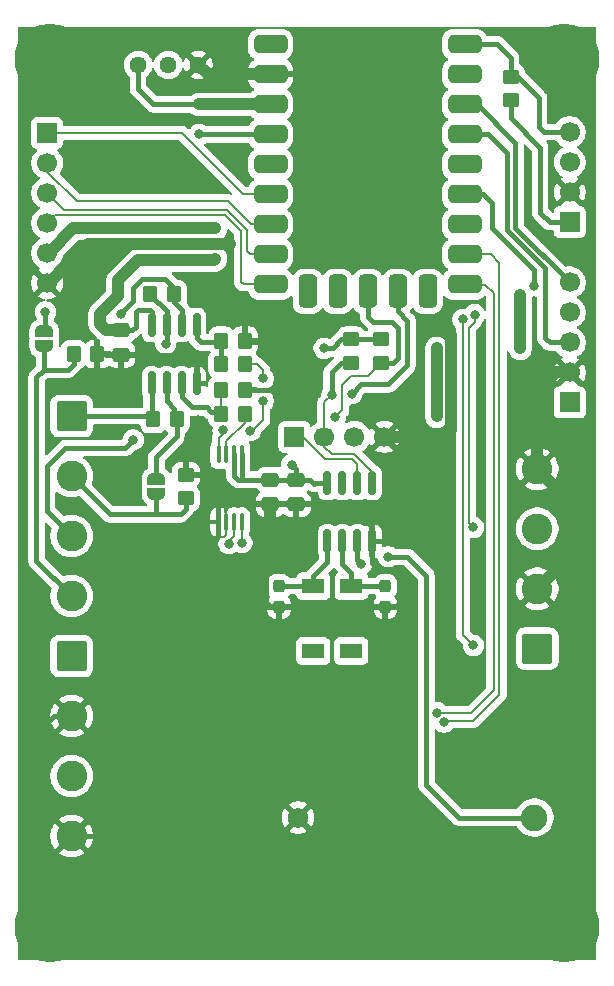
<source format=gtl>
%TF.GenerationSoftware,KiCad,Pcbnew,9.0.2-rc1*%
%TF.CreationDate,2025-05-18T20:42:10-04:00*%
%TF.ProjectId,moonclock,6d6f6f6e-636c-46f6-936b-2e6b69636164,rev?*%
%TF.SameCoordinates,PX7088980PY3920060*%
%TF.FileFunction,Copper,L1,Top*%
%TF.FilePolarity,Positive*%
%FSLAX46Y46*%
G04 Gerber Fmt 4.6, Leading zero omitted, Abs format (unit mm)*
G04 Created by KiCad (PCBNEW 9.0.2-rc1) date 2025-05-18 20:42:10*
%MOMM*%
%LPD*%
G01*
G04 APERTURE LIST*
G04 Aperture macros list*
%AMRoundRect*
0 Rectangle with rounded corners*
0 $1 Rounding radius*
0 $2 $3 $4 $5 $6 $7 $8 $9 X,Y pos of 4 corners*
0 Add a 4 corners polygon primitive as box body*
4,1,4,$2,$3,$4,$5,$6,$7,$8,$9,$2,$3,0*
0 Add four circle primitives for the rounded corners*
1,1,$1+$1,$2,$3*
1,1,$1+$1,$4,$5*
1,1,$1+$1,$6,$7*
1,1,$1+$1,$8,$9*
0 Add four rect primitives between the rounded corners*
20,1,$1+$1,$2,$3,$4,$5,0*
20,1,$1+$1,$4,$5,$6,$7,0*
20,1,$1+$1,$6,$7,$8,$9,0*
20,1,$1+$1,$8,$9,$2,$3,0*%
%AMFreePoly0*
4,1,23,0.500000,-0.750000,0.000000,-0.750000,0.000000,-0.745722,-0.065263,-0.745722,-0.191342,-0.711940,-0.304381,-0.646677,-0.396677,-0.554381,-0.461940,-0.441342,-0.495722,-0.315263,-0.495722,-0.250000,-0.500000,-0.250000,-0.500000,0.250000,-0.495722,0.250000,-0.495722,0.315263,-0.461940,0.441342,-0.396677,0.554381,-0.304381,0.646677,-0.191342,0.711940,-0.065263,0.745722,0.000000,0.745722,
0.000000,0.750000,0.500000,0.750000,0.500000,-0.750000,0.500000,-0.750000,$1*%
%AMFreePoly1*
4,1,23,0.000000,0.745722,0.065263,0.745722,0.191342,0.711940,0.304381,0.646677,0.396677,0.554381,0.461940,0.441342,0.495722,0.315263,0.495722,0.250000,0.500000,0.250000,0.500000,-0.250000,0.495722,-0.250000,0.495722,-0.315263,0.461940,-0.441342,0.396677,-0.554381,0.304381,-0.646677,0.191342,-0.711940,0.065263,-0.745722,0.000000,-0.745722,0.000000,-0.750000,-0.500000,-0.750000,
-0.500000,0.750000,0.000000,0.750000,0.000000,0.745722,0.000000,0.745722,$1*%
G04 Aperture macros list end*
%TA.AperFunction,SMDPad,CuDef*%
%ADD10RoundRect,0.250000X0.350000X0.450000X-0.350000X0.450000X-0.350000X-0.450000X0.350000X-0.450000X0*%
%TD*%
%TA.AperFunction,ComponentPad*%
%ADD11RoundRect,0.250000X-1.050000X1.050000X-1.050000X-1.050000X1.050000X-1.050000X1.050000X1.050000X0*%
%TD*%
%TA.AperFunction,ComponentPad*%
%ADD12C,2.600000*%
%TD*%
%TA.AperFunction,ComponentPad*%
%ADD13RoundRect,0.250000X1.050000X-1.050000X1.050000X1.050000X-1.050000X1.050000X-1.050000X-1.050000X0*%
%TD*%
%TA.AperFunction,ComponentPad*%
%ADD14C,2.250000*%
%TD*%
%TA.AperFunction,ComponentPad*%
%ADD15C,1.755000*%
%TD*%
%TA.AperFunction,ComponentPad*%
%ADD16R,1.700000X1.700000*%
%TD*%
%TA.AperFunction,ComponentPad*%
%ADD17C,1.700000*%
%TD*%
%TA.AperFunction,ComponentPad*%
%ADD18C,1.440000*%
%TD*%
%TA.AperFunction,SMDPad,CuDef*%
%ADD19RoundRect,0.250000X0.450000X-0.350000X0.450000X0.350000X-0.450000X0.350000X-0.450000X-0.350000X0*%
%TD*%
%TA.AperFunction,SMDPad,CuDef*%
%ADD20RoundRect,0.150000X0.150000X-0.825000X0.150000X0.825000X-0.150000X0.825000X-0.150000X-0.825000X0*%
%TD*%
%TA.AperFunction,SMDPad,CuDef*%
%ADD21RoundRect,0.250000X-0.475000X0.337500X-0.475000X-0.337500X0.475000X-0.337500X0.475000X0.337500X0*%
%TD*%
%TA.AperFunction,SMDPad,CuDef*%
%ADD22RoundRect,0.237500X-0.237500X0.300000X-0.237500X-0.300000X0.237500X-0.300000X0.237500X0.300000X0*%
%TD*%
%TA.AperFunction,SMDPad,CuDef*%
%ADD23FreePoly0,90.000000*%
%TD*%
%TA.AperFunction,SMDPad,CuDef*%
%ADD24FreePoly1,90.000000*%
%TD*%
%TA.AperFunction,SMDPad,CuDef*%
%ADD25RoundRect,0.250000X-0.450000X0.350000X-0.450000X-0.350000X0.450000X-0.350000X0.450000X0.350000X0*%
%TD*%
%TA.AperFunction,SMDPad,CuDef*%
%ADD26RoundRect,0.100000X-0.100000X0.637500X-0.100000X-0.637500X0.100000X-0.637500X0.100000X0.637500X0*%
%TD*%
%TA.AperFunction,SMDPad,CuDef*%
%ADD27RoundRect,0.250000X-0.350000X-0.450000X0.350000X-0.450000X0.350000X0.450000X-0.350000X0.450000X0*%
%TD*%
%TA.AperFunction,SMDPad,CuDef*%
%ADD28R,1.900000X1.300000*%
%TD*%
%TA.AperFunction,ComponentPad*%
%ADD29RoundRect,0.400000X-1.000000X-0.400000X1.000000X-0.400000X1.000000X0.400000X-1.000000X0.400000X0*%
%TD*%
%TA.AperFunction,ComponentPad*%
%ADD30RoundRect,0.400050X-0.999950X-0.400050X0.999950X-0.400050X0.999950X0.400050X-0.999950X0.400050X0*%
%TD*%
%TA.AperFunction,ComponentPad*%
%ADD31RoundRect,0.400000X-0.400000X-1.000000X0.400000X-1.000000X0.400000X1.000000X-0.400000X1.000000X0*%
%TD*%
%TA.AperFunction,ComponentPad*%
%ADD32RoundRect,0.393700X-0.393700X-1.006300X0.393700X-1.006300X0.393700X1.006300X-0.393700X1.006300X0*%
%TD*%
%TA.AperFunction,ViaPad*%
%ADD33C,0.800000*%
%TD*%
%TA.AperFunction,ViaPad*%
%ADD34C,6.000000*%
%TD*%
%TA.AperFunction,Conductor*%
%ADD35C,0.400000*%
%TD*%
%TA.AperFunction,Conductor*%
%ADD36C,0.200000*%
%TD*%
%TA.AperFunction,Conductor*%
%ADD37C,1.000000*%
%TD*%
G04 APERTURE END LIST*
D10*
%TO.P,R8,1*%
%TO.N,/M2_DAC*%
X19750000Y-29100000D03*
%TO.P,R8,2*%
%TO.N,Net-(U4B-+)*%
X17750000Y-29100000D03*
%TD*%
D11*
%TO.P,J4,1,Pin_1*%
%TO.N,/M1+*%
X5077500Y-33480000D03*
D12*
%TO.P,J4,2,Pin_2*%
%TO.N,/M1-*%
X5077500Y-38560000D03*
%TO.P,J4,3,Pin_3*%
%TO.N,/M2+*%
X5077500Y-43640000D03*
%TO.P,J4,4,Pin_4*%
%TO.N,/M2-*%
X5077500Y-48720000D03*
%TD*%
D13*
%TO.P,J5,1,Pin_1*%
%TO.N,EXP1*%
X44500000Y-53180000D03*
D12*
%TO.P,J5,2,Pin_2*%
%TO.N,GND*%
X44500000Y-48100000D03*
%TO.P,J5,3,Pin_3*%
%TO.N,EXP2*%
X44500000Y-43020000D03*
%TO.P,J5,4,Pin_4*%
%TO.N,GND*%
X44500000Y-37940000D03*
%TD*%
D14*
%TO.P,BT1,1,+*%
%TO.N,Net-(BT1-+)*%
X44250000Y-67475000D03*
D15*
%TO.P,BT1,2,-*%
%TO.N,GND*%
X24250000Y-67475000D03*
%TD*%
D16*
%TO.P,J6,1,Pin_1*%
%TO.N,I2C1_SCL*%
X23940000Y-35250000D03*
D17*
%TO.P,J6,2,Pin_2*%
%TO.N,I2C1_SDA*%
X26480000Y-35250000D03*
%TO.P,J6,3,Pin_3*%
%TO.N,+3.3V*%
X29020000Y-35250000D03*
%TO.P,J6,4,Pin_4*%
%TO.N,GND*%
X31560000Y-35250000D03*
%TD*%
D18*
%TO.P,R1,1,1*%
%TO.N,+3.3V*%
X10710000Y-3755000D03*
%TO.P,R1,2,2*%
%TO.N,/CAL*%
X13250000Y-3755000D03*
%TO.P,R1,3,3*%
%TO.N,GND*%
X15790000Y-3755000D03*
%TD*%
D10*
%TO.P,R9,1*%
%TO.N,/M1_DAC*%
X19750000Y-33300000D03*
%TO.P,R9,2*%
%TO.N,Net-(U4A-+)*%
X17750000Y-33300000D03*
%TD*%
%TO.P,R2,1*%
%TO.N,Net-(JP2-B)*%
X13750000Y-23150000D03*
%TO.P,R2,2*%
%TO.N,/M2+*%
X11750000Y-23150000D03*
%TD*%
D19*
%TO.P,R10,1*%
%TO.N,/M1-*%
X14750000Y-40450000D03*
%TO.P,R10,2*%
%TO.N,GND*%
X14750000Y-38450000D03*
%TD*%
D20*
%TO.P,U4,1,X1*%
%TO.N,Net-(U5-X1)*%
X26730000Y-44100000D03*
%TO.P,U4,2,X2*%
%TO.N,Net-(U5-X2)*%
X28000000Y-44100000D03*
%TO.P,U4,3,VBAT*%
%TO.N,Net-(BT1-+)*%
X29270000Y-44100000D03*
%TO.P,U4,4,VSS*%
%TO.N,GND*%
X30540000Y-44100000D03*
%TO.P,U4,5,SDA*%
%TO.N,I2C1_SDA*%
X30540000Y-39150000D03*
%TO.P,U4,6,SCL*%
%TO.N,I2C1_SCL*%
X29270000Y-39150000D03*
%TO.P,U4,7,MFP*%
%TO.N,unconnected-(U5-MFP-Pad7)*%
X28000000Y-39150000D03*
%TO.P,U4,8,VCC*%
%TO.N,+3.3V*%
X26730000Y-39150000D03*
%TD*%
D21*
%TO.P,C1,1*%
%TO.N,+3.3V*%
X9250000Y-26212500D03*
%TO.P,C1,2*%
%TO.N,GND*%
X9250000Y-28287500D03*
%TD*%
D22*
%TO.P,C3,1*%
%TO.N,Net-(U5-X2)*%
X31635000Y-47900000D03*
%TO.P,C3,2*%
%TO.N,GND*%
X31635000Y-49625000D03*
%TD*%
D23*
%TO.P,JP2,1,A*%
%TO.N,/M1-*%
X12250000Y-40100000D03*
D24*
%TO.P,JP2,2,B*%
%TO.N,Net-(JP1-B)*%
X12250000Y-38800000D03*
%TD*%
D10*
%TO.P,R11,1*%
%TO.N,Net-(JP1-B)*%
X14000000Y-33750000D03*
%TO.P,R11,2*%
%TO.N,/M1+*%
X12000000Y-33750000D03*
%TD*%
D25*
%TO.P,R5,1*%
%TO.N,+3.3V*%
X28750000Y-27000000D03*
%TO.P,R5,2*%
%TO.N,I2C1_SDA*%
X28750000Y-29000000D03*
%TD*%
D26*
%TO.P,U3,1,VDD*%
%TO.N,+3.3V*%
X19475000Y-36737500D03*
%TO.P,U3,2,VREF*%
X18825000Y-36737500D03*
%TO.P,U3,3,VOUT0*%
%TO.N,/M1_DAC*%
X18175000Y-36737500D03*
%TO.P,U3,4,VOUT1*%
%TO.N,/M2_DAC*%
X17525000Y-36737500D03*
%TO.P,U3,5,VSS*%
%TO.N,GND*%
X17525000Y-42462500D03*
%TO.P,U3,6,~{LAT}*%
X18175000Y-42462500D03*
%TO.P,U3,7,SCL*%
%TO.N,I2C1_SCL*%
X18825000Y-42462500D03*
%TO.P,U3,8,SDA*%
%TO.N,I2C1_SDA*%
X19475000Y-42462500D03*
%TD*%
D16*
%TO.P,J7,1,Pin_1*%
%TO.N,+5V*%
X47250000Y-32330000D03*
D17*
%TO.P,J7,2,Pin_2*%
%TO.N,GND*%
X47250000Y-29790000D03*
%TO.P,J7,3,Pin_3*%
%TO.N,DISP_MOSI*%
X47250000Y-27250000D03*
%TO.P,J7,4,Pin_4*%
%TO.N,DISP_CS*%
X47250000Y-24710000D03*
%TO.P,J7,5,Pin_5*%
%TO.N,DISP_SCK*%
X47250000Y-22170000D03*
%TD*%
D27*
%TO.P,R3,1*%
%TO.N,Net-(U4B-+)*%
X17750000Y-27100000D03*
%TO.P,R3,2*%
%TO.N,GND*%
X19750000Y-27100000D03*
%TD*%
D20*
%TO.P,U2,1*%
%TO.N,/M1+*%
X11845000Y-30725000D03*
%TO.P,U2,2,-*%
%TO.N,Net-(JP1-B)*%
X13115000Y-30725000D03*
%TO.P,U2,3,+*%
%TO.N,Net-(U4A-+)*%
X14385000Y-30725000D03*
%TO.P,U2,4,V-*%
%TO.N,GND*%
X15655000Y-30725000D03*
%TO.P,U2,5,+*%
%TO.N,Net-(U4B-+)*%
X15655000Y-25775000D03*
%TO.P,U2,6,-*%
%TO.N,Net-(JP2-B)*%
X14385000Y-25775000D03*
%TO.P,U2,7*%
%TO.N,/M2+*%
X13115000Y-25775000D03*
%TO.P,U2,8,V+*%
%TO.N,+3.3V*%
X11845000Y-25775000D03*
%TD*%
D16*
%TO.P,J1,1,Pin_1*%
%TO.N,EXP1*%
X3000000Y-9520000D03*
D17*
%TO.P,J1,2,Pin_2*%
%TO.N,EXP2*%
X3000000Y-12060000D03*
%TO.P,J1,3,Pin_3*%
%TO.N,EXP3*%
X3000000Y-14600000D03*
%TO.P,J1,4,Pin_4*%
%TO.N,EXP4*%
X3000000Y-17140000D03*
%TO.P,J1,5,Pin_5*%
%TO.N,+3.3V*%
X3000000Y-19680000D03*
%TO.P,J1,6,Pin_6*%
%TO.N,GND*%
X3000000Y-22220000D03*
%TD*%
D22*
%TO.P,C2,1*%
%TO.N,Net-(U5-X1)*%
X22635000Y-47900000D03*
%TO.P,C2,2*%
%TO.N,GND*%
X22635000Y-49625000D03*
%TD*%
D25*
%TO.P,R6,1*%
%TO.N,+3.3V*%
X31250000Y-27000000D03*
%TO.P,R6,2*%
%TO.N,I2C1_SCL*%
X31250000Y-29000000D03*
%TD*%
D23*
%TO.P,JP1,1,A*%
%TO.N,/M2-*%
X2750000Y-27550000D03*
D24*
%TO.P,JP1,2,B*%
%TO.N,Net-(JP2-B)*%
X2750000Y-26250000D03*
%TD*%
D11*
%TO.P,J3,1,Pin_1*%
%TO.N,LEFT_BUT*%
X5077500Y-53800000D03*
D12*
%TO.P,J3,2,Pin_2*%
%TO.N,GND*%
X5077500Y-58880000D03*
%TO.P,J3,3,Pin_3*%
%TO.N,RIGHT_BUT*%
X5077500Y-63960000D03*
%TO.P,J3,4,Pin_4*%
%TO.N,GND*%
X5077500Y-69040000D03*
%TD*%
D27*
%TO.P,R12,1*%
%TO.N,Net-(U4A-+)*%
X17750000Y-31250000D03*
%TO.P,R12,2*%
%TO.N,GND*%
X19750000Y-31250000D03*
%TD*%
D21*
%TO.P,C4,1*%
%TO.N,+3.3V*%
X24100000Y-38862500D03*
%TO.P,C4,2*%
%TO.N,GND*%
X24100000Y-40937500D03*
%TD*%
%TO.P,C5,1*%
%TO.N,+3.3V*%
X21900000Y-38862500D03*
%TO.P,C5,2*%
%TO.N,GND*%
X21900000Y-40937500D03*
%TD*%
D19*
%TO.P,R7,1*%
%TO.N,+3.3V*%
X42250000Y-6750000D03*
%TO.P,R7,2*%
%TO.N,GPS_RX*%
X42250000Y-4750000D03*
%TD*%
D28*
%TO.P,Y1,1*%
%TO.N,Net-(U5-X1)*%
X25535000Y-47875000D03*
%TO.P,Y1,2*%
%TO.N,unconnected-(Y1-Pad2)*%
X25535000Y-53375000D03*
%TO.P,Y1,3*%
%TO.N,unconnected-(Y1-Pad3)*%
X28735000Y-53375000D03*
%TO.P,Y1,4*%
%TO.N,Net-(U5-X2)*%
X28735000Y-47875000D03*
%TD*%
D27*
%TO.P,R4,1*%
%TO.N,/M2-*%
X5250000Y-28250000D03*
%TO.P,R4,2*%
%TO.N,GND*%
X7250000Y-28250000D03*
%TD*%
D16*
%TO.P,J2,1,Pin_1*%
%TO.N,+3.3V*%
X47250000Y-17060000D03*
D17*
%TO.P,J2,2,Pin_2*%
%TO.N,GND*%
X47250000Y-14520000D03*
%TO.P,J2,3,Pin_3*%
%TO.N,GPS_TX*%
X47250000Y-11980000D03*
%TO.P,J2,4,Pin_4*%
%TO.N,GPS_RX*%
X47250000Y-9440000D03*
%TD*%
D29*
%TO.P,U1,1,GP0*%
%TO.N,GPS_RX*%
X38365000Y-2015000D03*
%TO.P,U1,2,GP1*%
%TO.N,GPS_TX*%
X38365000Y-4555000D03*
%TO.P,U1,3,GP2*%
%TO.N,DISP_SCK*%
X38365000Y-7095000D03*
%TO.P,U1,4,GP3*%
%TO.N,DISP_MOSI*%
X38365000Y-9635000D03*
%TO.P,U1,5,GP4*%
%TO.N,unconnected-(U1-GP4-Pad5)*%
X38365000Y-12175000D03*
D30*
%TO.P,U1,6,GP5*%
%TO.N,DISP_CS*%
X38365000Y-14715000D03*
%TO.P,U1,7,GP6*%
%TO.N,unconnected-(U1-GP6-Pad7)*%
X38365000Y-17255000D03*
%TO.P,U1,8,GP7*%
%TO.N,RIGHT_BUT*%
X38365000Y-19795000D03*
%TO.P,U1,9,GP8*%
%TO.N,LEFT_BUT*%
X38365000Y-22335000D03*
D31*
%TO.P,U1,10,GP9*%
%TO.N,unconnected-(U1-GP9-Pad10)*%
X35225000Y-22935000D03*
D32*
%TO.P,U1,11,GP10*%
%TO.N,I2C1_SDA*%
X32685000Y-22935000D03*
%TO.P,U1,12,GP11*%
%TO.N,I2C1_SCL*%
X30145000Y-22935000D03*
%TO.P,U1,13,GP12*%
%TO.N,unconnected-(U1-GP12-Pad13)*%
X27605000Y-22935000D03*
%TO.P,U1,14,GP13*%
%TO.N,unconnected-(U1-GP13-Pad14)*%
X25065000Y-22935000D03*
D30*
%TO.P,U1,15,GP14*%
%TO.N,EXP4*%
X21925000Y-22335000D03*
%TO.P,U1,16,GP15*%
%TO.N,EXP3*%
X21925000Y-19795000D03*
%TO.P,U1,17,GP26*%
%TO.N,EXP2*%
X21925000Y-17255000D03*
%TO.P,U1,18,GP27*%
%TO.N,EXP1*%
X21925000Y-14715000D03*
%TO.P,U1,19,GP28*%
%TO.N,unconnected-(U1-GP28-Pad19)*%
X21925000Y-12175000D03*
%TO.P,U1,20,GP29*%
%TO.N,/CAL*%
X21925000Y-9635000D03*
%TO.P,U1,21,3V3*%
%TO.N,+3.3V*%
X21925000Y-7095000D03*
%TO.P,U1,22,GND*%
%TO.N,GND*%
X21925000Y-4555000D03*
%TO.P,U1,23,5V*%
%TO.N,+5V*%
X21925000Y-2015000D03*
%TD*%
D33*
%TO.N,GND*%
X7000000Y-1250000D03*
X36800000Y-36400000D03*
X8300000Y-30900000D03*
X12600000Y-13500000D03*
X10900000Y-72100000D03*
X23850000Y-26550000D03*
X27100000Y-51000000D03*
X24100000Y-45500000D03*
X8800000Y-43900000D03*
X14500000Y-18900000D03*
X18450000Y-18900000D03*
X37150000Y-26550000D03*
D34*
X46750000Y-3250000D03*
D33*
X48600000Y-49900000D03*
X24800000Y-76400000D03*
X26400000Y-1900000D03*
X18450000Y-11650000D03*
X27000000Y-56900000D03*
X45800000Y-57700000D03*
X25250000Y-19750000D03*
X29100000Y-32900000D03*
D34*
X3250000Y-3250000D03*
D33*
X47300000Y-64800000D03*
X10900000Y-37000000D03*
X11800000Y-54200000D03*
X14987500Y-28287500D03*
D34*
X46750000Y-76750000D03*
D33*
X9000000Y-40400000D03*
X33000000Y-70900000D03*
X21650000Y-26550000D03*
X47400000Y-19400000D03*
X6500000Y-6000000D03*
X15750000Y-33850000D03*
X8000000Y-34800000D03*
X19300000Y-56200000D03*
X21900000Y-42400000D03*
X42900000Y-73200000D03*
X33750000Y-10750000D03*
X37200000Y-30200000D03*
X17200000Y-39600000D03*
X30900000Y-62400000D03*
X33750000Y-3250000D03*
X36100000Y-46100000D03*
X28750000Y-7750000D03*
X13800000Y-65200000D03*
X7300000Y-10800000D03*
X38500000Y-65300000D03*
D34*
X3250000Y-76750000D03*
D33*
X1500000Y-7250000D03*
X29400000Y-41200000D03*
X34250000Y-17250000D03*
%TO.N,+3.3V*%
X43050000Y-27750000D03*
X17249001Y-17600000D03*
X26450000Y-27750000D03*
X17249001Y-20150999D03*
X36000000Y-27750000D03*
X43051000Y-23250000D03*
X15895000Y-7095000D03*
X36000000Y-33500000D03*
X23700000Y-37600000D03*
%TO.N,DISP_CS*%
X44250000Y-22450000D03*
%TO.N,/M2+*%
X13050000Y-27350000D03*
X10300000Y-35500000D03*
%TO.N,RIGHT_BUT*%
X36600000Y-59400000D03*
%TO.N,LEFT_BUT*%
X36000000Y-58600000D03*
%TO.N,I2C1_SCL*%
X27400000Y-33600000D03*
X18400000Y-44300000D03*
%TO.N,I2C1_SDA*%
X28800000Y-31600000D03*
X19500000Y-44200000D03*
X27100000Y-31700000D03*
%TO.N,Net-(JP2-B)*%
X2850000Y-24650000D03*
X9250000Y-24850000D03*
%TO.N,/CAL*%
X15865000Y-9635000D03*
%TO.N,/M2_DAC*%
X21300000Y-30300000D03*
X20200000Y-34724265D03*
X21300000Y-32200000D03*
X17900000Y-34700000D03*
%TO.N,Net-(BT1-+)*%
X31900000Y-45400000D03*
X29600000Y-46000000D03*
%TO.N,EXP1*%
X38200000Y-25300000D03*
X39100000Y-52900000D03*
%TO.N,EXP2*%
X39200000Y-24900000D03*
X39100000Y-42900000D03*
%TD*%
D35*
%TO.N,GND*%
X3620000Y-58880000D02*
X5077500Y-58880000D01*
X23100000Y-68625000D02*
X24250000Y-67475000D01*
D36*
X18662500Y-40937500D02*
X18175000Y-41425000D01*
D35*
X9212500Y-28250000D02*
X9250000Y-28287500D01*
X27100000Y-49625000D02*
X27100000Y-46900000D01*
D36*
X17525000Y-43575000D02*
X17525000Y-42462500D01*
D35*
X23100000Y-68700000D02*
X23100000Y-68625000D01*
X31100000Y-46500000D02*
X30540000Y-45940000D01*
D37*
X37200000Y-26600000D02*
X37200000Y-30200000D01*
D35*
X24900000Y-46300000D02*
X25600000Y-45600000D01*
X21500000Y-49200000D02*
X21500000Y-46700000D01*
X24250000Y-67475000D02*
X22635000Y-65860000D01*
D37*
X3180000Y-22220000D02*
X6500000Y-18900000D01*
D35*
X21500000Y-46700000D02*
X21900000Y-46300000D01*
X22635000Y-49625000D02*
X27100000Y-49625000D01*
X32475000Y-49625000D02*
X32900000Y-49200000D01*
D36*
X18000000Y-43700000D02*
X17700000Y-43700000D01*
D37*
X23950000Y-26650000D02*
X23850000Y-26550000D01*
D35*
X9250000Y-28287500D02*
X14987500Y-28287500D01*
D37*
X22525000Y-4555000D02*
X16590000Y-4555000D01*
D35*
X22635000Y-49625000D02*
X21925000Y-49625000D01*
X2500000Y-66462500D02*
X2500000Y-60000000D01*
X22635000Y-65860000D02*
X22635000Y-49625000D01*
X24100000Y-40937500D02*
X25337500Y-40937500D01*
D37*
X31560000Y-35250000D02*
X36650000Y-35250000D01*
D35*
X5077500Y-69040000D02*
X2500000Y-66462500D01*
X22760000Y-69040000D02*
X23100000Y-68700000D01*
X15655000Y-28955000D02*
X15655000Y-30725000D01*
X20950000Y-27250000D02*
X21650000Y-26550000D01*
D36*
X18175000Y-43525000D02*
X18000000Y-43700000D01*
D35*
X25600000Y-42200000D02*
X26100000Y-41700000D01*
X30540000Y-45940000D02*
X30540000Y-44100000D01*
X32900000Y-49200000D02*
X32900000Y-47100000D01*
X27100000Y-49625000D02*
X31635000Y-49625000D01*
D36*
X17550000Y-43600000D02*
X17525000Y-43575000D01*
X18175000Y-41425000D02*
X18175000Y-42462500D01*
D35*
X3250000Y-3250000D02*
X2700000Y-3800000D01*
X2500000Y-60000000D02*
X3620000Y-58880000D01*
D37*
X37200000Y-34700000D02*
X37200000Y-30200000D01*
D35*
X19750000Y-31250000D02*
X23940000Y-31250000D01*
X14750000Y-38450000D02*
X14750000Y-35350000D01*
X5077500Y-69040000D02*
X22760000Y-69040000D01*
X32900000Y-47100000D02*
X32300000Y-46500000D01*
D37*
X37150000Y-26550000D02*
X37200000Y-26600000D01*
D35*
X31635000Y-49625000D02*
X32475000Y-49625000D01*
X25337500Y-40937500D02*
X26100000Y-41700000D01*
D37*
X16590000Y-4555000D02*
X15790000Y-3755000D01*
X46047919Y-29790000D02*
X47250000Y-29790000D01*
X23940000Y-31250000D02*
X23940000Y-26660000D01*
D35*
X26600000Y-42200000D02*
X29900000Y-42200000D01*
X7250000Y-28250000D02*
X9212500Y-28250000D01*
D36*
X21900000Y-40937500D02*
X18662500Y-40937500D01*
D37*
X44500000Y-37940000D02*
X44500000Y-31337919D01*
D35*
X14750000Y-35350000D02*
X15750000Y-34350000D01*
X21900000Y-46300000D02*
X24900000Y-46300000D01*
D36*
X17700000Y-43700000D02*
X17600000Y-43600000D01*
D37*
X44500000Y-37940000D02*
X47200000Y-40640000D01*
D35*
X15750000Y-34350000D02*
X15750000Y-33850000D01*
X29900000Y-42200000D02*
X30540000Y-42840000D01*
D36*
X18175000Y-42462500D02*
X18175000Y-43525000D01*
X17600000Y-43600000D02*
X17550000Y-43600000D01*
D35*
X21900000Y-40937500D02*
X24100000Y-40937500D01*
X26100000Y-41700000D02*
X26600000Y-42200000D01*
X21925000Y-49625000D02*
X21500000Y-49200000D01*
D37*
X47200000Y-40640000D02*
X47200000Y-45400000D01*
X23940000Y-26660000D02*
X23950000Y-26650000D01*
X14500000Y-18900000D02*
X18450000Y-18900000D01*
X6500000Y-18900000D02*
X14500000Y-18900000D01*
D35*
X27100000Y-46900000D02*
X27300000Y-46700000D01*
D37*
X44500000Y-31337919D02*
X46047919Y-29790000D01*
X3000000Y-22220000D02*
X3180000Y-22220000D01*
D35*
X30540000Y-42840000D02*
X30540000Y-44100000D01*
D37*
X21900000Y-40937500D02*
X21900000Y-42400000D01*
X36650000Y-35250000D02*
X37200000Y-34700000D01*
D35*
X32300000Y-46500000D02*
X31100000Y-46500000D01*
X19750000Y-27250000D02*
X20950000Y-27250000D01*
X14987500Y-28287500D02*
X15655000Y-28955000D01*
X25600000Y-45600000D02*
X25600000Y-42200000D01*
D37*
X47200000Y-45400000D02*
X44500000Y-48100000D01*
D35*
%TO.N,+3.3V*%
X25600000Y-39200000D02*
X25650000Y-39150000D01*
D37*
X3000000Y-19680000D02*
X3120000Y-19680000D01*
X9000000Y-22000000D02*
X9000000Y-23300000D01*
D35*
X11845000Y-24645000D02*
X11845000Y-25775000D01*
D37*
X10700000Y-20300000D02*
X9000000Y-22000000D01*
D35*
X24100000Y-38862500D02*
X24100000Y-38000000D01*
X42250000Y-6750000D02*
X42250000Y-8250000D01*
X44750000Y-10750000D02*
X44750000Y-16250000D01*
D37*
X9000000Y-23300000D02*
X7500000Y-24800000D01*
D35*
X25650000Y-39150000D02*
X26730000Y-39150000D01*
X24100000Y-38862500D02*
X25262500Y-38862500D01*
X19500000Y-38400000D02*
X19500000Y-38862500D01*
X10500000Y-24700000D02*
X10700000Y-24500000D01*
X19200000Y-38900000D02*
X19237500Y-38862500D01*
X10700000Y-24500000D02*
X11700000Y-24500000D01*
X19475000Y-36737500D02*
X19475000Y-38375000D01*
X45560000Y-17060000D02*
X47250000Y-17060000D01*
X18825000Y-36737500D02*
X18825000Y-38525000D01*
X10710000Y-5800000D02*
X12005000Y-7095000D01*
D37*
X36000000Y-33500000D02*
X36000000Y-27750000D01*
X43050000Y-23251000D02*
X43050000Y-27750000D01*
D35*
X15895000Y-7095000D02*
X12005000Y-7095000D01*
D37*
X8012500Y-26212500D02*
X9250000Y-26212500D01*
D35*
X11700000Y-24500000D02*
X11845000Y-24645000D01*
X42250000Y-8250000D02*
X44750000Y-10750000D01*
X19475000Y-38375000D02*
X19500000Y-38400000D01*
D37*
X22525000Y-7095000D02*
X15895000Y-7095000D01*
D35*
X31250000Y-27000000D02*
X28750000Y-27000000D01*
D37*
X3120000Y-19680000D02*
X5200000Y-17600000D01*
X43051000Y-23250000D02*
X43050000Y-23251000D01*
D35*
X44750000Y-16250000D02*
X45560000Y-17060000D01*
D37*
X5200000Y-17600000D02*
X17249001Y-17600000D01*
D35*
X25262500Y-38862500D02*
X25600000Y-39200000D01*
X10212500Y-26212500D02*
X10500000Y-25925000D01*
X24100000Y-38000000D02*
X23700000Y-37600000D01*
D37*
X7500000Y-24800000D02*
X7500000Y-25700000D01*
D35*
X27925000Y-27000000D02*
X27175000Y-27750000D01*
X19237500Y-38862500D02*
X19500000Y-38862500D01*
X28750000Y-27000000D02*
X27925000Y-27000000D01*
X19500000Y-38862500D02*
X21900000Y-38862500D01*
X27175000Y-27750000D02*
X26450000Y-27750000D01*
X9250000Y-26212500D02*
X10212500Y-26212500D01*
X10500000Y-25925000D02*
X10500000Y-24700000D01*
X18825000Y-38525000D02*
X19200000Y-38900000D01*
D37*
X17249001Y-20150999D02*
X17100000Y-20300000D01*
X17100000Y-20300000D02*
X10700000Y-20300000D01*
D35*
X24100000Y-38862500D02*
X21900000Y-38862500D01*
X10710000Y-3755000D02*
X10710000Y-5800000D01*
D37*
X7500000Y-25700000D02*
X8012500Y-26212500D01*
D35*
%TO.N,DISP_SCK*%
X47250000Y-22170000D02*
X42650000Y-17570000D01*
X42650000Y-17570000D02*
X42650000Y-10350000D01*
X39395000Y-7095000D02*
X37765000Y-7095000D01*
X42650000Y-10350000D02*
X39395000Y-7095000D01*
%TO.N,DISP_CS*%
X40649000Y-17550000D02*
X40649000Y-15449000D01*
X43749000Y-20650000D02*
X40649000Y-17550000D01*
X44250000Y-21150000D02*
X43750000Y-20650000D01*
X40649000Y-15449000D02*
X39915000Y-14715000D01*
X44250000Y-22450000D02*
X44250000Y-21150000D01*
X39915000Y-14715000D02*
X37765000Y-14715000D01*
X43750000Y-20650000D02*
X43749000Y-20650000D01*
%TO.N,DISP_MOSI*%
X40335000Y-9635000D02*
X41950000Y-11250000D01*
X45150000Y-26850000D02*
X45550000Y-27250000D01*
X45550000Y-27250000D02*
X47250000Y-27250000D01*
X37765000Y-9635000D02*
X40335000Y-9635000D01*
X45150000Y-20950000D02*
X45150000Y-26850000D01*
X41950000Y-11250000D02*
X41950000Y-17750000D01*
X41950000Y-17750000D02*
X45150000Y-20950000D01*
%TO.N,/M2-*%
X5250000Y-29050000D02*
X4750000Y-29550000D01*
X5077500Y-48720000D02*
X2100000Y-45742500D01*
X4750000Y-29550000D02*
X2750000Y-29550000D01*
X5250000Y-28250000D02*
X5250000Y-29050000D01*
X2100000Y-45742500D02*
X2100000Y-30200000D01*
X2750000Y-27550000D02*
X2750000Y-29550000D01*
X2100000Y-30200000D02*
X2750000Y-29550000D01*
%TO.N,/M1+*%
X11845000Y-30725000D02*
X11845000Y-33655000D01*
X11730000Y-33480000D02*
X12000000Y-33750000D01*
X5077500Y-33480000D02*
X11730000Y-33480000D01*
%TO.N,/M1-*%
X14300000Y-41800000D02*
X14750000Y-41350000D01*
X12400000Y-41800000D02*
X14300000Y-41800000D01*
X12250000Y-40100000D02*
X12250000Y-41650000D01*
X14750000Y-41350000D02*
X14750000Y-40450000D01*
X12250000Y-41650000D02*
X12400000Y-41800000D01*
X8317500Y-41800000D02*
X12400000Y-41800000D01*
X5077500Y-38560000D02*
X8317500Y-41800000D01*
%TO.N,/M2+*%
X3000000Y-41562500D02*
X5077500Y-43640000D01*
X10300000Y-35500000D02*
X9600000Y-36200000D01*
X11750000Y-23200000D02*
X13115000Y-24565000D01*
X13115000Y-27285000D02*
X13050000Y-27350000D01*
X3000000Y-37700000D02*
X3000000Y-41562500D01*
X9600000Y-36200000D02*
X4500000Y-36200000D01*
X4500000Y-36200000D02*
X3000000Y-37700000D01*
X13115000Y-24565000D02*
X13115000Y-25775000D01*
X13115000Y-25775000D02*
X13115000Y-27285000D01*
D36*
%TO.N,RIGHT_BUT*%
X36600000Y-59400000D02*
X36700000Y-59300000D01*
X41300000Y-57100000D02*
X41300000Y-20500000D01*
X41300000Y-20500000D02*
X40595000Y-19795000D01*
X36700000Y-59300000D02*
X39100000Y-59300000D01*
X39100000Y-59300000D02*
X41300000Y-57100000D01*
X40595000Y-19795000D02*
X37765000Y-19795000D01*
%TO.N,LEFT_BUT*%
X37830000Y-22400000D02*
X40100000Y-22400000D01*
X40800000Y-23100000D02*
X40800000Y-56700000D01*
X40800000Y-56700000D02*
X38900000Y-58600000D01*
X38900000Y-58600000D02*
X36000000Y-58600000D01*
X40100000Y-22400000D02*
X40800000Y-23100000D01*
X37765000Y-22335000D02*
X37830000Y-22400000D01*
%TO.N,I2C1_SCL*%
X18825000Y-43675000D02*
X18825000Y-42462500D01*
D35*
X30200000Y-25100000D02*
X30600000Y-25500000D01*
D36*
X28800000Y-37100000D02*
X26500000Y-37100000D01*
X30150000Y-30100000D02*
X31250000Y-29000000D01*
D35*
X32700000Y-28600000D02*
X32700000Y-26000000D01*
X32200000Y-25500000D02*
X32700000Y-26000000D01*
D36*
X24650000Y-35250000D02*
X23940000Y-35250000D01*
D35*
X32300000Y-29000000D02*
X32700000Y-28600000D01*
X30200000Y-22600000D02*
X30200000Y-25100000D01*
D36*
X29270000Y-37570000D02*
X28800000Y-37100000D01*
D35*
X30600000Y-25500000D02*
X32200000Y-25500000D01*
X31250000Y-29000000D02*
X32300000Y-29000000D01*
D36*
X26500000Y-37100000D02*
X24650000Y-35250000D01*
X29270000Y-39150000D02*
X29270000Y-37570000D01*
X18400000Y-44300000D02*
X18400000Y-44100000D01*
X27400000Y-33600000D02*
X28000000Y-33000000D01*
X28000000Y-33000000D02*
X28000000Y-30850000D01*
X28750000Y-30100000D02*
X30150000Y-30100000D01*
D35*
X30145000Y-22545000D02*
X30200000Y-22600000D01*
D36*
X28000000Y-30850000D02*
X28750000Y-30100000D01*
X18400000Y-44100000D02*
X18825000Y-43675000D01*
%TO.N,I2C1_SDA*%
X26480000Y-35250000D02*
X26480000Y-32320000D01*
X26480000Y-32320000D02*
X27100000Y-31700000D01*
X19500000Y-43800000D02*
X19475000Y-43775000D01*
D35*
X32685000Y-22545000D02*
X32685000Y-24585000D01*
X31900000Y-30800000D02*
X33500000Y-29200000D01*
D36*
X28999000Y-36699000D02*
X27099000Y-36699000D01*
X30540000Y-38240000D02*
X28999000Y-36699000D01*
X19500000Y-44200000D02*
X19500000Y-43800000D01*
D35*
X33500000Y-25400000D02*
X33500000Y-29200000D01*
D36*
X19475000Y-43775000D02*
X19475000Y-42462500D01*
D35*
X28750000Y-29000000D02*
X27850000Y-29000000D01*
X27850000Y-29000000D02*
X27100000Y-29750000D01*
X32685000Y-24585000D02*
X33500000Y-25400000D01*
X31900000Y-30800000D02*
X29600000Y-30800000D01*
X29600000Y-30800000D02*
X28800000Y-31600000D01*
D36*
X30540000Y-39150000D02*
X30540000Y-38240000D01*
X27099000Y-36699000D02*
X26480000Y-36080000D01*
X26480000Y-36080000D02*
X26480000Y-35250000D01*
D35*
X27100000Y-29750000D02*
X27100000Y-31700000D01*
%TO.N,GPS_RX*%
X47250000Y-9440000D02*
X45040000Y-9440000D01*
X37765000Y-2015000D02*
X41115000Y-2015000D01*
X44650000Y-6550000D02*
X42850000Y-4750000D01*
X42250000Y-3150000D02*
X42250000Y-4750000D01*
X41115000Y-2015000D02*
X42250000Y-3150000D01*
X42850000Y-4750000D02*
X42250000Y-4750000D01*
X44650000Y-9050000D02*
X44650000Y-6550000D01*
X45040000Y-9440000D02*
X44650000Y-9050000D01*
%TO.N,Net-(JP1-B)*%
X12250000Y-36950000D02*
X14000000Y-35200000D01*
X12250000Y-38800000D02*
X12250000Y-36950000D01*
X13115000Y-30725000D02*
X13115000Y-32215000D01*
X14000000Y-35200000D02*
X14000000Y-33750000D01*
X13115000Y-32215000D02*
X13750000Y-32850000D01*
X13750000Y-32850000D02*
X13750000Y-33750000D01*
%TO.N,Net-(JP2-B)*%
X13750000Y-22650000D02*
X13000000Y-21900000D01*
X2850000Y-24650000D02*
X2850000Y-26150000D01*
X10299942Y-23700058D02*
X9250000Y-24750000D01*
X9250000Y-24750000D02*
X9250000Y-24850000D01*
X14385000Y-24515000D02*
X14385000Y-25775000D01*
X13750000Y-23150000D02*
X13750000Y-22650000D01*
X14400000Y-24500000D02*
X14385000Y-24515000D01*
X13000000Y-21900000D02*
X11000000Y-21900000D01*
X2850000Y-26150000D02*
X2750000Y-26250000D01*
X13750000Y-23150000D02*
X13750000Y-23850000D01*
X10299942Y-22600058D02*
X10299942Y-23700058D01*
X13750000Y-23850000D02*
X14400000Y-24500000D01*
X11000000Y-21900000D02*
X10299942Y-22600058D01*
%TO.N,/CAL*%
X22525000Y-9635000D02*
X15865000Y-9635000D01*
%TO.N,Net-(U4A-+)*%
X14385000Y-31885000D02*
X15250000Y-32750000D01*
X16550000Y-32750000D02*
X16900000Y-33100000D01*
X16900000Y-33100000D02*
X17750000Y-33100000D01*
X14385000Y-30725000D02*
X14385000Y-31885000D01*
D36*
X17750000Y-31250000D02*
X17750000Y-33100000D01*
D35*
X15250000Y-32750000D02*
X16550000Y-32750000D01*
D36*
%TO.N,/M1_DAC*%
X19750000Y-34050000D02*
X18175000Y-35625000D01*
X19750000Y-33100000D02*
X19750000Y-34050000D01*
X18175000Y-35625000D02*
X18175000Y-36737500D01*
%TO.N,/M2_DAC*%
X21300000Y-32200000D02*
X21300000Y-33800000D01*
X17900000Y-35000000D02*
X17525000Y-35375000D01*
X21300000Y-33800000D02*
X20375735Y-34724265D01*
X21300000Y-29600000D02*
X20800000Y-29100000D01*
X17525000Y-35375000D02*
X17525000Y-36737500D01*
X21300000Y-30300000D02*
X21300000Y-29600000D01*
X20375735Y-34724265D02*
X20200000Y-34724265D01*
X17900000Y-34700000D02*
X17900000Y-35000000D01*
X20800000Y-29100000D02*
X19750000Y-29100000D01*
D35*
%TO.N,Net-(U4B-+)*%
X16050000Y-27250000D02*
X15650000Y-26850000D01*
X17750000Y-27250000D02*
X16050000Y-27250000D01*
X15655000Y-26845000D02*
X15655000Y-25775000D01*
X15650000Y-26850000D02*
X15655000Y-26845000D01*
X17750000Y-27100000D02*
X17750000Y-29100000D01*
%TO.N,Net-(BT1-+)*%
X37875000Y-67475000D02*
X44250000Y-67475000D01*
X35100000Y-64700000D02*
X37875000Y-67475000D01*
X33500000Y-45400000D02*
X35100000Y-47000000D01*
X29270000Y-44100000D02*
X29270000Y-45670000D01*
X35100000Y-47000000D02*
X35100000Y-64700000D01*
X31900000Y-45400000D02*
X33500000Y-45400000D01*
X29270000Y-45670000D02*
X29600000Y-46000000D01*
%TO.N,Net-(U5-X2)*%
X28000000Y-44100000D02*
X28000000Y-46000000D01*
X31610000Y-47875000D02*
X31635000Y-47900000D01*
X28735000Y-47875000D02*
X31610000Y-47875000D01*
X28000000Y-46000000D02*
X28735000Y-46735000D01*
X28735000Y-46735000D02*
X28735000Y-47875000D01*
%TO.N,Net-(U5-X1)*%
X26730000Y-44100000D02*
X26730000Y-45870000D01*
X25535000Y-47065000D02*
X25535000Y-47875000D01*
X25535000Y-47875000D02*
X22660000Y-47875000D01*
X26730000Y-45870000D02*
X25535000Y-47065000D01*
X22660000Y-47875000D02*
X22635000Y-47900000D01*
D36*
%TO.N,EXP4*%
X3640000Y-16500000D02*
X18100000Y-16500000D01*
X18100000Y-16500000D02*
X19400000Y-17800000D01*
X19400000Y-22100000D02*
X19635000Y-22335000D01*
X19635000Y-22335000D02*
X22525000Y-22335000D01*
X3000000Y-17140000D02*
X3640000Y-16500000D01*
X19400000Y-17800000D02*
X19400000Y-22100000D01*
%TO.N,EXP3*%
X20195000Y-19795000D02*
X19900000Y-19500000D01*
X19900000Y-17700000D02*
X18200000Y-16000000D01*
X22525000Y-19795000D02*
X20195000Y-19795000D01*
X4400000Y-16000000D02*
X3000000Y-14600000D01*
X18200000Y-16000000D02*
X4400000Y-16000000D01*
X19900000Y-19500000D02*
X19900000Y-17700000D01*
%TO.N,EXP1*%
X38200000Y-52000000D02*
X39100000Y-52900000D01*
X38200000Y-25300000D02*
X38200000Y-52000000D01*
X14420000Y-9520000D02*
X3000000Y-9520000D01*
X22525000Y-14715000D02*
X19615000Y-14715000D01*
X19615000Y-14715000D02*
X14420000Y-9520000D01*
%TO.N,EXP2*%
X3000000Y-12060000D02*
X3000000Y-12800000D01*
X38700000Y-42500000D02*
X39100000Y-42900000D01*
X20255000Y-17255000D02*
X22525000Y-17255000D01*
X39200000Y-24900000D02*
X39200000Y-25500000D01*
X5500000Y-15300000D02*
X18300000Y-15300000D01*
X39200000Y-25500000D02*
X38700000Y-26000000D01*
X38700000Y-26000000D02*
X38700000Y-42500000D01*
X3000000Y-12800000D02*
X5500000Y-15300000D01*
X18300000Y-15300000D02*
X20255000Y-17255000D01*
%TD*%
%TA.AperFunction,Conductor*%
%TO.N,GND*%
G36*
X18391987Y-17646481D02*
G01*
X18413617Y-17662854D01*
X18770503Y-18019739D01*
X18798281Y-18074256D01*
X18799500Y-18089743D01*
X18799500Y-22014863D01*
X18799499Y-22014881D01*
X18799499Y-22020943D01*
X18799499Y-22179057D01*
X18830857Y-22296083D01*
X18840424Y-22331788D01*
X18858658Y-22363368D01*
X18868645Y-22380666D01*
X18919480Y-22468716D01*
X19031284Y-22580520D01*
X19031286Y-22580521D01*
X19154478Y-22703713D01*
X19154480Y-22703716D01*
X19266284Y-22815520D01*
X19266286Y-22815521D01*
X19333491Y-22854322D01*
X19333495Y-22854324D01*
X19333502Y-22854328D01*
X19403215Y-22894577D01*
X19555943Y-22935500D01*
X19970477Y-22935500D01*
X20028668Y-22954407D01*
X20064632Y-23003907D01*
X20066103Y-23008876D01*
X20079680Y-23059547D01*
X20079683Y-23059553D01*
X20079684Y-23059556D01*
X20165625Y-23228226D01*
X20165627Y-23228229D01*
X20165628Y-23228231D01*
X20284173Y-23374620D01*
X20284758Y-23375342D01*
X20284763Y-23375346D01*
X20431868Y-23494471D01*
X20431870Y-23494472D01*
X20431874Y-23494475D01*
X20600544Y-23580416D01*
X20783397Y-23629412D01*
X20862025Y-23635600D01*
X22987974Y-23635599D01*
X23066603Y-23629412D01*
X23249456Y-23580416D01*
X23418126Y-23494475D01*
X23565242Y-23375342D01*
X23601163Y-23330983D01*
X23652477Y-23297659D01*
X23713578Y-23300861D01*
X23761128Y-23339366D01*
X23777100Y-23393286D01*
X23777100Y-24003881D01*
X23783243Y-24081950D01*
X23830813Y-24259487D01*
X23831894Y-24263518D01*
X23915779Y-24428154D01*
X23917231Y-24431002D01*
X23917232Y-24431004D01*
X24035517Y-24577072D01*
X24035522Y-24577078D01*
X24035527Y-24577082D01*
X24181595Y-24695367D01*
X24181597Y-24695368D01*
X24181601Y-24695371D01*
X24349082Y-24780706D01*
X24530646Y-24829356D01*
X24608711Y-24835500D01*
X25521288Y-24835499D01*
X25599354Y-24829356D01*
X25780918Y-24780706D01*
X25948399Y-24695371D01*
X26094478Y-24577078D01*
X26212771Y-24430999D01*
X26246791Y-24364229D01*
X26290054Y-24320967D01*
X26350486Y-24311395D01*
X26405003Y-24339172D01*
X26423207Y-24364227D01*
X26441180Y-24399500D01*
X26457231Y-24431003D01*
X26457232Y-24431004D01*
X26575517Y-24577072D01*
X26575522Y-24577078D01*
X26575527Y-24577082D01*
X26721595Y-24695367D01*
X26721597Y-24695368D01*
X26721601Y-24695371D01*
X26889082Y-24780706D01*
X27070646Y-24829356D01*
X27148711Y-24835500D01*
X28061288Y-24835499D01*
X28139354Y-24829356D01*
X28320918Y-24780706D01*
X28488399Y-24695371D01*
X28634478Y-24577078D01*
X28752771Y-24430999D01*
X28786791Y-24364229D01*
X28830054Y-24320967D01*
X28890486Y-24311395D01*
X28945003Y-24339172D01*
X28963207Y-24364227D01*
X28981180Y-24399500D01*
X28997231Y-24431003D01*
X28997232Y-24431004D01*
X29115517Y-24577072D01*
X29115522Y-24577078D01*
X29115527Y-24577082D01*
X29261595Y-24695367D01*
X29261597Y-24695368D01*
X29261601Y-24695371D01*
X29429082Y-24780706D01*
X29429084Y-24780706D01*
X29429087Y-24780708D01*
X29433927Y-24782566D01*
X29433182Y-24784506D01*
X29477414Y-24813207D01*
X29499362Y-24870320D01*
X29499500Y-24875539D01*
X29499500Y-25168996D01*
X29507917Y-25211309D01*
X29525546Y-25299936D01*
X29526420Y-25304327D01*
X29526420Y-25304329D01*
X29579223Y-25431808D01*
X29655885Y-25546542D01*
X29655890Y-25546548D01*
X29974393Y-25865049D01*
X30055886Y-25946542D01*
X30153458Y-26044114D01*
X30178796Y-26061044D01*
X30184649Y-26066501D01*
X30195793Y-26086599D01*
X30210022Y-26104648D01*
X30210343Y-26112840D01*
X30214320Y-26120011D01*
X30211521Y-26142824D01*
X30212424Y-26165787D01*
X30207264Y-26177536D01*
X30206871Y-26180742D01*
X30204953Y-26182798D01*
X30201402Y-26190886D01*
X30163416Y-26252472D01*
X30116775Y-26292074D01*
X30079155Y-26299500D01*
X29920845Y-26299500D01*
X29862654Y-26280593D01*
X29836584Y-26252472D01*
X29792714Y-26181347D01*
X29792713Y-26181346D01*
X29792712Y-26181344D01*
X29668656Y-26057288D01*
X29668653Y-26057286D01*
X29668652Y-26057285D01*
X29519336Y-25965187D01*
X29519335Y-25965186D01*
X29519334Y-25965186D01*
X29352797Y-25910001D01*
X29352794Y-25910000D01*
X29250016Y-25899500D01*
X28249983Y-25899500D01*
X28147211Y-25909999D01*
X28147199Y-25910002D01*
X27980663Y-25965187D01*
X27831347Y-26057285D01*
X27707285Y-26181347D01*
X27615185Y-26330666D01*
X27611470Y-26341878D01*
X27575218Y-26391167D01*
X27572497Y-26393051D01*
X27478457Y-26455885D01*
X26997416Y-26936924D01*
X26942900Y-26964701D01*
X26882468Y-26955130D01*
X26880748Y-26954232D01*
X26876545Y-26951986D01*
X26712666Y-26884106D01*
X26538693Y-26849500D01*
X26538691Y-26849500D01*
X26361309Y-26849500D01*
X26361306Y-26849500D01*
X26187334Y-26884106D01*
X26187332Y-26884106D01*
X26023455Y-26951985D01*
X26023454Y-26951985D01*
X25875965Y-27050535D01*
X25750535Y-27175965D01*
X25651985Y-27323454D01*
X25651985Y-27323455D01*
X25584106Y-27487332D01*
X25584106Y-27487334D01*
X25549500Y-27661306D01*
X25549500Y-27838693D01*
X25567662Y-27929996D01*
X25581586Y-27999999D01*
X25584106Y-28012665D01*
X25584106Y-28012667D01*
X25651985Y-28176544D01*
X25651985Y-28176545D01*
X25730543Y-28294114D01*
X25750536Y-28324035D01*
X25875965Y-28449464D01*
X26023453Y-28548013D01*
X26023454Y-28548013D01*
X26023455Y-28548014D01*
X26060581Y-28563391D01*
X26187334Y-28615894D01*
X26361309Y-28650500D01*
X26361310Y-28650500D01*
X26538690Y-28650500D01*
X26538691Y-28650500D01*
X26712666Y-28615894D01*
X26876547Y-28548013D01*
X26876549Y-28548011D01*
X26876554Y-28548009D01*
X26997514Y-28467185D01*
X27052516Y-28450500D01*
X27169836Y-28450500D01*
X27228027Y-28469407D01*
X27263991Y-28518907D01*
X27263991Y-28580093D01*
X27239841Y-28619501D01*
X26840009Y-29019334D01*
X26555883Y-29303460D01*
X26479223Y-29418191D01*
X26426420Y-29545670D01*
X26426420Y-29545672D01*
X26399891Y-29679043D01*
X26399889Y-29679053D01*
X26399500Y-29681007D01*
X26399500Y-31097483D01*
X26382815Y-31152485D01*
X26301990Y-31273445D01*
X26301984Y-31273457D01*
X26234106Y-31437332D01*
X26234106Y-31437334D01*
X26199500Y-31611306D01*
X26199500Y-31710257D01*
X26197031Y-31717854D01*
X26198281Y-31725744D01*
X26187756Y-31746399D01*
X26180593Y-31768448D01*
X26170505Y-31780258D01*
X26111286Y-31839478D01*
X26111284Y-31839480D01*
X26111275Y-31839487D01*
X25999480Y-31951283D01*
X25993672Y-31961344D01*
X25973853Y-31995672D01*
X25960192Y-32019334D01*
X25920424Y-32088211D01*
X25920423Y-32088215D01*
X25879499Y-32240943D01*
X25879499Y-32240945D01*
X25879499Y-32407031D01*
X25879500Y-32407044D01*
X25879500Y-33979601D01*
X25860593Y-34037792D01*
X25825445Y-34067811D01*
X25772184Y-34094948D01*
X25772180Y-34094950D01*
X25600212Y-34219892D01*
X25600206Y-34219897D01*
X25454044Y-34366059D01*
X25399528Y-34393836D01*
X25339096Y-34384264D01*
X25295831Y-34341000D01*
X25285608Y-34306633D01*
X25284837Y-34299464D01*
X25284091Y-34292517D01*
X25279617Y-34280521D01*
X25233797Y-34157670D01*
X25147549Y-34042458D01*
X25147548Y-34042457D01*
X25147546Y-34042454D01*
X25144626Y-34040268D01*
X25032329Y-33956202D01*
X24897488Y-33905910D01*
X24897483Y-33905909D01*
X24897481Y-33905908D01*
X24897477Y-33905908D01*
X24866249Y-33902550D01*
X24837873Y-33899500D01*
X24837870Y-33899500D01*
X23042133Y-33899500D01*
X23042129Y-33899500D01*
X23042128Y-33899501D01*
X23037486Y-33900000D01*
X22982519Y-33905908D01*
X22982514Y-33905909D01*
X22847670Y-33956202D01*
X22732458Y-34042450D01*
X22732450Y-34042458D01*
X22646202Y-34157670D01*
X22595910Y-34292511D01*
X22595908Y-34292522D01*
X22589500Y-34352129D01*
X22589500Y-36147866D01*
X22589501Y-36147870D01*
X22595908Y-36207480D01*
X22595909Y-36207485D01*
X22646202Y-36342329D01*
X22732450Y-36457541D01*
X22732454Y-36457546D01*
X22732457Y-36457548D01*
X22732458Y-36457549D01*
X22847670Y-36543797D01*
X22982511Y-36594089D01*
X22982512Y-36594089D01*
X22982517Y-36594091D01*
X23042127Y-36600500D01*
X23262181Y-36600499D01*
X23320369Y-36619406D01*
X23356333Y-36668906D01*
X23356334Y-36730091D01*
X23320370Y-36779591D01*
X23300067Y-36790962D01*
X23273454Y-36801985D01*
X23125965Y-36900535D01*
X23000535Y-37025965D01*
X22901985Y-37173454D01*
X22901985Y-37173455D01*
X22834106Y-37337332D01*
X22834106Y-37337334D01*
X22799500Y-37511306D01*
X22799500Y-37688698D01*
X22806007Y-37721410D01*
X22798815Y-37782171D01*
X22757281Y-37827100D01*
X22697271Y-37839036D01*
X22677769Y-37834697D01*
X22527794Y-37785000D01*
X22425016Y-37774500D01*
X21374983Y-37774500D01*
X21272211Y-37784999D01*
X21272199Y-37785002D01*
X21105663Y-37840187D01*
X20956347Y-37932285D01*
X20832285Y-38056347D01*
X20796126Y-38114972D01*
X20749485Y-38154574D01*
X20711865Y-38162000D01*
X20274500Y-38162000D01*
X20216309Y-38143093D01*
X20180345Y-38093593D01*
X20175500Y-38063000D01*
X20175500Y-36660533D01*
X20175499Y-36660519D01*
X20175499Y-36060642D01*
X20175499Y-36060640D01*
X20160044Y-35943238D01*
X20144117Y-35904786D01*
X20099538Y-35797163D01*
X20099537Y-35797162D01*
X20099536Y-35797159D01*
X20089462Y-35784030D01*
X20069039Y-35726357D01*
X20086416Y-35667691D01*
X20134958Y-35630444D01*
X20168005Y-35624765D01*
X20288690Y-35624765D01*
X20288691Y-35624765D01*
X20462666Y-35590159D01*
X20626547Y-35522278D01*
X20774035Y-35423729D01*
X20899464Y-35298300D01*
X20998013Y-35150812D01*
X20998014Y-35150810D01*
X20998018Y-35150802D01*
X21038352Y-35053423D01*
X21065894Y-34986931D01*
X21085756Y-34887073D01*
X21112848Y-34836385D01*
X21668713Y-34280521D01*
X21668716Y-34280520D01*
X21780520Y-34168716D01*
X21837898Y-34069334D01*
X21851020Y-34046607D01*
X21851030Y-34046588D01*
X21851057Y-34046542D01*
X21859577Y-34031785D01*
X21900500Y-33879057D01*
X21900500Y-33720943D01*
X21900500Y-32914007D01*
X21919407Y-32855816D01*
X21929496Y-32844003D01*
X21999464Y-32774035D01*
X22098013Y-32626547D01*
X22165894Y-32462666D01*
X22200500Y-32288691D01*
X22200500Y-32111309D01*
X22165894Y-31937334D01*
X22098014Y-31773455D01*
X22098014Y-31773454D01*
X21999464Y-31625965D01*
X21874034Y-31500535D01*
X21726544Y-31401985D01*
X21580430Y-31341464D01*
X21533904Y-31301728D01*
X21519620Y-31242233D01*
X21543034Y-31185705D01*
X21580430Y-31158536D01*
X21667531Y-31122458D01*
X21726547Y-31098013D01*
X21874035Y-30999464D01*
X21999464Y-30874035D01*
X22098013Y-30726547D01*
X22165894Y-30562666D01*
X22200500Y-30388691D01*
X22200500Y-30211309D01*
X22165894Y-30037334D01*
X22098014Y-29873455D01*
X22098014Y-29873454D01*
X21999464Y-29725965D01*
X21929497Y-29655998D01*
X21901720Y-29601481D01*
X21900501Y-29585994D01*
X21900501Y-29520942D01*
X21900500Y-29520940D01*
X21859578Y-29368219D01*
X21859578Y-29368218D01*
X21859577Y-29368216D01*
X21780520Y-29231284D01*
X21280521Y-28731285D01*
X21280520Y-28731284D01*
X21280520Y-28731283D01*
X21168715Y-28619479D01*
X21078244Y-28567246D01*
X21078241Y-28567245D01*
X21074742Y-28565225D01*
X21044931Y-28548013D01*
X21031784Y-28540422D01*
X20888588Y-28502052D01*
X20837274Y-28468728D01*
X20820237Y-28437566D01*
X20818416Y-28432070D01*
X20784814Y-28330666D01*
X20718969Y-28223913D01*
X20692714Y-28181347D01*
X20692713Y-28181346D01*
X20692712Y-28181344D01*
X20681015Y-28169647D01*
X20653240Y-28115133D01*
X20662811Y-28054701D01*
X20681022Y-28029638D01*
X20692316Y-28018344D01*
X20784356Y-27869124D01*
X20839506Y-27702693D01*
X20850000Y-27599987D01*
X20850000Y-27350001D01*
X20849999Y-27350000D01*
X19849000Y-27350000D01*
X19790809Y-27331093D01*
X19754845Y-27281593D01*
X19750000Y-27251000D01*
X19750000Y-27100001D01*
X19749999Y-27100000D01*
X19599000Y-27100000D01*
X19540809Y-27081093D01*
X19504845Y-27031593D01*
X19500000Y-27001000D01*
X19500000Y-25900001D01*
X20000000Y-25900001D01*
X20000000Y-26849999D01*
X20000001Y-26850000D01*
X20849998Y-26850000D01*
X20849999Y-26849999D01*
X20849999Y-26600013D01*
X20839507Y-26497312D01*
X20839504Y-26497300D01*
X20784356Y-26330875D01*
X20692319Y-26181659D01*
X20568340Y-26057680D01*
X20419124Y-25965643D01*
X20252693Y-25910493D01*
X20149987Y-25900000D01*
X20000001Y-25900000D01*
X20000000Y-25900001D01*
X19500000Y-25900001D01*
X19499999Y-25900000D01*
X19350013Y-25900000D01*
X19350013Y-25900001D01*
X19247312Y-25910492D01*
X19247300Y-25910495D01*
X19080875Y-25965643D01*
X18931658Y-26057681D01*
X18931655Y-26057683D01*
X18820356Y-26168982D01*
X18765840Y-26196759D01*
X18705408Y-26187187D01*
X18680352Y-26168984D01*
X18568656Y-26057288D01*
X18568653Y-26057286D01*
X18568652Y-26057285D01*
X18419336Y-25965187D01*
X18419335Y-25965186D01*
X18419334Y-25965186D01*
X18252797Y-25910001D01*
X18252794Y-25910000D01*
X18150016Y-25899500D01*
X17349983Y-25899500D01*
X17247211Y-25909999D01*
X17247199Y-25910002D01*
X17080663Y-25965187D01*
X16931347Y-26057285D01*
X16807285Y-26181347D01*
X16734409Y-26299500D01*
X16715186Y-26330666D01*
X16665158Y-26481641D01*
X16647237Y-26506005D01*
X16629374Y-26530593D01*
X16629084Y-26530686D01*
X16628906Y-26530930D01*
X16571183Y-26549500D01*
X16554500Y-26549500D01*
X16496309Y-26530593D01*
X16460345Y-26481093D01*
X16455500Y-26450500D01*
X16455500Y-24884311D01*
X16452598Y-24847434D01*
X16452598Y-24847431D01*
X16406744Y-24689602D01*
X16323081Y-24548135D01*
X16206865Y-24431919D01*
X16065398Y-24348256D01*
X15907569Y-24302402D01*
X15907568Y-24302401D01*
X15907565Y-24302401D01*
X15884140Y-24300558D01*
X15870694Y-24299500D01*
X15439306Y-24299500D01*
X15426773Y-24300486D01*
X15402434Y-24302401D01*
X15402427Y-24302403D01*
X15244601Y-24348256D01*
X15221177Y-24362109D01*
X15161465Y-24375454D01*
X15105313Y-24351154D01*
X15075217Y-24300262D01*
X15074993Y-24300330D01*
X15074714Y-24299412D01*
X15074168Y-24298488D01*
X15073685Y-24296200D01*
X15073580Y-24295674D01*
X15073579Y-24295670D01*
X15020776Y-24168191D01*
X15020219Y-24167358D01*
X14944114Y-24053457D01*
X14890157Y-23999500D01*
X14834259Y-23943601D01*
X14806482Y-23889085D01*
X14810288Y-23842457D01*
X14839999Y-23752797D01*
X14841695Y-23736201D01*
X14850499Y-23650016D01*
X14850500Y-23650009D01*
X14850499Y-22649992D01*
X14850499Y-22649983D01*
X14840000Y-22547211D01*
X14839999Y-22547209D01*
X14839999Y-22547203D01*
X14784814Y-22380666D01*
X14692712Y-22231344D01*
X14568656Y-22107288D01*
X14568653Y-22107286D01*
X14568652Y-22107285D01*
X14419336Y-22015187D01*
X14419335Y-22015186D01*
X14419334Y-22015186D01*
X14252797Y-21960001D01*
X14252794Y-21960000D01*
X14150017Y-21949500D01*
X14150009Y-21949500D01*
X14081165Y-21949500D01*
X14022974Y-21930593D01*
X14011162Y-21920504D01*
X13560161Y-21469504D01*
X13532383Y-21414987D01*
X13541954Y-21354555D01*
X13585219Y-21311290D01*
X13630164Y-21300500D01*
X17198540Y-21300500D01*
X17198541Y-21300500D01*
X17295188Y-21281275D01*
X17391836Y-21262051D01*
X17445165Y-21239961D01*
X17573914Y-21186632D01*
X17737782Y-21077139D01*
X17877139Y-20937782D01*
X17877139Y-20937780D01*
X17882776Y-20932144D01*
X17882781Y-20932137D01*
X18026140Y-20788780D01*
X18105689Y-20669726D01*
X18135628Y-20624920D01*
X18135629Y-20624916D01*
X18135632Y-20624913D01*
X18211052Y-20442835D01*
X18249501Y-20249539D01*
X18249501Y-20052459D01*
X18211052Y-19859163D01*
X18135632Y-19677085D01*
X18135630Y-19677082D01*
X18135625Y-19677072D01*
X18026145Y-19513224D01*
X18026142Y-19513221D01*
X18026140Y-19513218D01*
X17886782Y-19373860D01*
X17886778Y-19373857D01*
X17886775Y-19373854D01*
X17722927Y-19264374D01*
X17722913Y-19264367D01*
X17540840Y-19188949D01*
X17540834Y-19188947D01*
X17347543Y-19150499D01*
X17347541Y-19150499D01*
X17150461Y-19150499D01*
X17150458Y-19150499D01*
X16957167Y-19188947D01*
X16957161Y-19188949D01*
X16775086Y-19264368D01*
X16747479Y-19282815D01*
X16692477Y-19299500D01*
X10601456Y-19299500D01*
X10528744Y-19313963D01*
X10528725Y-19313967D01*
X10526145Y-19314481D01*
X10408164Y-19337949D01*
X10371862Y-19352986D01*
X10365326Y-19355693D01*
X10365323Y-19355694D01*
X10226087Y-19413367D01*
X10062218Y-19522861D01*
X10062214Y-19522864D01*
X8222864Y-21362214D01*
X8222861Y-21362218D01*
X8113367Y-21526087D01*
X8078426Y-21610443D01*
X8037949Y-21708162D01*
X8037949Y-21708164D01*
X8021015Y-21793297D01*
X7999500Y-21901456D01*
X7999500Y-22844571D01*
X7980593Y-22902762D01*
X7970504Y-22914575D01*
X6722864Y-24162214D01*
X6722861Y-24162218D01*
X6613367Y-24326087D01*
X6560609Y-24453457D01*
X6537949Y-24508162D01*
X6537949Y-24508164D01*
X6522201Y-24587334D01*
X6499500Y-24701456D01*
X6499500Y-25798541D01*
X6506118Y-25831810D01*
X6506118Y-25831811D01*
X6537949Y-25991837D01*
X6537950Y-25991840D01*
X6547132Y-26014007D01*
X6560038Y-26045165D01*
X6591302Y-26120642D01*
X6613367Y-26173912D01*
X6613371Y-26173921D01*
X6690762Y-26289742D01*
X6722861Y-26337782D01*
X6722864Y-26337785D01*
X6722868Y-26337790D01*
X6867859Y-26482780D01*
X6867865Y-26482785D01*
X7235359Y-26850281D01*
X7235360Y-26850281D01*
X7235361Y-26850282D01*
X7235360Y-26850282D01*
X7308051Y-26922972D01*
X7374718Y-26989639D01*
X7456001Y-27043951D01*
X7493881Y-27092000D01*
X7500000Y-27126266D01*
X7500000Y-27999999D01*
X7500001Y-28000000D01*
X8376493Y-28000000D01*
X8434684Y-28018907D01*
X8446497Y-28028996D01*
X8455001Y-28037500D01*
X10474998Y-28037500D01*
X10474999Y-28037499D01*
X10474999Y-27900013D01*
X10464507Y-27797312D01*
X10464504Y-27797300D01*
X10409356Y-27630875D01*
X10317319Y-27481659D01*
X10193339Y-27357679D01*
X10155846Y-27334553D01*
X10116245Y-27287912D01*
X10111622Y-27226902D01*
X10143743Y-27174826D01*
X10155838Y-27166037D01*
X10193656Y-27142712D01*
X10317712Y-27018656D01*
X10376731Y-26922969D01*
X10423102Y-26883480D01*
X10544311Y-26833275D01*
X10659043Y-26756614D01*
X10875496Y-26540159D01*
X10930013Y-26512382D01*
X10990445Y-26521953D01*
X11033709Y-26565218D01*
X11044500Y-26610163D01*
X11044500Y-26665688D01*
X11047401Y-26702565D01*
X11047401Y-26702568D01*
X11047402Y-26702569D01*
X11093256Y-26860398D01*
X11176919Y-27001865D01*
X11293135Y-27118081D01*
X11434602Y-27201744D01*
X11592431Y-27247598D01*
X11629306Y-27250500D01*
X11629311Y-27250500D01*
X12050500Y-27250500D01*
X12108691Y-27269407D01*
X12144655Y-27318907D01*
X12149500Y-27349500D01*
X12149500Y-27438693D01*
X12167663Y-27530001D01*
X12181588Y-27600009D01*
X12184106Y-27612665D01*
X12184106Y-27612667D01*
X12251985Y-27776544D01*
X12251985Y-27776545D01*
X12350232Y-27923580D01*
X12350536Y-27924035D01*
X12475965Y-28049464D01*
X12623453Y-28148013D01*
X12623454Y-28148013D01*
X12623455Y-28148014D01*
X12643211Y-28156197D01*
X12787334Y-28215894D01*
X12961309Y-28250500D01*
X12961310Y-28250500D01*
X13138690Y-28250500D01*
X13138691Y-28250500D01*
X13312666Y-28215894D01*
X13476547Y-28148013D01*
X13624035Y-28049464D01*
X13749464Y-27924035D01*
X13848013Y-27776547D01*
X13915894Y-27612666D01*
X13950500Y-27438691D01*
X13950500Y-27326597D01*
X13969407Y-27268406D01*
X14018907Y-27232442D01*
X14077118Y-27231528D01*
X14132431Y-27247598D01*
X14169306Y-27250500D01*
X14169311Y-27250500D01*
X14600689Y-27250500D01*
X14600694Y-27250500D01*
X14637569Y-27247598D01*
X14795398Y-27201744D01*
X14892182Y-27144505D01*
X14951893Y-27131158D01*
X15008047Y-27155458D01*
X15025988Y-27178124D01*
X15026523Y-27177767D01*
X15105885Y-27296542D01*
X15105890Y-27296548D01*
X15505885Y-27696541D01*
X15603458Y-27794114D01*
X15718182Y-27870771D01*
X15718187Y-27870774D01*
X15718188Y-27870774D01*
X15718189Y-27870775D01*
X15759248Y-27887782D01*
X15845671Y-27923580D01*
X15872591Y-27928934D01*
X15981007Y-27950500D01*
X16709995Y-27950500D01*
X16723772Y-27954976D01*
X16738256Y-27954619D01*
X16749729Y-27963410D01*
X16768186Y-27969407D01*
X16788628Y-27989351D01*
X16791646Y-27993297D01*
X16807288Y-28018656D01*
X16823267Y-28034635D01*
X16827257Y-28039851D01*
X16835350Y-28062817D01*
X16846406Y-28084516D01*
X16845349Y-28091187D01*
X16847594Y-28097558D01*
X16840642Y-28120897D01*
X16836832Y-28144948D01*
X16831148Y-28152770D01*
X16830128Y-28156197D01*
X16826821Y-28158726D01*
X16818630Y-28170001D01*
X16807286Y-28181345D01*
X16715187Y-28330663D01*
X16660000Y-28497205D01*
X16649500Y-28599983D01*
X16649500Y-29600016D01*
X16659999Y-29702788D01*
X16660000Y-29702795D01*
X16660001Y-29702797D01*
X16714807Y-29868191D01*
X16715187Y-29869336D01*
X16807285Y-30018652D01*
X16807286Y-30018653D01*
X16807288Y-30018656D01*
X16893630Y-30104998D01*
X16921406Y-30159513D01*
X16911835Y-30219945D01*
X16893631Y-30245000D01*
X16848633Y-30289999D01*
X16807285Y-30331347D01*
X16715187Y-30480663D01*
X16660000Y-30647205D01*
X16649500Y-30749983D01*
X16649500Y-30930493D01*
X16630593Y-30988684D01*
X16581093Y-31024648D01*
X16519907Y-31024648D01*
X16480496Y-31000497D01*
X16454999Y-30975000D01*
X15754000Y-30975000D01*
X15695809Y-30956093D01*
X15659845Y-30906593D01*
X15655000Y-30876000D01*
X15655000Y-30725001D01*
X15654999Y-30725000D01*
X15504000Y-30725000D01*
X15445809Y-30706093D01*
X15409845Y-30656593D01*
X15405000Y-30626000D01*
X15405000Y-30474999D01*
X15905000Y-30474999D01*
X15905001Y-30475000D01*
X16454999Y-30475000D01*
X16455000Y-30474999D01*
X16455000Y-29834363D01*
X16452100Y-29797510D01*
X16406280Y-29639799D01*
X16406280Y-29639798D01*
X16322685Y-29498447D01*
X16206552Y-29382314D01*
X16065201Y-29298719D01*
X16065202Y-29298719D01*
X15907491Y-29252900D01*
X15905000Y-29252702D01*
X15905000Y-30474999D01*
X15405000Y-30474999D01*
X15405000Y-29252703D01*
X15404999Y-29252702D01*
X15402508Y-29252900D01*
X15244798Y-29298719D01*
X15103447Y-29382314D01*
X15090355Y-29395406D01*
X15035837Y-29423182D01*
X14975405Y-29413608D01*
X14950352Y-29395406D01*
X14936865Y-29381919D01*
X14795398Y-29298256D01*
X14637569Y-29252402D01*
X14637568Y-29252401D01*
X14637565Y-29252401D01*
X14614140Y-29250558D01*
X14600694Y-29249500D01*
X14169306Y-29249500D01*
X14156773Y-29250486D01*
X14132434Y-29252401D01*
X14132427Y-29252403D01*
X13974602Y-29298256D01*
X13833135Y-29381919D01*
X13820002Y-29395052D01*
X13765484Y-29422828D01*
X13705052Y-29413254D01*
X13679998Y-29395052D01*
X13674847Y-29389901D01*
X13666865Y-29381919D01*
X13525398Y-29298256D01*
X13367569Y-29252402D01*
X13367568Y-29252401D01*
X13367565Y-29252401D01*
X13344140Y-29250558D01*
X13330694Y-29249500D01*
X12899306Y-29249500D01*
X12886773Y-29250486D01*
X12862434Y-29252401D01*
X12862427Y-29252403D01*
X12704602Y-29298256D01*
X12563135Y-29381919D01*
X12550002Y-29395052D01*
X12495484Y-29422828D01*
X12435052Y-29413254D01*
X12409998Y-29395052D01*
X12404847Y-29389901D01*
X12396865Y-29381919D01*
X12255398Y-29298256D01*
X12097569Y-29252402D01*
X12097568Y-29252401D01*
X12097565Y-29252401D01*
X12074140Y-29250558D01*
X12060694Y-29249500D01*
X11629306Y-29249500D01*
X11616773Y-29250486D01*
X11592434Y-29252401D01*
X11592427Y-29252403D01*
X11434602Y-29298256D01*
X11293136Y-29381918D01*
X11176918Y-29498136D01*
X11093256Y-29639602D01*
X11047403Y-29797427D01*
X11047401Y-29797434D01*
X11044500Y-29834311D01*
X11044500Y-31615688D01*
X11047401Y-31652565D01*
X11047401Y-31652568D01*
X11047402Y-31652569D01*
X11084500Y-31780261D01*
X11093256Y-31810397D01*
X11093255Y-31810397D01*
X11093256Y-31810398D01*
X11130713Y-31873735D01*
X11144500Y-31924129D01*
X11144500Y-32680500D01*
X11125593Y-32738691D01*
X11076093Y-32774655D01*
X11045500Y-32779500D01*
X6976999Y-32779500D01*
X6918808Y-32760593D01*
X6882844Y-32711093D01*
X6877999Y-32680500D01*
X6877999Y-32379983D01*
X6867500Y-32277211D01*
X6867499Y-32277209D01*
X6867499Y-32277203D01*
X6812314Y-32110666D01*
X6720212Y-31961344D01*
X6596156Y-31837288D01*
X6596153Y-31837286D01*
X6596152Y-31837285D01*
X6446836Y-31745187D01*
X6446835Y-31745186D01*
X6446834Y-31745186D01*
X6280297Y-31690001D01*
X6280294Y-31690000D01*
X6177516Y-31679500D01*
X3977483Y-31679500D01*
X3874711Y-31689999D01*
X3874699Y-31690002D01*
X3708163Y-31745187D01*
X3558847Y-31837285D01*
X3434785Y-31961347D01*
X3342687Y-32110663D01*
X3287500Y-32277205D01*
X3277000Y-32379983D01*
X3277000Y-34580016D01*
X3287499Y-34682788D01*
X3287500Y-34682795D01*
X3287501Y-34682797D01*
X3338394Y-34836383D01*
X3342687Y-34849336D01*
X3434785Y-34998652D01*
X3434786Y-34998653D01*
X3434788Y-34998656D01*
X3558844Y-35122712D01*
X3558846Y-35122713D01*
X3558847Y-35122714D01*
X3604385Y-35150802D01*
X3708166Y-35214814D01*
X3874703Y-35269999D01*
X3977491Y-35280500D01*
X6177508Y-35280499D01*
X6177516Y-35280499D01*
X6280288Y-35270000D01*
X6280288Y-35269999D01*
X6280297Y-35269999D01*
X6446834Y-35214814D01*
X6596156Y-35122712D01*
X6720212Y-34998656D01*
X6812314Y-34849334D01*
X6867499Y-34682797D01*
X6872027Y-34638478D01*
X6878000Y-34580016D01*
X6878000Y-34279500D01*
X6896907Y-34221309D01*
X6946407Y-34185345D01*
X6977000Y-34180500D01*
X10802998Y-34180500D01*
X10861189Y-34199407D01*
X10897153Y-34248907D01*
X10901485Y-34269439D01*
X10909999Y-34352788D01*
X10910000Y-34352795D01*
X10910001Y-34352797D01*
X10954896Y-34488282D01*
X10965187Y-34519336D01*
X11057285Y-34668652D01*
X11057286Y-34668653D01*
X11057288Y-34668656D01*
X11181344Y-34792712D01*
X11330666Y-34884814D01*
X11497203Y-34939999D01*
X11599991Y-34950500D01*
X12400008Y-34950499D01*
X12400016Y-34950499D01*
X12502788Y-34940000D01*
X12502788Y-34939999D01*
X12502797Y-34939999D01*
X12669334Y-34884814D01*
X12818656Y-34792712D01*
X12929998Y-34681369D01*
X12984513Y-34653594D01*
X13044945Y-34663165D01*
X13070000Y-34681368D01*
X13181344Y-34792712D01*
X13181346Y-34792713D01*
X13181347Y-34792714D01*
X13220303Y-34816742D01*
X13259905Y-34863383D01*
X13264528Y-34924393D01*
X13238335Y-34971007D01*
X11705883Y-36503460D01*
X11629223Y-36618191D01*
X11576420Y-36745670D01*
X11576420Y-36745672D01*
X11552046Y-36868211D01*
X11552045Y-36868214D01*
X11549500Y-36881004D01*
X11549500Y-37841887D01*
X11530593Y-37900078D01*
X11500001Y-37927623D01*
X11440238Y-37962127D01*
X11440236Y-37962128D01*
X11335558Y-38042452D01*
X11242452Y-38135558D01*
X11162130Y-38240234D01*
X11096296Y-38354261D01*
X11045799Y-38476171D01*
X11011724Y-38603340D01*
X11011724Y-38603345D01*
X10994500Y-38734174D01*
X10994500Y-39300000D01*
X10998040Y-39349500D01*
X10999645Y-39371938D01*
X10999646Y-39371944D01*
X11012135Y-39414478D01*
X11015137Y-39456458D01*
X10994500Y-39599994D01*
X10994500Y-40165826D01*
X11011724Y-40296654D01*
X11011724Y-40296659D01*
X11045799Y-40423828D01*
X11096296Y-40545738D01*
X11162130Y-40659765D01*
X11242452Y-40764441D01*
X11242455Y-40764444D01*
X11242459Y-40764449D01*
X11335551Y-40857541D01*
X11335554Y-40857543D01*
X11419500Y-40921958D01*
X11454155Y-40972383D01*
X11452553Y-41033547D01*
X11415306Y-41082089D01*
X11359232Y-41099500D01*
X8648665Y-41099500D01*
X8590474Y-41080593D01*
X8578661Y-41070504D01*
X6792474Y-39284317D01*
X6764697Y-39229800D01*
X6771014Y-39176427D01*
X6786106Y-39139992D01*
X6831243Y-38971539D01*
X6847193Y-38912014D01*
X6878000Y-38678011D01*
X6878000Y-38441989D01*
X6847193Y-38207986D01*
X6786106Y-37980007D01*
X6748846Y-37890054D01*
X6695786Y-37761955D01*
X6689116Y-37750402D01*
X6577773Y-37557550D01*
X6540888Y-37509480D01*
X6434097Y-37370307D01*
X6434095Y-37370305D01*
X6434092Y-37370301D01*
X6267199Y-37203408D01*
X6267194Y-37203404D01*
X6267192Y-37203402D01*
X6103819Y-37078042D01*
X6069163Y-37027618D01*
X6070764Y-36966453D01*
X6108012Y-36917912D01*
X6164086Y-36900500D01*
X9668993Y-36900500D01*
X9668994Y-36900500D01*
X9804328Y-36873580D01*
X9931811Y-36820775D01*
X10046543Y-36744114D01*
X10369285Y-36421370D01*
X10419971Y-36394277D01*
X10562666Y-36365894D01*
X10726547Y-36298013D01*
X10874035Y-36199464D01*
X10999464Y-36074035D01*
X11098013Y-35926547D01*
X11165894Y-35762666D01*
X11200500Y-35588691D01*
X11200500Y-35411309D01*
X11165894Y-35237334D01*
X11098014Y-35073455D01*
X11098014Y-35073454D01*
X10999464Y-34925965D01*
X10874034Y-34800535D01*
X10726544Y-34701985D01*
X10562666Y-34634106D01*
X10388693Y-34599500D01*
X10388691Y-34599500D01*
X10211309Y-34599500D01*
X10211306Y-34599500D01*
X10037334Y-34634106D01*
X10037332Y-34634106D01*
X9873455Y-34701985D01*
X9873454Y-34701985D01*
X9725965Y-34800535D01*
X9600535Y-34925965D01*
X9501985Y-35073454D01*
X9501985Y-35073455D01*
X9434106Y-35237332D01*
X9434103Y-35237342D01*
X9405720Y-35380026D01*
X9378628Y-35430713D01*
X9338841Y-35470502D01*
X9284325Y-35498281D01*
X9268836Y-35499500D01*
X4431004Y-35499500D01*
X4331550Y-35519283D01*
X4331546Y-35519284D01*
X4325821Y-35520423D01*
X4295671Y-35526420D01*
X4248539Y-35545943D01*
X4244952Y-35547428D01*
X4244948Y-35547430D01*
X4168189Y-35579224D01*
X4067444Y-35646541D01*
X4067443Y-35646542D01*
X4053460Y-35655884D01*
X2969504Y-36739839D01*
X2914987Y-36767616D01*
X2854555Y-36758045D01*
X2811290Y-36714780D01*
X2800500Y-36669835D01*
X2800500Y-30531165D01*
X2819407Y-30472974D01*
X2829496Y-30461161D01*
X3011161Y-30279496D01*
X3065678Y-30251719D01*
X3081165Y-30250500D01*
X4818993Y-30250500D01*
X4818994Y-30250500D01*
X4954328Y-30223580D01*
X5081811Y-30170775D01*
X5196543Y-30094114D01*
X5794114Y-29496543D01*
X5835494Y-29434611D01*
X5883541Y-29396732D01*
X5886638Y-29395647D01*
X5919334Y-29384814D01*
X6068656Y-29292712D01*
X6180351Y-29181016D01*
X6234866Y-29153240D01*
X6295298Y-29162811D01*
X6320357Y-29181017D01*
X6431659Y-29292319D01*
X6580875Y-29384356D01*
X6747306Y-29439506D01*
X6850013Y-29449999D01*
X7000000Y-29449999D01*
X7000000Y-28500001D01*
X7500000Y-28500001D01*
X7500000Y-29449998D01*
X7500001Y-29449999D01*
X7649986Y-29449999D01*
X7752687Y-29439507D01*
X7752699Y-29439504D01*
X7919124Y-29384356D01*
X8068341Y-29292318D01*
X8068344Y-29292316D01*
X8154995Y-29205665D01*
X8209511Y-29177887D01*
X8269944Y-29187458D01*
X8295000Y-29205662D01*
X8306654Y-29217315D01*
X8306658Y-29217318D01*
X8455875Y-29309356D01*
X8622306Y-29364506D01*
X8725013Y-29374999D01*
X8999998Y-29374999D01*
X9000000Y-29374998D01*
X9000000Y-28537501D01*
X9500000Y-28537501D01*
X9500000Y-29374998D01*
X9500001Y-29374999D01*
X9774986Y-29374999D01*
X9877687Y-29364507D01*
X9877699Y-29364504D01*
X10044124Y-29309356D01*
X10193340Y-29217319D01*
X10317319Y-29093340D01*
X10409356Y-28944124D01*
X10464506Y-28777693D01*
X10475000Y-28674987D01*
X10475000Y-28537501D01*
X10474999Y-28537500D01*
X9500001Y-28537500D01*
X9500000Y-28537501D01*
X9000000Y-28537501D01*
X8999999Y-28537500D01*
X7998507Y-28537500D01*
X7940316Y-28518593D01*
X7928503Y-28508504D01*
X7919999Y-28500000D01*
X7500001Y-28500000D01*
X7500000Y-28500001D01*
X7000000Y-28500001D01*
X7000000Y-27050001D01*
X6999999Y-27050000D01*
X6850013Y-27050000D01*
X6850013Y-27050001D01*
X6747312Y-27060492D01*
X6747300Y-27060495D01*
X6580875Y-27115643D01*
X6431658Y-27207681D01*
X6431655Y-27207683D01*
X6320356Y-27318982D01*
X6265840Y-27346759D01*
X6205408Y-27337187D01*
X6180352Y-27318984D01*
X6068656Y-27207288D01*
X6068653Y-27207286D01*
X6068652Y-27207285D01*
X5919336Y-27115187D01*
X5919335Y-27115186D01*
X5919334Y-27115186D01*
X5752797Y-27060001D01*
X5752794Y-27060000D01*
X5650016Y-27049500D01*
X4849983Y-27049500D01*
X4747211Y-27059999D01*
X4747199Y-27060002D01*
X4580663Y-27115187D01*
X4431347Y-27207285D01*
X4307285Y-27331347D01*
X4215187Y-27480662D01*
X4215186Y-27480666D01*
X4198474Y-27531099D01*
X4162223Y-27580387D01*
X4103923Y-27598955D01*
X4045844Y-27579709D01*
X4010169Y-27530001D01*
X4005500Y-27499957D01*
X4005500Y-27050000D01*
X4005067Y-27043950D01*
X4000355Y-26978060D01*
X3987865Y-26935523D01*
X3984862Y-26893540D01*
X3985370Y-26890012D01*
X4001042Y-26781006D01*
X4005500Y-26750004D01*
X4005500Y-26184175D01*
X4005500Y-26184174D01*
X3988275Y-26053338D01*
X3954200Y-25926171D01*
X3947706Y-25910493D01*
X3903703Y-25804261D01*
X3900401Y-25798541D01*
X3837875Y-25690243D01*
X3837871Y-25690238D01*
X3837869Y-25690234D01*
X3757547Y-25585558D01*
X3757544Y-25585555D01*
X3757541Y-25585551D01*
X3664449Y-25492459D01*
X3664444Y-25492455D01*
X3664441Y-25492452D01*
X3589232Y-25434741D01*
X3581069Y-25422864D01*
X3569407Y-25414391D01*
X3564171Y-25398277D01*
X3554577Y-25384317D01*
X3550500Y-25356200D01*
X3550500Y-25252515D01*
X3567185Y-25197513D01*
X3568415Y-25195672D01*
X3648013Y-25076547D01*
X3715894Y-24912666D01*
X3750500Y-24738691D01*
X3750500Y-24561309D01*
X3715894Y-24387334D01*
X3664608Y-24263518D01*
X3648014Y-24223455D01*
X3648014Y-24223454D01*
X3549464Y-24075965D01*
X3424034Y-23950535D01*
X3276544Y-23851985D01*
X3112666Y-23784106D01*
X3022134Y-23766098D01*
X2968750Y-23736201D01*
X2943134Y-23680636D01*
X2955071Y-23620626D01*
X3000001Y-23579094D01*
X3041448Y-23570000D01*
X3106250Y-23570000D01*
X3316121Y-23536759D01*
X3518215Y-23471095D01*
X3707556Y-23374620D01*
X3761716Y-23335270D01*
X3129408Y-22702962D01*
X3192993Y-22685925D01*
X3307007Y-22620099D01*
X3400099Y-22527007D01*
X3465925Y-22412993D01*
X3482962Y-22349408D01*
X4115270Y-22981716D01*
X4154620Y-22927556D01*
X4251095Y-22738215D01*
X4316759Y-22536121D01*
X4350000Y-22326250D01*
X4350000Y-22113749D01*
X4316759Y-21903878D01*
X4251095Y-21701784D01*
X4154623Y-21512446D01*
X4154619Y-21512440D01*
X4115270Y-21458282D01*
X4115269Y-21458282D01*
X3482962Y-22090589D01*
X3465925Y-22027007D01*
X3400099Y-21912993D01*
X3307007Y-21819901D01*
X3192993Y-21754075D01*
X3129407Y-21737037D01*
X3761716Y-21104729D01*
X3761716Y-21104728D01*
X3707559Y-21065380D01*
X3707543Y-21065370D01*
X3654786Y-21038489D01*
X3611521Y-20995225D01*
X3601950Y-20934793D01*
X3629728Y-20880276D01*
X3654784Y-20862071D01*
X3707816Y-20835051D01*
X3879792Y-20710104D01*
X4030104Y-20559792D01*
X4155051Y-20387816D01*
X4251557Y-20198412D01*
X4317246Y-19996243D01*
X4330763Y-19910897D01*
X4358540Y-19856380D01*
X4358540Y-19856379D01*
X5585424Y-18629496D01*
X5639941Y-18601719D01*
X5655428Y-18600500D01*
X17347541Y-18600500D01*
X17347542Y-18600500D01*
X17540836Y-18562051D01*
X17722915Y-18486632D01*
X17886783Y-18377139D01*
X18026140Y-18237782D01*
X18135633Y-18073914D01*
X18211052Y-17891835D01*
X18246517Y-17713542D01*
X18276413Y-17660160D01*
X18331978Y-17634544D01*
X18391987Y-17646481D01*
G37*
%TD.AperFunction*%
%TA.AperFunction,Conductor*%
G36*
X20751737Y-31016684D02*
G01*
X20873453Y-31098013D01*
X20873454Y-31098013D01*
X20873455Y-31098014D01*
X21019569Y-31158536D01*
X21066095Y-31198272D01*
X21080379Y-31257767D01*
X21056964Y-31314295D01*
X21019569Y-31341464D01*
X20873455Y-31401985D01*
X20873454Y-31401985D01*
X20751738Y-31483315D01*
X20696736Y-31500000D01*
X19849000Y-31500000D01*
X19790809Y-31481093D01*
X19754845Y-31431593D01*
X19750000Y-31401000D01*
X19750000Y-31099000D01*
X19768907Y-31040809D01*
X19818407Y-31004845D01*
X19849000Y-31000000D01*
X20696736Y-31000000D01*
X20751737Y-31016684D01*
G37*
%TD.AperFunction*%
%TA.AperFunction,Conductor*%
G36*
X46097381Y-10159407D02*
G01*
X46119282Y-10181308D01*
X46219896Y-10319792D01*
X46370208Y-10470104D01*
X46370211Y-10470106D01*
X46370213Y-10470108D01*
X46542180Y-10595049D01*
X46542184Y-10595051D01*
X46594662Y-10621790D01*
X46637927Y-10665055D01*
X46647498Y-10725487D01*
X46619720Y-10780004D01*
X46594662Y-10798210D01*
X46542184Y-10824948D01*
X46542180Y-10824950D01*
X46370213Y-10949891D01*
X46219891Y-11100213D01*
X46094950Y-11272180D01*
X46094948Y-11272184D01*
X45998443Y-11461587D01*
X45932752Y-11663761D01*
X45899500Y-11873709D01*
X45899500Y-12086290D01*
X45932752Y-12296238D01*
X45998443Y-12498412D01*
X46094948Y-12687815D01*
X46094950Y-12687819D01*
X46219891Y-12859786D01*
X46219893Y-12859788D01*
X46219896Y-12859792D01*
X46370208Y-13010104D01*
X46370211Y-13010106D01*
X46370213Y-13010108D01*
X46542180Y-13135049D01*
X46542189Y-13135054D01*
X46595212Y-13162070D01*
X46638477Y-13205334D01*
X46648049Y-13265766D01*
X46620272Y-13320283D01*
X46595214Y-13338489D01*
X46542451Y-13365373D01*
X46542442Y-13365378D01*
X46488282Y-13404728D01*
X47120591Y-14037037D01*
X47057007Y-14054075D01*
X46942993Y-14119901D01*
X46849901Y-14212993D01*
X46784075Y-14327007D01*
X46767037Y-14390591D01*
X46134728Y-13758282D01*
X46095378Y-13812442D01*
X46095376Y-13812446D01*
X45998904Y-14001784D01*
X45933240Y-14203878D01*
X45900000Y-14413749D01*
X45900000Y-14626250D01*
X45933240Y-14836121D01*
X45998904Y-15038215D01*
X46095376Y-15227553D01*
X46095380Y-15227559D01*
X46134728Y-15281716D01*
X46134729Y-15281716D01*
X46767037Y-14649407D01*
X46784075Y-14712993D01*
X46849901Y-14827007D01*
X46942993Y-14920099D01*
X47057007Y-14985925D01*
X47120589Y-15002962D01*
X46474632Y-15648918D01*
X46471437Y-15662228D01*
X46424911Y-15701964D01*
X46387029Y-15709500D01*
X46352132Y-15709500D01*
X46352129Y-15709500D01*
X46352128Y-15709501D01*
X46344949Y-15710272D01*
X46292519Y-15715908D01*
X46292514Y-15715909D01*
X46157670Y-15766202D01*
X46042458Y-15852450D01*
X46042450Y-15852458D01*
X45956202Y-15967670D01*
X45905910Y-16102511D01*
X45905908Y-16102522D01*
X45899500Y-16162129D01*
X45899500Y-16169835D01*
X45880593Y-16228026D01*
X45831093Y-16263990D01*
X45769907Y-16263990D01*
X45730496Y-16239839D01*
X45479496Y-15988839D01*
X45451719Y-15934322D01*
X45450500Y-15918835D01*
X45450500Y-10681008D01*
X45450499Y-10681004D01*
X45449355Y-10675251D01*
X45423580Y-10545672D01*
X45395333Y-10477477D01*
X45370776Y-10418191D01*
X45351642Y-10389555D01*
X45314832Y-10334464D01*
X45294114Y-10303457D01*
X45292225Y-10301568D01*
X45288094Y-10295554D01*
X45280551Y-10270065D01*
X45270869Y-10245326D01*
X45271975Y-10241086D01*
X45270732Y-10236884D01*
X45279609Y-10211834D01*
X45286319Y-10186124D01*
X45289705Y-10183344D01*
X45291170Y-10179213D01*
X45313075Y-10164165D01*
X45333616Y-10147309D01*
X45339130Y-10146268D01*
X45341603Y-10144570D01*
X45347327Y-10144721D01*
X45369697Y-10140500D01*
X46039190Y-10140500D01*
X46097381Y-10159407D01*
G37*
%TD.AperFunction*%
%TA.AperFunction,Conductor*%
G36*
X14188448Y-10139407D02*
G01*
X14200261Y-10149496D01*
X18624878Y-14574113D01*
X18652655Y-14628630D01*
X18643084Y-14689062D01*
X18599819Y-14732327D01*
X18539387Y-14741898D01*
X18529251Y-14739744D01*
X18429416Y-14712993D01*
X18379057Y-14699499D01*
X18220943Y-14699499D01*
X18214880Y-14699499D01*
X18214864Y-14699500D01*
X5789743Y-14699500D01*
X5731552Y-14680593D01*
X5719739Y-14670504D01*
X4072606Y-13023371D01*
X4044829Y-12968854D01*
X4054400Y-12908422D01*
X4062511Y-12895186D01*
X4155051Y-12767816D01*
X4251557Y-12578412D01*
X4317246Y-12376243D01*
X4350500Y-12166287D01*
X4350500Y-11953713D01*
X4350500Y-11953709D01*
X4317247Y-11743761D01*
X4306923Y-11711986D01*
X4251557Y-11541588D01*
X4155051Y-11352184D01*
X4155049Y-11352180D01*
X4030108Y-11180213D01*
X4030106Y-11180211D01*
X4030104Y-11180208D01*
X3883938Y-11034042D01*
X3856163Y-10979528D01*
X3865734Y-10919096D01*
X3908999Y-10875831D01*
X3943364Y-10865608D01*
X3957483Y-10864091D01*
X4062426Y-10824950D01*
X4092329Y-10813797D01*
X4092329Y-10813796D01*
X4092331Y-10813796D01*
X4207546Y-10727546D01*
X4293796Y-10612331D01*
X4344091Y-10477483D01*
X4350500Y-10417873D01*
X4350500Y-10219500D01*
X4369407Y-10161309D01*
X4418907Y-10125345D01*
X4449500Y-10120500D01*
X14130257Y-10120500D01*
X14188448Y-10139407D01*
G37*
%TD.AperFunction*%
%TA.AperFunction,Conductor*%
G36*
X20028811Y-10342664D02*
G01*
X20051706Y-10346291D01*
X20057353Y-10351938D01*
X20064951Y-10354407D01*
X20094967Y-10389552D01*
X20161931Y-10520977D01*
X20165627Y-10528230D01*
X20165628Y-10528231D01*
X20284684Y-10675251D01*
X20284758Y-10675342D01*
X20284763Y-10675346D01*
X20431868Y-10794471D01*
X20431877Y-10794477D01*
X20475670Y-10816791D01*
X20518935Y-10860055D01*
X20528506Y-10920487D01*
X20500728Y-10975004D01*
X20475670Y-10993209D01*
X20431877Y-11015522D01*
X20431868Y-11015528D01*
X20284763Y-11134653D01*
X20284753Y-11134663D01*
X20165628Y-11281768D01*
X20165627Y-11281770D01*
X20079683Y-11450445D01*
X20030687Y-11633301D01*
X20024500Y-11711931D01*
X20024500Y-12638068D01*
X20030687Y-12716698D01*
X20079665Y-12899488D01*
X20079684Y-12899556D01*
X20165588Y-13068154D01*
X20165627Y-13068229D01*
X20165628Y-13068231D01*
X20284521Y-13215049D01*
X20284758Y-13215342D01*
X20284763Y-13215346D01*
X20431868Y-13334471D01*
X20431877Y-13334477D01*
X20475670Y-13356791D01*
X20518935Y-13400055D01*
X20528506Y-13460487D01*
X20500728Y-13515004D01*
X20475670Y-13533209D01*
X20431877Y-13555522D01*
X20431868Y-13555528D01*
X20284763Y-13674653D01*
X20284753Y-13674663D01*
X20165628Y-13821768D01*
X20165627Y-13821770D01*
X20079683Y-13990446D01*
X20079680Y-13990452D01*
X20066103Y-14041124D01*
X20064632Y-14043389D01*
X20064632Y-14046093D01*
X20048091Y-14068858D01*
X20032779Y-14092438D01*
X20030256Y-14093406D01*
X20028668Y-14095593D01*
X20001908Y-14104287D01*
X19975657Y-14114364D01*
X19970477Y-14114500D01*
X19904743Y-14114500D01*
X19846552Y-14095593D01*
X19834739Y-14085504D01*
X16311326Y-10562091D01*
X16283549Y-10507574D01*
X16293120Y-10447142D01*
X16326326Y-10409774D01*
X16412516Y-10352183D01*
X16467516Y-10335500D01*
X20006760Y-10335500D01*
X20028811Y-10342664D01*
G37*
%TD.AperFunction*%
%TA.AperFunction,Conductor*%
G36*
X49458691Y-519407D02*
G01*
X49494655Y-568907D01*
X49499500Y-599500D01*
X49499500Y-79400500D01*
X49480593Y-79458691D01*
X49431093Y-79494655D01*
X49400500Y-79499500D01*
X599500Y-79499500D01*
X541309Y-79480593D01*
X505345Y-79431093D01*
X500500Y-79400500D01*
X500500Y-68922021D01*
X3277500Y-68922021D01*
X3277500Y-69157978D01*
X3308298Y-69391908D01*
X3308298Y-69391913D01*
X3369367Y-69619824D01*
X3369371Y-69619837D01*
X3459663Y-69837824D01*
X3459665Y-69837829D01*
X3577642Y-70042169D01*
X3640220Y-70123724D01*
X4476457Y-69287486D01*
X4501478Y-69347890D01*
X4572612Y-69454351D01*
X4663149Y-69544888D01*
X4769610Y-69616022D01*
X4830010Y-69641041D01*
X3993774Y-70477278D01*
X3993773Y-70477278D01*
X4075330Y-70539857D01*
X4279670Y-70657834D01*
X4279675Y-70657836D01*
X4497662Y-70748128D01*
X4497675Y-70748132D01*
X4725588Y-70809201D01*
X4959521Y-70839999D01*
X4959523Y-70840000D01*
X5195477Y-70840000D01*
X5195478Y-70839999D01*
X5429408Y-70809201D01*
X5429413Y-70809201D01*
X5657324Y-70748132D01*
X5657337Y-70748128D01*
X5875324Y-70657836D01*
X5875329Y-70657834D01*
X6079665Y-70539860D01*
X6161224Y-70477278D01*
X5324987Y-69641041D01*
X5385390Y-69616022D01*
X5491851Y-69544888D01*
X5582388Y-69454351D01*
X5653522Y-69347890D01*
X5678541Y-69287487D01*
X6514778Y-70123724D01*
X6577360Y-70042165D01*
X6695334Y-69837829D01*
X6695336Y-69837824D01*
X6785628Y-69619837D01*
X6785632Y-69619824D01*
X6846701Y-69391913D01*
X6846701Y-69391908D01*
X6877499Y-69157978D01*
X6877500Y-69157977D01*
X6877500Y-68922023D01*
X6877499Y-68922021D01*
X6846701Y-68688091D01*
X6846701Y-68688086D01*
X6822522Y-68597850D01*
X6785632Y-68460174D01*
X6785628Y-68460162D01*
X6695336Y-68242175D01*
X6695334Y-68242170D01*
X6577357Y-68037830D01*
X6514778Y-67956274D01*
X5678541Y-68792510D01*
X5653522Y-68732110D01*
X5582388Y-68625649D01*
X5491851Y-68535112D01*
X5385390Y-68463978D01*
X5324986Y-68438957D01*
X6161224Y-67602720D01*
X6161225Y-67602720D01*
X6079669Y-67540142D01*
X5920831Y-67448435D01*
X5920828Y-67448435D01*
X5875320Y-67422161D01*
X5741143Y-67366584D01*
X22872500Y-67366584D01*
X22872500Y-67583415D01*
X22906416Y-67797560D01*
X22973420Y-68003777D01*
X23071855Y-68196967D01*
X23071857Y-68196971D01*
X23115039Y-68256405D01*
X23697634Y-67673809D01*
X23704867Y-67700802D01*
X23781883Y-67834198D01*
X23890802Y-67943117D01*
X24024198Y-68020133D01*
X24051187Y-68027364D01*
X23468593Y-68609958D01*
X23468593Y-68609959D01*
X23528026Y-68653140D01*
X23528032Y-68653144D01*
X23721222Y-68751579D01*
X23927439Y-68818583D01*
X24141585Y-68852500D01*
X24358415Y-68852500D01*
X24572560Y-68818583D01*
X24778777Y-68751579D01*
X24971967Y-68653144D01*
X24971972Y-68653140D01*
X25031405Y-68609959D01*
X24448811Y-68027365D01*
X24475802Y-68020133D01*
X24609198Y-67943117D01*
X24718117Y-67834198D01*
X24795133Y-67700802D01*
X24802365Y-67673811D01*
X25384959Y-68256405D01*
X25428140Y-68196972D01*
X25428144Y-68196967D01*
X25526579Y-68003777D01*
X25593583Y-67797560D01*
X25627500Y-67583415D01*
X25627500Y-67366584D01*
X25593583Y-67152439D01*
X25526579Y-66946222D01*
X25428144Y-66753032D01*
X25428140Y-66753026D01*
X25384959Y-66693593D01*
X25384958Y-66693593D01*
X24802364Y-67276187D01*
X24795133Y-67249198D01*
X24718117Y-67115802D01*
X24609198Y-67006883D01*
X24475802Y-66929867D01*
X24448809Y-66922634D01*
X25031405Y-66340039D01*
X24971971Y-66296857D01*
X24971967Y-66296855D01*
X24778777Y-66198420D01*
X24572560Y-66131416D01*
X24358415Y-66097500D01*
X24141585Y-66097500D01*
X23927439Y-66131416D01*
X23721222Y-66198420D01*
X23528038Y-66296852D01*
X23468594Y-66340040D01*
X24051188Y-66922634D01*
X24024198Y-66929867D01*
X23890802Y-67006883D01*
X23781883Y-67115802D01*
X23704867Y-67249198D01*
X23697634Y-67276188D01*
X23115040Y-66693594D01*
X23071852Y-66753038D01*
X22973420Y-66946222D01*
X22906416Y-67152439D01*
X22872500Y-67366584D01*
X5741143Y-67366584D01*
X5657337Y-67331871D01*
X5657324Y-67331867D01*
X5429411Y-67270798D01*
X5195478Y-67240000D01*
X4959521Y-67240000D01*
X4725591Y-67270798D01*
X4725586Y-67270798D01*
X4497675Y-67331867D01*
X4497662Y-67331871D01*
X4279675Y-67422163D01*
X4279670Y-67422165D01*
X4075331Y-67540141D01*
X3993774Y-67602720D01*
X4830012Y-68438958D01*
X4769610Y-68463978D01*
X4663149Y-68535112D01*
X4572612Y-68625649D01*
X4501478Y-68732110D01*
X4476458Y-68792512D01*
X3640220Y-67956274D01*
X3577641Y-68037831D01*
X3459665Y-68242170D01*
X3459663Y-68242175D01*
X3369371Y-68460162D01*
X3369367Y-68460175D01*
X3308298Y-68688086D01*
X3308298Y-68688091D01*
X3277500Y-68922021D01*
X500500Y-68922021D01*
X500500Y-63841987D01*
X3277000Y-63841987D01*
X3277000Y-64078012D01*
X3307806Y-64312006D01*
X3307806Y-64312011D01*
X3368893Y-64539992D01*
X3459213Y-64758044D01*
X3577229Y-64962453D01*
X3720902Y-65149692D01*
X3720904Y-65149694D01*
X3720908Y-65149699D01*
X3887801Y-65316592D01*
X3887805Y-65316595D01*
X3887807Y-65316597D01*
X4075046Y-65460270D01*
X4075050Y-65460273D01*
X4279451Y-65578284D01*
X4279452Y-65578284D01*
X4279455Y-65578286D01*
X4497507Y-65668606D01*
X4725486Y-65729693D01*
X4959489Y-65760500D01*
X4959490Y-65760500D01*
X5195510Y-65760500D01*
X5195511Y-65760500D01*
X5429514Y-65729693D01*
X5657493Y-65668606D01*
X5875549Y-65578284D01*
X6079950Y-65460273D01*
X6267199Y-65316592D01*
X6434092Y-65149699D01*
X6577773Y-64962450D01*
X6695784Y-64758049D01*
X6786106Y-64539993D01*
X6847193Y-64312014D01*
X6878000Y-64078011D01*
X6878000Y-63841989D01*
X6847193Y-63607986D01*
X6786106Y-63380007D01*
X6695784Y-63161951D01*
X6577773Y-62957550D01*
X6434092Y-62770301D01*
X6267199Y-62603408D01*
X6267194Y-62603404D01*
X6267192Y-62603402D01*
X6079953Y-62459729D01*
X5875544Y-62341713D01*
X5657492Y-62251393D01*
X5501777Y-62209670D01*
X5429514Y-62190307D01*
X5429511Y-62190306D01*
X5429509Y-62190306D01*
X5195512Y-62159500D01*
X5195511Y-62159500D01*
X4959489Y-62159500D01*
X4959487Y-62159500D01*
X4725493Y-62190306D01*
X4725488Y-62190306D01*
X4497507Y-62251393D01*
X4279455Y-62341713D01*
X4075046Y-62459729D01*
X3887807Y-62603402D01*
X3720902Y-62770307D01*
X3577229Y-62957546D01*
X3459213Y-63161955D01*
X3368893Y-63380007D01*
X3307806Y-63607988D01*
X3307806Y-63607993D01*
X3277000Y-63841987D01*
X500500Y-63841987D01*
X500500Y-58762021D01*
X3277500Y-58762021D01*
X3277500Y-58997978D01*
X3308298Y-59231908D01*
X3308298Y-59231913D01*
X3369367Y-59459824D01*
X3369371Y-59459837D01*
X3459663Y-59677824D01*
X3459665Y-59677829D01*
X3577642Y-59882169D01*
X3640220Y-59963724D01*
X4476457Y-59127486D01*
X4501478Y-59187890D01*
X4572612Y-59294351D01*
X4663149Y-59384888D01*
X4769610Y-59456022D01*
X4830010Y-59481041D01*
X3993774Y-60317278D01*
X3993773Y-60317278D01*
X4075330Y-60379857D01*
X4279670Y-60497834D01*
X4279675Y-60497836D01*
X4497662Y-60588128D01*
X4497675Y-60588132D01*
X4725588Y-60649201D01*
X4959521Y-60679999D01*
X4959523Y-60680000D01*
X5195477Y-60680000D01*
X5195478Y-60679999D01*
X5429408Y-60649201D01*
X5429413Y-60649201D01*
X5657324Y-60588132D01*
X5657337Y-60588128D01*
X5875324Y-60497836D01*
X5875329Y-60497834D01*
X6079665Y-60379860D01*
X6161224Y-60317278D01*
X5324987Y-59481041D01*
X5385390Y-59456022D01*
X5491851Y-59384888D01*
X5582388Y-59294351D01*
X5653522Y-59187890D01*
X5678541Y-59127487D01*
X6514778Y-59963724D01*
X6577360Y-59882165D01*
X6695334Y-59677829D01*
X6695336Y-59677824D01*
X6785628Y-59459837D01*
X6785632Y-59459824D01*
X6846701Y-59231913D01*
X6846701Y-59231908D01*
X6877499Y-58997978D01*
X6877500Y-58997977D01*
X6877500Y-58762023D01*
X6877499Y-58762021D01*
X6846701Y-58528091D01*
X6846701Y-58528086D01*
X6785632Y-58300175D01*
X6785628Y-58300162D01*
X6695336Y-58082175D01*
X6695334Y-58082170D01*
X6577357Y-57877830D01*
X6514778Y-57796274D01*
X5678541Y-58632510D01*
X5653522Y-58572110D01*
X5582388Y-58465649D01*
X5491851Y-58375112D01*
X5385390Y-58303978D01*
X5324986Y-58278957D01*
X6161224Y-57442720D01*
X6161225Y-57442720D01*
X6079669Y-57380142D01*
X5875329Y-57262165D01*
X5875324Y-57262163D01*
X5657337Y-57171871D01*
X5657324Y-57171867D01*
X5429411Y-57110798D01*
X5195478Y-57080000D01*
X4959521Y-57080000D01*
X4725591Y-57110798D01*
X4725586Y-57110798D01*
X4497675Y-57171867D01*
X4497662Y-57171871D01*
X4279675Y-57262163D01*
X4279670Y-57262165D01*
X4075331Y-57380141D01*
X3993774Y-57442720D01*
X4830012Y-58278958D01*
X4769610Y-58303978D01*
X4663149Y-58375112D01*
X4572612Y-58465649D01*
X4501478Y-58572110D01*
X4476458Y-58632512D01*
X3640220Y-57796274D01*
X3577641Y-57877831D01*
X3459665Y-58082170D01*
X3459663Y-58082175D01*
X3369371Y-58300162D01*
X3369367Y-58300175D01*
X3308298Y-58528086D01*
X3308298Y-58528091D01*
X3277500Y-58762021D01*
X500500Y-58762021D01*
X500500Y-52699983D01*
X3277000Y-52699983D01*
X3277000Y-54900016D01*
X3287499Y-55002788D01*
X3287502Y-55002800D01*
X3342687Y-55169336D01*
X3434785Y-55318652D01*
X3434786Y-55318653D01*
X3434788Y-55318656D01*
X3558844Y-55442712D01*
X3708166Y-55534814D01*
X3874703Y-55589999D01*
X3977491Y-55600500D01*
X6177508Y-55600499D01*
X6177516Y-55600499D01*
X6280288Y-55590000D01*
X6280288Y-55589999D01*
X6280297Y-55589999D01*
X6446834Y-55534814D01*
X6596156Y-55442712D01*
X6720212Y-55318656D01*
X6812314Y-55169334D01*
X6867499Y-55002797D01*
X6878000Y-54900009D01*
X6877999Y-52699992D01*
X6877999Y-52699991D01*
X6877999Y-52699983D01*
X6876421Y-52684537D01*
X6875664Y-52677129D01*
X24084500Y-52677129D01*
X24084500Y-54072866D01*
X24084501Y-54072870D01*
X24090908Y-54132480D01*
X24090909Y-54132485D01*
X24141202Y-54267329D01*
X24150700Y-54280016D01*
X24227454Y-54382546D01*
X24227457Y-54382548D01*
X24227458Y-54382549D01*
X24342670Y-54468797D01*
X24477511Y-54519089D01*
X24477512Y-54519089D01*
X24477517Y-54519091D01*
X24537127Y-54525500D01*
X26532872Y-54525499D01*
X26592483Y-54519091D01*
X26659907Y-54493943D01*
X26727329Y-54468797D01*
X26727329Y-54468796D01*
X26727331Y-54468796D01*
X26842546Y-54382546D01*
X26928796Y-54267331D01*
X26979091Y-54132483D01*
X26985500Y-54072873D01*
X26985499Y-52677129D01*
X27284500Y-52677129D01*
X27284500Y-54072866D01*
X27284501Y-54072870D01*
X27290908Y-54132480D01*
X27290909Y-54132485D01*
X27341202Y-54267329D01*
X27350700Y-54280016D01*
X27427454Y-54382546D01*
X27427457Y-54382548D01*
X27427458Y-54382549D01*
X27542670Y-54468797D01*
X27677511Y-54519089D01*
X27677512Y-54519089D01*
X27677517Y-54519091D01*
X27737127Y-54525500D01*
X29732872Y-54525499D01*
X29792483Y-54519091D01*
X29859907Y-54493943D01*
X29927329Y-54468797D01*
X29927329Y-54468796D01*
X29927331Y-54468796D01*
X30042546Y-54382546D01*
X30128796Y-54267331D01*
X30179091Y-54132483D01*
X30185500Y-54072873D01*
X30185499Y-52677128D01*
X30179091Y-52617517D01*
X30179089Y-52617511D01*
X30128797Y-52482670D01*
X30042549Y-52367458D01*
X30042548Y-52367457D01*
X30042546Y-52367454D01*
X29987124Y-52325965D01*
X29927329Y-52281202D01*
X29792488Y-52230910D01*
X29792483Y-52230909D01*
X29792481Y-52230908D01*
X29792477Y-52230908D01*
X29761249Y-52227550D01*
X29732873Y-52224500D01*
X29732870Y-52224500D01*
X27737133Y-52224500D01*
X27737129Y-52224500D01*
X27737128Y-52224501D01*
X27729949Y-52225272D01*
X27677519Y-52230908D01*
X27677514Y-52230909D01*
X27542670Y-52281202D01*
X27427458Y-52367450D01*
X27427450Y-52367458D01*
X27341202Y-52482670D01*
X27290910Y-52617511D01*
X27290908Y-52617522D01*
X27284500Y-52677129D01*
X26985499Y-52677129D01*
X26985499Y-52677128D01*
X26979091Y-52617517D01*
X26979089Y-52617511D01*
X26928797Y-52482670D01*
X26842549Y-52367458D01*
X26842548Y-52367457D01*
X26842546Y-52367454D01*
X26787124Y-52325965D01*
X26727329Y-52281202D01*
X26592488Y-52230910D01*
X26592483Y-52230909D01*
X26592481Y-52230908D01*
X26592477Y-52230908D01*
X26561249Y-52227550D01*
X26532873Y-52224500D01*
X26532870Y-52224500D01*
X24537133Y-52224500D01*
X24537129Y-52224500D01*
X24537128Y-52224501D01*
X24529949Y-52225272D01*
X24477519Y-52230908D01*
X24477514Y-52230909D01*
X24342670Y-52281202D01*
X24227458Y-52367450D01*
X24227450Y-52367458D01*
X24141202Y-52482670D01*
X24090910Y-52617511D01*
X24090908Y-52617522D01*
X24084500Y-52677129D01*
X6875664Y-52677129D01*
X6867500Y-52597211D01*
X6867499Y-52597209D01*
X6867499Y-52597203D01*
X6812314Y-52430666D01*
X6720212Y-52281344D01*
X6596156Y-52157288D01*
X6596153Y-52157286D01*
X6596152Y-52157285D01*
X6446836Y-52065187D01*
X6446835Y-52065186D01*
X6446834Y-52065186D01*
X6280297Y-52010001D01*
X6280294Y-52010000D01*
X6177516Y-51999500D01*
X3977483Y-51999500D01*
X3874711Y-52009999D01*
X3874699Y-52010002D01*
X3708163Y-52065187D01*
X3558847Y-52157285D01*
X3434785Y-52281347D01*
X3342687Y-52430663D01*
X3287500Y-52597205D01*
X3277000Y-52699983D01*
X500500Y-52699983D01*
X500500Y-30131006D01*
X1399500Y-30131006D01*
X1399500Y-45811496D01*
X1426420Y-45946827D01*
X1426420Y-45946829D01*
X1479223Y-46074308D01*
X1479224Y-46074310D01*
X1479225Y-46074311D01*
X1555886Y-46189043D01*
X2464673Y-47097830D01*
X3362525Y-47995682D01*
X3390302Y-48050199D01*
X3383986Y-48103569D01*
X3368896Y-48140002D01*
X3368892Y-48140014D01*
X3307806Y-48367988D01*
X3307806Y-48367993D01*
X3277000Y-48601987D01*
X3277000Y-48838012D01*
X3307806Y-49072006D01*
X3307806Y-49072011D01*
X3368893Y-49299992D01*
X3459213Y-49518044D01*
X3577229Y-49722453D01*
X3720902Y-49909692D01*
X3720904Y-49909694D01*
X3720908Y-49909699D01*
X3887801Y-50076592D01*
X3887805Y-50076595D01*
X3887807Y-50076597D01*
X4075046Y-50220270D01*
X4075050Y-50220273D01*
X4279451Y-50338284D01*
X4279452Y-50338284D01*
X4279455Y-50338286D01*
X4497507Y-50428606D01*
X4725486Y-50489693D01*
X4959489Y-50520500D01*
X4959490Y-50520500D01*
X5195510Y-50520500D01*
X5195511Y-50520500D01*
X5429514Y-50489693D01*
X5657493Y-50428606D01*
X5875549Y-50338284D01*
X6079950Y-50220273D01*
X6267199Y-50076592D01*
X6434092Y-49909699D01*
X6460717Y-49875001D01*
X21660001Y-49875001D01*
X21660001Y-49974154D01*
X21670317Y-50075142D01*
X21670320Y-50075154D01*
X21724548Y-50238806D01*
X21815053Y-50385535D01*
X21936964Y-50507446D01*
X22083693Y-50597951D01*
X22247351Y-50652181D01*
X22348344Y-50662499D01*
X22384999Y-50662499D01*
X22385000Y-50662498D01*
X22385000Y-49875001D01*
X22885000Y-49875001D01*
X22885000Y-50662498D01*
X22885001Y-50662499D01*
X22921654Y-50662499D01*
X23022642Y-50652182D01*
X23022654Y-50652179D01*
X23186306Y-50597951D01*
X23333035Y-50507446D01*
X23454946Y-50385535D01*
X23545451Y-50238806D01*
X23599681Y-50075148D01*
X23610000Y-49974155D01*
X23610000Y-49875001D01*
X30660001Y-49875001D01*
X30660001Y-49974154D01*
X30670317Y-50075142D01*
X30670320Y-50075154D01*
X30724548Y-50238806D01*
X30815053Y-50385535D01*
X30936964Y-50507446D01*
X31083693Y-50597951D01*
X31247351Y-50652181D01*
X31348344Y-50662499D01*
X31384999Y-50662499D01*
X31385000Y-50662498D01*
X31385000Y-49875001D01*
X31885000Y-49875001D01*
X31885000Y-50662498D01*
X31885001Y-50662499D01*
X31921654Y-50662499D01*
X32022642Y-50652182D01*
X32022654Y-50652179D01*
X32186306Y-50597951D01*
X32333035Y-50507446D01*
X32454946Y-50385535D01*
X32545451Y-50238806D01*
X32599681Y-50075148D01*
X32610000Y-49974155D01*
X32610000Y-49875001D01*
X32609999Y-49875000D01*
X31885001Y-49875000D01*
X31885000Y-49875001D01*
X31385000Y-49875001D01*
X31384999Y-49875000D01*
X30660002Y-49875000D01*
X30660001Y-49875001D01*
X23610000Y-49875001D01*
X23609999Y-49875000D01*
X22885001Y-49875000D01*
X22885000Y-49875001D01*
X22385000Y-49875001D01*
X22384999Y-49875000D01*
X21660002Y-49875000D01*
X21660001Y-49875001D01*
X6460717Y-49875001D01*
X6577773Y-49722450D01*
X6695784Y-49518049D01*
X6786106Y-49299993D01*
X6847193Y-49072014D01*
X6878000Y-48838011D01*
X6878000Y-48601989D01*
X6847193Y-48367986D01*
X6786106Y-48140007D01*
X6748906Y-48050199D01*
X6695786Y-47921955D01*
X6620820Y-47792110D01*
X6577773Y-47717550D01*
X6449833Y-47550815D01*
X21659500Y-47550815D01*
X21659500Y-48249184D01*
X21669824Y-48350244D01*
X21669827Y-48350256D01*
X21724091Y-48514014D01*
X21724094Y-48514020D01*
X21814657Y-48660846D01*
X21814658Y-48660847D01*
X21814660Y-48660850D01*
X21846661Y-48692851D01*
X21874437Y-48747366D01*
X21864866Y-48807798D01*
X21846661Y-48832856D01*
X21815053Y-48864464D01*
X21724548Y-49011193D01*
X21670318Y-49174851D01*
X21660000Y-49275844D01*
X21660000Y-49374999D01*
X21660001Y-49375000D01*
X23609998Y-49375000D01*
X23609999Y-49374999D01*
X23609999Y-49275845D01*
X23599682Y-49174857D01*
X23599679Y-49174845D01*
X23545451Y-49011193D01*
X23454946Y-48864464D01*
X23423339Y-48832857D01*
X23418790Y-48823930D01*
X23410934Y-48817715D01*
X23405203Y-48797262D01*
X23395562Y-48778340D01*
X23397129Y-48768445D01*
X23394426Y-48758799D01*
X23401049Y-48743691D01*
X23405133Y-48717908D01*
X23415701Y-48701431D01*
X23419268Y-48696921D01*
X23455340Y-48660850D01*
X23482009Y-48617611D01*
X23485596Y-48613078D01*
X23506487Y-48599170D01*
X23525618Y-48582927D01*
X23533107Y-48581448D01*
X23536527Y-48579172D01*
X23543244Y-48579447D01*
X23563238Y-48575500D01*
X24000918Y-48575500D01*
X24059109Y-48594407D01*
X24093676Y-48639903D01*
X24141203Y-48767330D01*
X24180874Y-48820324D01*
X24227454Y-48882546D01*
X24227457Y-48882548D01*
X24227458Y-48882549D01*
X24342670Y-48968797D01*
X24477511Y-49019089D01*
X24477512Y-49019089D01*
X24477517Y-49019091D01*
X24537127Y-49025500D01*
X26532872Y-49025499D01*
X26592483Y-49019091D01*
X26659907Y-48993943D01*
X26727329Y-48968797D01*
X26727329Y-48968796D01*
X26727331Y-48968796D01*
X26842546Y-48882546D01*
X26928796Y-48767331D01*
X26934056Y-48753230D01*
X26968511Y-48660850D01*
X26979091Y-48632483D01*
X26985500Y-48572873D01*
X26985499Y-47177128D01*
X26979091Y-47117517D01*
X26973198Y-47101716D01*
X26928797Y-46982670D01*
X26886816Y-46926591D01*
X26842861Y-46867875D01*
X26823125Y-46809963D01*
X26841199Y-46751508D01*
X26852104Y-46738551D01*
X27245710Y-46344945D01*
X27300224Y-46317171D01*
X27360656Y-46326742D01*
X27398027Y-46359951D01*
X27455885Y-46446542D01*
X27614281Y-46604939D01*
X27642058Y-46659455D01*
X27632487Y-46719887D01*
X27589222Y-46763152D01*
X27578874Y-46767700D01*
X27542669Y-46781203D01*
X27427458Y-46867450D01*
X27427450Y-46867458D01*
X27341202Y-46982670D01*
X27290910Y-47117511D01*
X27290908Y-47117522D01*
X27286815Y-47155593D01*
X27284783Y-47174500D01*
X27284500Y-47177129D01*
X27284500Y-48572866D01*
X27284500Y-48572869D01*
X27284501Y-48572872D01*
X27285423Y-48581448D01*
X27290908Y-48632480D01*
X27290909Y-48632485D01*
X27341202Y-48767329D01*
X27413918Y-48864464D01*
X27427454Y-48882546D01*
X27427457Y-48882548D01*
X27427458Y-48882549D01*
X27542670Y-48968797D01*
X27677511Y-49019089D01*
X27677512Y-49019089D01*
X27677517Y-49019091D01*
X27737127Y-49025500D01*
X29732872Y-49025499D01*
X29792483Y-49019091D01*
X29859907Y-48993943D01*
X29927329Y-48968797D01*
X29927329Y-48968796D01*
X29927331Y-48968796D01*
X30042546Y-48882546D01*
X30128796Y-48767331D01*
X30134056Y-48753230D01*
X30168511Y-48660850D01*
X30176323Y-48639903D01*
X30214373Y-48591989D01*
X30269081Y-48575500D01*
X30706762Y-48575500D01*
X30719789Y-48579732D01*
X30733474Y-48579172D01*
X30745160Y-48587976D01*
X30764953Y-48594407D01*
X30784405Y-48613079D01*
X30787989Y-48617610D01*
X30814660Y-48660850D01*
X30850728Y-48696918D01*
X30854299Y-48701432D01*
X30863032Y-48724983D01*
X30874437Y-48747366D01*
X30873508Y-48753230D01*
X30875573Y-48758799D01*
X30868795Y-48782984D01*
X30864866Y-48807798D01*
X30859944Y-48814571D01*
X30859064Y-48817715D01*
X30855765Y-48820324D01*
X30846661Y-48832856D01*
X30815053Y-48864464D01*
X30724548Y-49011193D01*
X30670318Y-49174851D01*
X30660000Y-49275844D01*
X30660000Y-49374999D01*
X30660001Y-49375000D01*
X32609998Y-49375000D01*
X32609999Y-49374999D01*
X32609999Y-49275845D01*
X32599682Y-49174857D01*
X32599679Y-49174845D01*
X32545451Y-49011193D01*
X32454946Y-48864464D01*
X32423339Y-48832857D01*
X32395562Y-48778340D01*
X32405133Y-48717908D01*
X32423335Y-48692854D01*
X32455340Y-48660850D01*
X32545908Y-48514016D01*
X32600174Y-48350253D01*
X32610500Y-48249177D01*
X32610499Y-47550824D01*
X32610499Y-47550823D01*
X32610499Y-47550815D01*
X32600175Y-47449755D01*
X32600174Y-47449753D01*
X32600174Y-47449747D01*
X32545908Y-47285984D01*
X32478765Y-47177128D01*
X32455342Y-47139153D01*
X32455341Y-47139152D01*
X32455340Y-47139150D01*
X32333350Y-47017160D01*
X32333347Y-47017158D01*
X32333346Y-47017157D01*
X32186520Y-46926594D01*
X32186514Y-46926591D01*
X32022756Y-46872327D01*
X32022746Y-46872324D01*
X31921684Y-46862000D01*
X31348315Y-46862000D01*
X31247255Y-46872324D01*
X31247243Y-46872327D01*
X31083485Y-46926591D01*
X31083479Y-46926594D01*
X30936653Y-47017157D01*
X30936650Y-47017159D01*
X30936650Y-47017160D01*
X30814660Y-47139150D01*
X30814658Y-47139152D01*
X30810583Y-47143228D01*
X30809128Y-47141773D01*
X30765503Y-47170825D01*
X30738779Y-47174500D01*
X30269082Y-47174500D01*
X30210891Y-47155593D01*
X30176324Y-47110097D01*
X30128796Y-46982669D01*
X30065155Y-46897655D01*
X30045418Y-46839740D01*
X30063492Y-46781285D01*
X30089403Y-46756013D01*
X30174035Y-46699464D01*
X30299464Y-46574035D01*
X30398013Y-46426547D01*
X30465894Y-46262666D01*
X30500500Y-46088691D01*
X30500500Y-45911309D01*
X30465894Y-45737334D01*
X30398013Y-45573453D01*
X30309176Y-45440500D01*
X30306684Y-45436770D01*
X30290000Y-45381769D01*
X30290000Y-43849999D01*
X30790000Y-43849999D01*
X30790001Y-43850000D01*
X31339999Y-43850000D01*
X31340000Y-43849999D01*
X31340000Y-43209363D01*
X31337100Y-43172510D01*
X31291280Y-43014799D01*
X31291280Y-43014798D01*
X31207685Y-42873447D01*
X31091552Y-42757314D01*
X30950201Y-42673719D01*
X30950202Y-42673719D01*
X30792491Y-42627900D01*
X30790000Y-42627702D01*
X30790000Y-43849999D01*
X30290000Y-43849999D01*
X30290000Y-42627703D01*
X30289999Y-42627702D01*
X30287508Y-42627900D01*
X30129798Y-42673719D01*
X29988447Y-42757314D01*
X29975355Y-42770406D01*
X29920837Y-42798182D01*
X29860405Y-42788608D01*
X29835352Y-42770406D01*
X29821865Y-42756919D01*
X29680398Y-42673256D01*
X29522569Y-42627402D01*
X29522568Y-42627401D01*
X29522565Y-42627401D01*
X29499140Y-42625558D01*
X29485694Y-42624500D01*
X29054306Y-42624500D01*
X29041773Y-42625486D01*
X29017434Y-42627401D01*
X29017427Y-42627403D01*
X28859602Y-42673256D01*
X28718135Y-42756919D01*
X28705002Y-42770052D01*
X28650484Y-42797828D01*
X28590052Y-42788254D01*
X28564998Y-42770052D01*
X28551865Y-42756919D01*
X28410398Y-42673256D01*
X28252569Y-42627402D01*
X28252568Y-42627401D01*
X28252565Y-42627401D01*
X28229140Y-42625558D01*
X28215694Y-42624500D01*
X27784306Y-42624500D01*
X27771773Y-42625486D01*
X27747434Y-42627401D01*
X27747427Y-42627403D01*
X27589602Y-42673256D01*
X27448135Y-42756919D01*
X27435002Y-42770052D01*
X27380484Y-42797828D01*
X27320052Y-42788254D01*
X27294998Y-42770052D01*
X27281865Y-42756919D01*
X27140398Y-42673256D01*
X26982569Y-42627402D01*
X26982568Y-42627401D01*
X26982565Y-42627401D01*
X26959140Y-42625558D01*
X26945694Y-42624500D01*
X26514306Y-42624500D01*
X26501773Y-42625486D01*
X26477434Y-42627401D01*
X26477427Y-42627403D01*
X26319602Y-42673256D01*
X26178136Y-42756918D01*
X26061918Y-42873136D01*
X25978256Y-43014602D01*
X25932403Y-43172427D01*
X25932401Y-43172434D01*
X25930486Y-43196773D01*
X25929500Y-43209306D01*
X25929500Y-44990694D01*
X25929964Y-44996592D01*
X25932401Y-45027565D01*
X25932401Y-45027568D01*
X25932402Y-45027569D01*
X25953590Y-45100499D01*
X25978256Y-45185397D01*
X25978255Y-45185397D01*
X25978256Y-45185398D01*
X26015713Y-45248735D01*
X26029500Y-45299129D01*
X26029500Y-45538835D01*
X26010593Y-45597026D01*
X26000504Y-45608839D01*
X24990889Y-46618453D01*
X24949428Y-46680503D01*
X24901377Y-46718381D01*
X24867113Y-46724500D01*
X24537133Y-46724500D01*
X24537129Y-46724500D01*
X24537128Y-46724501D01*
X24534170Y-46724819D01*
X24477519Y-46730908D01*
X24477514Y-46730909D01*
X24342670Y-46781202D01*
X24227458Y-46867450D01*
X24227450Y-46867458D01*
X24141202Y-46982670D01*
X24093677Y-47110096D01*
X24055627Y-47158011D01*
X24000919Y-47174500D01*
X23531221Y-47174500D01*
X23473030Y-47155593D01*
X23459776Y-47142868D01*
X23459417Y-47143228D01*
X23455341Y-47139152D01*
X23455340Y-47139150D01*
X23333350Y-47017160D01*
X23333347Y-47017158D01*
X23333346Y-47017157D01*
X23186520Y-46926594D01*
X23186514Y-46926591D01*
X23022756Y-46872327D01*
X23022746Y-46872324D01*
X22921684Y-46862000D01*
X22348315Y-46862000D01*
X22247255Y-46872324D01*
X22247243Y-46872327D01*
X22083485Y-46926591D01*
X22083479Y-46926594D01*
X21936653Y-47017157D01*
X21814657Y-47139153D01*
X21724094Y-47285979D01*
X21724091Y-47285985D01*
X21669827Y-47449743D01*
X21669824Y-47449753D01*
X21659500Y-47550815D01*
X6449833Y-47550815D01*
X6434092Y-47530301D01*
X6267199Y-47363408D01*
X6267194Y-47363404D01*
X6267192Y-47363402D01*
X6079953Y-47219729D01*
X6006164Y-47177127D01*
X5875549Y-47101716D01*
X5875544Y-47101713D01*
X5657492Y-47011393D01*
X5501777Y-46969670D01*
X5429514Y-46950307D01*
X5429511Y-46950306D01*
X5429509Y-46950306D01*
X5195512Y-46919500D01*
X5195511Y-46919500D01*
X4959489Y-46919500D01*
X4959487Y-46919500D01*
X4725493Y-46950306D01*
X4725488Y-46950306D01*
X4521276Y-47005025D01*
X4497507Y-47011394D01*
X4497502Y-47011395D01*
X4497502Y-47011396D01*
X4461069Y-47026486D01*
X4400072Y-47031285D01*
X4353182Y-47005025D01*
X2829496Y-45481339D01*
X2801719Y-45426822D01*
X2800500Y-45411335D01*
X2800500Y-42592665D01*
X2819407Y-42534474D01*
X2868907Y-42498510D01*
X2930093Y-42498510D01*
X2969504Y-42522661D01*
X3362525Y-42915682D01*
X3390302Y-42970199D01*
X3383986Y-43023569D01*
X3368896Y-43060002D01*
X3368892Y-43060014D01*
X3307806Y-43287988D01*
X3307806Y-43287993D01*
X3277000Y-43521987D01*
X3277000Y-43758012D01*
X3307806Y-43992006D01*
X3307806Y-43992011D01*
X3368893Y-44219992D01*
X3459213Y-44438044D01*
X3459216Y-44438049D01*
X3568045Y-44626547D01*
X3577229Y-44642453D01*
X3720902Y-44829692D01*
X3720904Y-44829694D01*
X3720908Y-44829699D01*
X3887801Y-44996592D01*
X3887805Y-44996595D01*
X3887807Y-44996597D01*
X4019977Y-45098014D01*
X4075050Y-45140273D01*
X4279451Y-45258284D01*
X4279452Y-45258284D01*
X4279455Y-45258286D01*
X4378059Y-45299129D01*
X4497507Y-45348606D01*
X4725486Y-45409693D01*
X4959489Y-45440500D01*
X4959490Y-45440500D01*
X5195510Y-45440500D01*
X5195511Y-45440500D01*
X5429514Y-45409693D01*
X5657493Y-45348606D01*
X5875549Y-45258284D01*
X6079950Y-45140273D01*
X6267199Y-44996592D01*
X6434092Y-44829699D01*
X6577773Y-44642450D01*
X6695784Y-44438049D01*
X6786106Y-44219993D01*
X6788434Y-44211306D01*
X17499500Y-44211306D01*
X17499500Y-44388693D01*
X17514215Y-44462667D01*
X17525673Y-44520273D01*
X17534106Y-44562665D01*
X17534106Y-44562667D01*
X17601985Y-44726544D01*
X17601985Y-44726545D01*
X17670911Y-44829699D01*
X17700536Y-44874035D01*
X17825965Y-44999464D01*
X17973453Y-45098013D01*
X17973454Y-45098013D01*
X17973455Y-45098014D01*
X17979457Y-45100500D01*
X18137334Y-45165894D01*
X18311309Y-45200500D01*
X18311310Y-45200500D01*
X18488690Y-45200500D01*
X18488691Y-45200500D01*
X18662666Y-45165894D01*
X18826547Y-45098013D01*
X18970089Y-45002100D01*
X19028975Y-44985492D01*
X19068885Y-44996329D01*
X19068959Y-44996152D01*
X19070341Y-44996724D01*
X19071768Y-44997112D01*
X19073457Y-44998015D01*
X19083322Y-45002101D01*
X19237334Y-45065894D01*
X19411309Y-45100500D01*
X19411310Y-45100500D01*
X19588690Y-45100500D01*
X19588691Y-45100500D01*
X19762666Y-45065894D01*
X19926547Y-44998013D01*
X20074035Y-44899464D01*
X20199464Y-44774035D01*
X20298013Y-44626547D01*
X20365894Y-44462666D01*
X20400500Y-44288691D01*
X20400500Y-44111309D01*
X20365894Y-43937334D01*
X20298014Y-43773455D01*
X20298014Y-43773454D01*
X20199464Y-43625965D01*
X20107439Y-43533940D01*
X20079662Y-43479423D01*
X20089233Y-43418991D01*
X20098902Y-43403667D01*
X20099536Y-43402841D01*
X20160044Y-43256762D01*
X20175500Y-43139361D01*
X20175499Y-41785640D01*
X20160044Y-41668238D01*
X20099537Y-41522161D01*
X20099537Y-41522160D01*
X20003286Y-41396723D01*
X20003285Y-41396722D01*
X20003282Y-41396718D01*
X20003277Y-41396714D01*
X20003276Y-41396713D01*
X19878981Y-41301339D01*
X19877841Y-41300464D01*
X19877840Y-41300463D01*
X19877838Y-41300462D01*
X19731765Y-41239957D01*
X19731763Y-41239956D01*
X19731762Y-41239956D01*
X19731761Y-41239955D01*
X19731758Y-41239955D01*
X19614361Y-41224500D01*
X19335642Y-41224500D01*
X19335637Y-41224501D01*
X19218240Y-41239955D01*
X19187884Y-41252529D01*
X19126887Y-41257328D01*
X19112115Y-41252528D01*
X19081767Y-41239957D01*
X19081758Y-41239955D01*
X18964361Y-41224500D01*
X18685642Y-41224500D01*
X18685637Y-41224501D01*
X18568242Y-41239955D01*
X18568234Y-41239957D01*
X18537228Y-41252800D01*
X18476231Y-41257599D01*
X18461460Y-41252799D01*
X18431632Y-41240444D01*
X18375000Y-41232988D01*
X18375000Y-41287828D01*
X18356093Y-41346019D01*
X18336268Y-41366369D01*
X18296724Y-41396712D01*
X18296713Y-41396723D01*
X18200463Y-41522160D01*
X18165464Y-41606656D01*
X18125727Y-41653181D01*
X18066233Y-41667465D01*
X18009705Y-41644050D01*
X17977735Y-41591881D01*
X17975000Y-41568770D01*
X17975000Y-41232988D01*
X17974999Y-41232988D01*
X17918369Y-41240443D01*
X17887884Y-41253071D01*
X17826887Y-41257870D01*
X17812116Y-41253071D01*
X17781630Y-41240443D01*
X17725000Y-41232988D01*
X17725000Y-43660732D01*
X17706093Y-43718923D01*
X17702536Y-43723527D01*
X17700540Y-43725959D01*
X17601985Y-43873455D01*
X17534106Y-44037332D01*
X17534106Y-44037334D01*
X17499500Y-44211306D01*
X6788434Y-44211306D01*
X6847193Y-43992014D01*
X6878000Y-43758011D01*
X6878000Y-43521989D01*
X6847193Y-43287986D01*
X6786106Y-43060007D01*
X6748906Y-42970199D01*
X6695786Y-42841955D01*
X6695784Y-42841951D01*
X6595349Y-42667993D01*
X6592178Y-42662501D01*
X16825001Y-42662501D01*
X16825001Y-43139324D01*
X16840443Y-43256629D01*
X16840444Y-43256631D01*
X16900899Y-43402585D01*
X16900901Y-43402589D01*
X16997070Y-43527919D01*
X16997080Y-43527929D01*
X17122410Y-43624098D01*
X17122414Y-43624100D01*
X17268364Y-43684554D01*
X17268372Y-43684556D01*
X17324999Y-43692011D01*
X17325000Y-43692010D01*
X17325000Y-42662501D01*
X17324999Y-42662500D01*
X16825002Y-42662500D01*
X16825001Y-42662501D01*
X6592178Y-42662501D01*
X6577774Y-42637552D01*
X6577773Y-42637550D01*
X6434092Y-42450301D01*
X6267199Y-42283408D01*
X6267194Y-42283404D01*
X6267192Y-42283402D01*
X6079953Y-42139729D01*
X5875544Y-42021713D01*
X5657492Y-41931393D01*
X5501777Y-41889670D01*
X5429514Y-41870307D01*
X5429511Y-41870306D01*
X5429509Y-41870306D01*
X5195512Y-41839500D01*
X5195511Y-41839500D01*
X4959489Y-41839500D01*
X4959487Y-41839500D01*
X4725493Y-41870306D01*
X4725488Y-41870306D01*
X4521276Y-41925025D01*
X4497507Y-41931394D01*
X4497502Y-41931395D01*
X4497502Y-41931396D01*
X4461069Y-41946486D01*
X4400072Y-41951285D01*
X4353182Y-41925025D01*
X3729496Y-41301339D01*
X3701719Y-41246822D01*
X3700500Y-41231335D01*
X3700500Y-39968298D01*
X3719407Y-39910107D01*
X3768907Y-39874143D01*
X3830093Y-39874143D01*
X3869501Y-39898292D01*
X3887801Y-39916592D01*
X3887805Y-39916595D01*
X3887807Y-39916597D01*
X4075046Y-40060270D01*
X4075050Y-40060273D01*
X4279451Y-40178284D01*
X4279452Y-40178284D01*
X4279455Y-40178286D01*
X4417336Y-40235398D01*
X4497507Y-40268606D01*
X4725486Y-40329693D01*
X4959489Y-40360500D01*
X4959490Y-40360500D01*
X5195510Y-40360500D01*
X5195511Y-40360500D01*
X5429514Y-40329693D01*
X5657493Y-40268606D01*
X5693927Y-40253513D01*
X5754923Y-40248713D01*
X5801817Y-40274974D01*
X7870957Y-42344114D01*
X7985689Y-42420775D01*
X8113172Y-42473580D01*
X8248506Y-42500500D01*
X8248507Y-42500500D01*
X14368993Y-42500500D01*
X14368994Y-42500500D01*
X14504328Y-42473580D01*
X14631811Y-42420775D01*
X14746543Y-42344114D01*
X15294114Y-41796543D01*
X15301375Y-41785676D01*
X16825000Y-41785676D01*
X16825000Y-42262499D01*
X16825001Y-42262500D01*
X17324999Y-42262500D01*
X17325000Y-42262499D01*
X17325000Y-41232988D01*
X17324999Y-41232988D01*
X17268367Y-41240444D01*
X17122414Y-41300899D01*
X17122410Y-41300901D01*
X16997080Y-41397070D01*
X16997070Y-41397080D01*
X16900901Y-41522410D01*
X16900899Y-41522414D01*
X16840444Y-41668368D01*
X16840443Y-41668369D01*
X16825000Y-41785676D01*
X15301375Y-41785676D01*
X15370775Y-41681811D01*
X15423580Y-41554328D01*
X15423580Y-41554323D01*
X15424388Y-41552375D01*
X15464124Y-41505849D01*
X15484701Y-41496289D01*
X15519334Y-41484814D01*
X15668656Y-41392712D01*
X15792712Y-41268656D01*
X15842769Y-41187501D01*
X20675001Y-41187501D01*
X20675001Y-41324986D01*
X20685492Y-41427687D01*
X20685495Y-41427699D01*
X20740643Y-41594124D01*
X20832680Y-41743340D01*
X20956659Y-41867319D01*
X21105875Y-41959356D01*
X21272306Y-42014506D01*
X21375013Y-42024999D01*
X21649998Y-42024999D01*
X21650000Y-42024998D01*
X21650000Y-41187501D01*
X22150000Y-41187501D01*
X22150000Y-42024998D01*
X22150001Y-42024999D01*
X22424986Y-42024999D01*
X22527687Y-42014507D01*
X22527699Y-42014504D01*
X22694124Y-41959356D01*
X22843340Y-41867319D01*
X22929996Y-41780664D01*
X22984513Y-41752887D01*
X23044945Y-41762458D01*
X23070004Y-41780664D01*
X23156659Y-41867319D01*
X23305875Y-41959356D01*
X23472306Y-42014506D01*
X23575013Y-42024999D01*
X23849998Y-42024999D01*
X23850000Y-42024998D01*
X23850000Y-41187501D01*
X24350000Y-41187501D01*
X24350000Y-42024998D01*
X24350001Y-42024999D01*
X24624986Y-42024999D01*
X24727687Y-42014507D01*
X24727699Y-42014504D01*
X24894124Y-41959356D01*
X25043340Y-41867319D01*
X25167319Y-41743340D01*
X25259356Y-41594124D01*
X25314506Y-41427693D01*
X25325000Y-41324987D01*
X25325000Y-41187501D01*
X25324999Y-41187500D01*
X24350001Y-41187500D01*
X24350000Y-41187501D01*
X23850000Y-41187501D01*
X23849999Y-41187500D01*
X22150001Y-41187500D01*
X22150000Y-41187501D01*
X21650000Y-41187501D01*
X21649999Y-41187500D01*
X20675002Y-41187500D01*
X20675001Y-41187501D01*
X15842769Y-41187501D01*
X15884814Y-41119334D01*
X15939999Y-40952797D01*
X15950500Y-40850009D01*
X15950499Y-40049992D01*
X15950499Y-40049991D01*
X15950499Y-40049983D01*
X15940000Y-39947211D01*
X15939999Y-39947209D01*
X15939999Y-39947203D01*
X15884814Y-39780666D01*
X15803067Y-39648132D01*
X15792714Y-39631347D01*
X15792713Y-39631346D01*
X15792712Y-39631344D01*
X15681015Y-39519647D01*
X15653240Y-39465133D01*
X15662811Y-39404701D01*
X15681018Y-39379642D01*
X15792316Y-39268344D01*
X15792318Y-39268341D01*
X15884356Y-39119124D01*
X15939506Y-38952693D01*
X15950000Y-38849987D01*
X15950000Y-38700001D01*
X15949999Y-38700000D01*
X14849000Y-38700000D01*
X14790809Y-38681093D01*
X14754845Y-38631593D01*
X14750000Y-38601000D01*
X14750000Y-38450001D01*
X14749999Y-38450000D01*
X14599000Y-38450000D01*
X14540809Y-38431093D01*
X14504845Y-38381593D01*
X14500000Y-38351000D01*
X14500000Y-37350001D01*
X15000000Y-37350001D01*
X15000000Y-38199999D01*
X15000001Y-38200000D01*
X15949998Y-38200000D01*
X15949999Y-38199999D01*
X15949999Y-38050013D01*
X15939507Y-37947312D01*
X15939504Y-37947300D01*
X15884356Y-37780875D01*
X15792319Y-37631659D01*
X15668340Y-37507680D01*
X15519124Y-37415643D01*
X15352693Y-37360493D01*
X15249987Y-37350000D01*
X15000001Y-37350000D01*
X15000000Y-37350001D01*
X14500000Y-37350001D01*
X14499999Y-37350000D01*
X14250013Y-37350000D01*
X14147312Y-37360492D01*
X14147300Y-37360495D01*
X13980875Y-37415643D01*
X13831659Y-37507680D01*
X13707680Y-37631659D01*
X13615643Y-37780875D01*
X13560493Y-37947306D01*
X13550000Y-38050012D01*
X13550000Y-38238181D01*
X13531093Y-38296372D01*
X13481593Y-38332336D01*
X13420407Y-38332336D01*
X13370907Y-38296372D01*
X13365264Y-38287681D01*
X13337876Y-38240244D01*
X13337871Y-38240236D01*
X13257547Y-38135558D01*
X13257544Y-38135555D01*
X13257541Y-38135551D01*
X13164449Y-38042459D01*
X13164444Y-38042455D01*
X13164441Y-38042452D01*
X13059763Y-37962128D01*
X13059761Y-37962127D01*
X12999999Y-37927623D01*
X12959059Y-37882153D01*
X12950500Y-37841887D01*
X12950500Y-37281164D01*
X12969407Y-37222973D01*
X12979490Y-37211166D01*
X14544114Y-35646543D01*
X14620775Y-35531811D01*
X14673580Y-35404328D01*
X14700500Y-35268994D01*
X14700500Y-35131006D01*
X14700500Y-34920844D01*
X14719407Y-34862653D01*
X14747529Y-34836583D01*
X14765678Y-34825388D01*
X14818656Y-34792712D01*
X14942712Y-34668656D01*
X15034814Y-34519334D01*
X15089999Y-34352797D01*
X15100500Y-34250009D01*
X15100499Y-33549499D01*
X15119406Y-33491309D01*
X15168906Y-33455345D01*
X15199499Y-33450500D01*
X16218835Y-33450500D01*
X16277026Y-33469407D01*
X16288838Y-33479496D01*
X16383597Y-33574254D01*
X16453457Y-33644114D01*
X16568189Y-33720775D01*
X16568190Y-33720775D01*
X16568191Y-33720776D01*
X16590044Y-33729828D01*
X16636570Y-33769564D01*
X16650646Y-33811230D01*
X16659664Y-33899500D01*
X16660001Y-33902797D01*
X16714681Y-34067811D01*
X16715187Y-34069336D01*
X16807285Y-34218652D01*
X16807286Y-34218653D01*
X16807288Y-34218656D01*
X16931344Y-34342712D01*
X16931346Y-34342713D01*
X16931348Y-34342715D01*
X16981094Y-34373398D01*
X17020696Y-34420038D01*
X17026221Y-34476973D01*
X16999500Y-34611306D01*
X16999500Y-34788693D01*
X17013211Y-34857619D01*
X17029597Y-34940000D01*
X17035055Y-34967436D01*
X17033785Y-34967688D01*
X17033708Y-34971584D01*
X17037615Y-34980359D01*
X17033115Y-35001525D01*
X17032688Y-35023157D01*
X17024894Y-35040207D01*
X17002465Y-35079056D01*
X17002464Y-35079057D01*
X16965425Y-35143209D01*
X16965423Y-35143213D01*
X16965423Y-35143215D01*
X16924499Y-35295943D01*
X16924499Y-35295945D01*
X16924499Y-35462031D01*
X16924500Y-35462044D01*
X16924500Y-35732227D01*
X16905593Y-35790418D01*
X16904045Y-35792490D01*
X16900465Y-35797154D01*
X16855883Y-35904786D01*
X16846871Y-35926545D01*
X16839957Y-35943236D01*
X16839955Y-35943241D01*
X16824500Y-36060637D01*
X16824500Y-37414357D01*
X16824501Y-37414362D01*
X16839955Y-37531758D01*
X16839957Y-37531766D01*
X16900462Y-37677838D01*
X16900462Y-37677839D01*
X16996713Y-37803276D01*
X16996718Y-37803282D01*
X16996722Y-37803285D01*
X16996723Y-37803286D01*
X17016857Y-37818735D01*
X17122159Y-37899536D01*
X17122160Y-37899536D01*
X17122161Y-37899537D01*
X17268233Y-37960042D01*
X17268238Y-37960044D01*
X17385639Y-37975500D01*
X17664360Y-37975499D01*
X17781762Y-37960044D01*
X17812113Y-37947471D01*
X17869406Y-37941856D01*
X17878922Y-37943758D01*
X17918238Y-37960044D01*
X18035639Y-37975500D01*
X18037703Y-37975499D01*
X18044907Y-37976940D01*
X18068858Y-37990383D01*
X18093647Y-38002207D01*
X18095278Y-38005212D01*
X18098262Y-38006887D01*
X18109736Y-38031840D01*
X18122842Y-38055977D01*
X18123343Y-38061428D01*
X18123825Y-38062477D01*
X18123560Y-38063798D01*
X18124500Y-38074019D01*
X18124500Y-38593996D01*
X18151420Y-38729327D01*
X18151420Y-38729329D01*
X18204223Y-38856808D01*
X18204224Y-38856810D01*
X18204225Y-38856811D01*
X18280886Y-38971543D01*
X18753457Y-39444114D01*
X18868189Y-39520775D01*
X18868190Y-39520775D01*
X18868191Y-39520776D01*
X18897070Y-39532738D01*
X18995672Y-39573580D01*
X19131006Y-39600500D01*
X19131007Y-39600500D01*
X19268993Y-39600500D01*
X19268994Y-39600500D01*
X19404328Y-39573580D01*
X19405533Y-39573080D01*
X19411678Y-39570536D01*
X19449563Y-39563000D01*
X20711865Y-39563000D01*
X20770056Y-39581907D01*
X20796126Y-39610028D01*
X20832285Y-39668652D01*
X20832286Y-39668653D01*
X20832288Y-39668656D01*
X20956344Y-39792712D01*
X20956346Y-39792713D01*
X20956347Y-39792714D01*
X20994152Y-39816032D01*
X21033753Y-39862673D01*
X21038377Y-39923683D01*
X21006257Y-39975759D01*
X20994154Y-39984553D01*
X20956659Y-40007680D01*
X20832680Y-40131659D01*
X20740643Y-40280875D01*
X20685493Y-40447306D01*
X20675000Y-40550012D01*
X20675000Y-40687499D01*
X20675001Y-40687500D01*
X25324998Y-40687500D01*
X25324999Y-40687499D01*
X25324999Y-40550013D01*
X25314507Y-40447312D01*
X25314504Y-40447300D01*
X25259356Y-40280875D01*
X25167319Y-40131659D01*
X25043339Y-40007679D01*
X25005846Y-39984553D01*
X25003715Y-39982043D01*
X25000570Y-39981062D01*
X24984093Y-39958934D01*
X24966245Y-39937912D01*
X24965996Y-39934627D01*
X24964029Y-39931986D01*
X24963706Y-39904408D01*
X24961622Y-39876902D01*
X24963351Y-39874097D01*
X24963313Y-39870805D01*
X24973374Y-39857848D01*
X24993743Y-39824826D01*
X24998694Y-39820887D01*
X25002155Y-39818309D01*
X25043656Y-39792712D01*
X25064419Y-39771947D01*
X25070196Y-39767647D01*
X25092684Y-39760047D01*
X25113829Y-39749273D01*
X25121143Y-39750431D01*
X25128161Y-39748060D01*
X25150818Y-39755129D01*
X25174262Y-39758841D01*
X25184319Y-39764735D01*
X25268189Y-39820775D01*
X25395672Y-39873580D01*
X25531006Y-39900500D01*
X25531007Y-39900500D01*
X25668993Y-39900500D01*
X25668994Y-39900500D01*
X25804328Y-39873580D01*
X25804328Y-39873579D01*
X25809098Y-39872631D01*
X25809472Y-39874515D01*
X25862910Y-39875550D01*
X25911705Y-39912466D01*
X25929500Y-39969095D01*
X25929500Y-40040688D01*
X25932401Y-40077565D01*
X25932401Y-40077568D01*
X25932402Y-40077569D01*
X25978256Y-40235398D01*
X26061919Y-40376865D01*
X26178135Y-40493081D01*
X26319602Y-40576744D01*
X26477431Y-40622598D01*
X26514306Y-40625500D01*
X26514311Y-40625500D01*
X26945689Y-40625500D01*
X26945694Y-40625500D01*
X26982569Y-40622598D01*
X27140398Y-40576744D01*
X27281865Y-40493081D01*
X27294998Y-40479947D01*
X27349513Y-40452172D01*
X27409945Y-40461743D01*
X27435000Y-40479946D01*
X27448135Y-40493081D01*
X27589602Y-40576744D01*
X27747431Y-40622598D01*
X27784306Y-40625500D01*
X27784311Y-40625500D01*
X28215689Y-40625500D01*
X28215694Y-40625500D01*
X28252569Y-40622598D01*
X28410398Y-40576744D01*
X28551865Y-40493081D01*
X28564998Y-40479947D01*
X28619513Y-40452172D01*
X28679945Y-40461743D01*
X28705000Y-40479946D01*
X28718135Y-40493081D01*
X28859602Y-40576744D01*
X29017431Y-40622598D01*
X29054306Y-40625500D01*
X29054311Y-40625500D01*
X29485689Y-40625500D01*
X29485694Y-40625500D01*
X29522569Y-40622598D01*
X29680398Y-40576744D01*
X29821865Y-40493081D01*
X29834998Y-40479947D01*
X29889513Y-40452172D01*
X29949945Y-40461743D01*
X29975000Y-40479946D01*
X29988135Y-40493081D01*
X30129602Y-40576744D01*
X30287431Y-40622598D01*
X30324306Y-40625500D01*
X30324311Y-40625500D01*
X30755689Y-40625500D01*
X30755694Y-40625500D01*
X30792569Y-40622598D01*
X30950398Y-40576744D01*
X31091865Y-40493081D01*
X31208081Y-40376865D01*
X31291744Y-40235398D01*
X31337598Y-40077569D01*
X31340500Y-40040694D01*
X31340500Y-38259306D01*
X31337598Y-38222431D01*
X31291744Y-38064602D01*
X31208081Y-37923135D01*
X31091865Y-37806919D01*
X30950398Y-37723256D01*
X30864996Y-37698443D01*
X30822614Y-37673379D01*
X29709019Y-36559784D01*
X29681242Y-36505267D01*
X29690813Y-36444835D01*
X29725028Y-36407830D01*
X29724670Y-36407337D01*
X29727154Y-36405532D01*
X29727317Y-36405356D01*
X29727805Y-36405056D01*
X29727816Y-36405051D01*
X29899792Y-36280104D01*
X30050104Y-36129792D01*
X30175051Y-35957816D01*
X30202071Y-35904785D01*
X30245334Y-35861522D01*
X30305765Y-35851950D01*
X30360282Y-35879726D01*
X30378489Y-35904786D01*
X30405370Y-35957543D01*
X30405380Y-35957559D01*
X30444728Y-36011716D01*
X30444729Y-36011716D01*
X31077037Y-35379407D01*
X31094075Y-35442993D01*
X31159901Y-35557007D01*
X31252993Y-35650099D01*
X31367007Y-35715925D01*
X31430589Y-35732962D01*
X30798282Y-36365269D01*
X30798282Y-36365270D01*
X30852440Y-36404619D01*
X30852446Y-36404623D01*
X31041784Y-36501095D01*
X31243878Y-36566759D01*
X31453750Y-36600000D01*
X31666250Y-36600000D01*
X31876121Y-36566759D01*
X32078215Y-36501095D01*
X32267556Y-36404620D01*
X32321716Y-36365270D01*
X31689408Y-35732962D01*
X31752993Y-35715925D01*
X31867007Y-35650099D01*
X31960099Y-35557007D01*
X32025925Y-35442993D01*
X32042962Y-35379408D01*
X32675270Y-36011716D01*
X32714620Y-35957556D01*
X32811095Y-35768215D01*
X32876759Y-35566121D01*
X32910000Y-35356250D01*
X32910000Y-35143749D01*
X32876759Y-34933878D01*
X32811095Y-34731784D01*
X32714623Y-34542446D01*
X32714619Y-34542440D01*
X32675270Y-34488282D01*
X32675269Y-34488282D01*
X32042962Y-35120589D01*
X32025925Y-35057007D01*
X31960099Y-34942993D01*
X31867007Y-34849901D01*
X31752993Y-34784075D01*
X31689407Y-34767037D01*
X32321716Y-34134729D01*
X32321716Y-34134728D01*
X32267559Y-34095380D01*
X32267553Y-34095376D01*
X32078215Y-33998904D01*
X31876121Y-33933240D01*
X31666250Y-33900000D01*
X31453750Y-33900000D01*
X31243878Y-33933240D01*
X31041784Y-33998904D01*
X30852446Y-34095376D01*
X30852442Y-34095378D01*
X30798282Y-34134728D01*
X31430591Y-34767037D01*
X31367007Y-34784075D01*
X31252993Y-34849901D01*
X31159901Y-34942993D01*
X31094075Y-35057007D01*
X31077037Y-35120591D01*
X30444728Y-34488282D01*
X30405378Y-34542442D01*
X30405373Y-34542451D01*
X30378489Y-34595214D01*
X30335224Y-34638478D01*
X30274792Y-34648049D01*
X30220276Y-34620271D01*
X30202070Y-34595212D01*
X30175054Y-34542189D01*
X30175049Y-34542180D01*
X30050108Y-34370213D01*
X30050106Y-34370211D01*
X30050104Y-34370208D01*
X29899792Y-34219896D01*
X29899788Y-34219893D01*
X29899786Y-34219891D01*
X29727819Y-34094950D01*
X29727815Y-34094948D01*
X29538412Y-33998443D01*
X29336238Y-33932752D01*
X29126290Y-33899500D01*
X29126287Y-33899500D01*
X28913713Y-33899500D01*
X28913710Y-33899500D01*
X28703761Y-33932752D01*
X28501584Y-33998444D01*
X28370659Y-34065153D01*
X28310227Y-34074724D01*
X28255711Y-34046946D01*
X28227934Y-33992429D01*
X28234250Y-33939060D01*
X28265894Y-33862666D01*
X28300500Y-33688691D01*
X28300500Y-33589741D01*
X28302968Y-33582143D01*
X28301719Y-33574254D01*
X28312243Y-33553598D01*
X28319407Y-33531550D01*
X28329486Y-33519747D01*
X28368713Y-33480521D01*
X28368716Y-33480520D01*
X28480520Y-33368716D01*
X28530639Y-33281904D01*
X28559577Y-33231785D01*
X28600500Y-33079057D01*
X28600500Y-32920943D01*
X28600500Y-32598816D01*
X28619407Y-32540625D01*
X28668907Y-32504661D01*
X28706445Y-32500591D01*
X28706445Y-32500500D01*
X28707293Y-32500500D01*
X28709203Y-32500293D01*
X28711305Y-32500500D01*
X28711309Y-32500500D01*
X28888690Y-32500500D01*
X28888691Y-32500500D01*
X29062666Y-32465894D01*
X29226547Y-32398013D01*
X29374035Y-32299464D01*
X29499464Y-32174035D01*
X29598013Y-32026547D01*
X29665894Y-31862666D01*
X29694276Y-31719973D01*
X29721369Y-31669286D01*
X29861161Y-31529496D01*
X29915678Y-31501719D01*
X29931164Y-31500500D01*
X31968993Y-31500500D01*
X31968994Y-31500500D01*
X32104328Y-31473580D01*
X32231811Y-31420775D01*
X32346543Y-31344114D01*
X34044114Y-29646543D01*
X34120775Y-29531811D01*
X34173580Y-29404328D01*
X34200500Y-29268994D01*
X34200500Y-29131006D01*
X34200500Y-27651456D01*
X34999500Y-27651456D01*
X34999500Y-33598543D01*
X35037949Y-33791834D01*
X35037949Y-33791836D01*
X35113367Y-33973913D01*
X35113368Y-33973914D01*
X35222861Y-34137782D01*
X35362218Y-34277139D01*
X35526086Y-34386632D01*
X35708165Y-34462051D01*
X35901459Y-34500500D01*
X35901460Y-34500500D01*
X36098540Y-34500500D01*
X36098541Y-34500500D01*
X36291835Y-34462051D01*
X36473914Y-34386632D01*
X36637782Y-34277139D01*
X36777139Y-34137782D01*
X36886632Y-33973914D01*
X36962051Y-33791835D01*
X37000500Y-33598541D01*
X37000500Y-27651459D01*
X36962051Y-27458165D01*
X36886632Y-27276086D01*
X36777139Y-27112218D01*
X36637782Y-26972861D01*
X36519070Y-26893540D01*
X36473913Y-26863367D01*
X36291835Y-26787949D01*
X36098543Y-26749500D01*
X36098541Y-26749500D01*
X35901459Y-26749500D01*
X35901456Y-26749500D01*
X35708165Y-26787949D01*
X35708163Y-26787949D01*
X35526086Y-26863367D01*
X35362218Y-26972861D01*
X35362214Y-26972864D01*
X35222864Y-27112214D01*
X35222861Y-27112218D01*
X35113367Y-27276086D01*
X35037949Y-27458163D01*
X35037949Y-27458165D01*
X34999500Y-27651456D01*
X34200500Y-27651456D01*
X34200500Y-25331007D01*
X34193644Y-25296542D01*
X34173580Y-25195672D01*
X34120775Y-25068189D01*
X34044114Y-24953457D01*
X33901966Y-24811309D01*
X33756594Y-24665936D01*
X33728817Y-24611420D01*
X33738388Y-24550988D01*
X33749655Y-24533638D01*
X33832771Y-24430999D01*
X33861711Y-24374199D01*
X33904972Y-24330937D01*
X33965404Y-24321365D01*
X34019921Y-24349141D01*
X34038128Y-24374200D01*
X34065616Y-24428148D01*
X34065620Y-24428154D01*
X34173448Y-24561309D01*
X34184743Y-24575257D01*
X34184748Y-24575261D01*
X34331845Y-24694379D01*
X34331847Y-24694380D01*
X34331851Y-24694383D01*
X34500512Y-24780320D01*
X34683355Y-24829312D01*
X34761979Y-24835500D01*
X35688020Y-24835499D01*
X35766645Y-24829312D01*
X35949488Y-24780320D01*
X36118149Y-24694383D01*
X36265257Y-24575257D01*
X36382073Y-24431002D01*
X36384379Y-24428154D01*
X36384379Y-24428153D01*
X36384383Y-24428149D01*
X36470320Y-24259488D01*
X36519312Y-24076645D01*
X36525500Y-23998021D01*
X36525499Y-23408843D01*
X36544406Y-23350654D01*
X36593906Y-23314690D01*
X36655092Y-23314690D01*
X36701436Y-23346542D01*
X36724172Y-23374619D01*
X36724758Y-23375342D01*
X36724763Y-23375346D01*
X36871868Y-23494471D01*
X36871870Y-23494472D01*
X36871874Y-23494475D01*
X37040544Y-23580416D01*
X37223397Y-23629412D01*
X37302025Y-23635600D01*
X39427974Y-23635599D01*
X39506603Y-23629412D01*
X39689456Y-23580416D01*
X39858126Y-23494475D01*
X40005242Y-23375342D01*
X40023562Y-23352717D01*
X40074876Y-23319394D01*
X40135977Y-23322595D01*
X40183528Y-23361100D01*
X40199500Y-23415020D01*
X40199500Y-24462179D01*
X40180593Y-24520370D01*
X40131093Y-24556334D01*
X40069907Y-24556334D01*
X40020407Y-24520370D01*
X40009036Y-24500064D01*
X39998014Y-24473455D01*
X39998014Y-24473454D01*
X39899464Y-24325965D01*
X39774034Y-24200535D01*
X39626544Y-24101985D01*
X39462666Y-24034106D01*
X39288693Y-23999500D01*
X39288691Y-23999500D01*
X39111309Y-23999500D01*
X39111306Y-23999500D01*
X38937334Y-24034106D01*
X38937332Y-24034106D01*
X38773455Y-24101985D01*
X38773454Y-24101985D01*
X38625965Y-24200535D01*
X38500537Y-24325963D01*
X38469063Y-24373067D01*
X38421012Y-24410945D01*
X38367435Y-24415162D01*
X38288696Y-24399500D01*
X38288691Y-24399500D01*
X38111309Y-24399500D01*
X38111306Y-24399500D01*
X37937334Y-24434106D01*
X37937332Y-24434106D01*
X37773455Y-24501985D01*
X37773454Y-24501985D01*
X37625965Y-24600535D01*
X37500535Y-24725965D01*
X37401985Y-24873454D01*
X37401985Y-24873455D01*
X37334106Y-25037332D01*
X37334106Y-25037334D01*
X37299500Y-25211306D01*
X37299500Y-25388693D01*
X37334106Y-25562665D01*
X37334106Y-25562667D01*
X37401985Y-25726544D01*
X37401985Y-25726545D01*
X37500535Y-25874034D01*
X37570504Y-25944003D01*
X37598281Y-25998520D01*
X37599500Y-26014007D01*
X37599500Y-51914863D01*
X37599499Y-51914881D01*
X37599499Y-51920943D01*
X37599499Y-52079057D01*
X37640189Y-52230910D01*
X37640424Y-52231787D01*
X37667812Y-52279223D01*
X37667813Y-52279226D01*
X37719478Y-52368713D01*
X37719480Y-52368716D01*
X37831284Y-52480520D01*
X37831286Y-52480521D01*
X38170504Y-52819739D01*
X38198281Y-52874256D01*
X38199500Y-52889743D01*
X38199500Y-52988693D01*
X38234106Y-53162665D01*
X38234106Y-53162667D01*
X38301985Y-53326544D01*
X38301985Y-53326545D01*
X38400535Y-53474034D01*
X38400536Y-53474035D01*
X38525965Y-53599464D01*
X38673453Y-53698013D01*
X38837334Y-53765894D01*
X39011309Y-53800500D01*
X39011310Y-53800500D01*
X39188690Y-53800500D01*
X39188691Y-53800500D01*
X39362666Y-53765894D01*
X39526547Y-53698013D01*
X39674035Y-53599464D01*
X39799464Y-53474035D01*
X39898013Y-53326547D01*
X39965894Y-53162666D01*
X40000500Y-52988691D01*
X40000500Y-52811309D01*
X39965894Y-52637334D01*
X39901831Y-52482670D01*
X39898014Y-52473455D01*
X39898014Y-52473454D01*
X39799464Y-52325965D01*
X39674034Y-52200535D01*
X39526544Y-52101985D01*
X39362666Y-52034106D01*
X39188693Y-51999500D01*
X39188691Y-51999500D01*
X39089743Y-51999500D01*
X39031552Y-51980593D01*
X39019739Y-51970504D01*
X38829496Y-51780261D01*
X38801719Y-51725744D01*
X38800500Y-51710257D01*
X38800500Y-43879199D01*
X38819407Y-43821008D01*
X38868907Y-43785044D01*
X38918812Y-43782101D01*
X39011309Y-43800500D01*
X39011310Y-43800500D01*
X39188690Y-43800500D01*
X39188691Y-43800500D01*
X39362666Y-43765894D01*
X39526547Y-43698013D01*
X39674035Y-43599464D01*
X39799464Y-43474035D01*
X39898013Y-43326547D01*
X39965894Y-43162666D01*
X40000500Y-42988691D01*
X40000500Y-42811309D01*
X39965894Y-42637334D01*
X39898014Y-42473455D01*
X39898014Y-42473454D01*
X39799464Y-42325965D01*
X39674034Y-42200535D01*
X39526544Y-42101985D01*
X39361615Y-42033670D01*
X39315089Y-41993934D01*
X39300500Y-41942206D01*
X39300500Y-26289742D01*
X39319407Y-26231551D01*
X39329497Y-26219738D01*
X39482734Y-26066501D01*
X39680520Y-25868716D01*
X39759577Y-25731784D01*
X39795853Y-25596401D01*
X39821476Y-25552023D01*
X39899462Y-25474037D01*
X39899464Y-25474035D01*
X39998013Y-25326547D01*
X40009036Y-25299934D01*
X40048771Y-25253409D01*
X40108266Y-25239125D01*
X40164794Y-25262539D01*
X40196764Y-25314708D01*
X40199500Y-25337820D01*
X40199500Y-56410256D01*
X40180593Y-56468447D01*
X40170504Y-56480260D01*
X38680261Y-57970504D01*
X38625744Y-57998281D01*
X38610257Y-57999500D01*
X36714007Y-57999500D01*
X36655816Y-57980593D01*
X36644003Y-57970504D01*
X36574034Y-57900535D01*
X36426544Y-57801985D01*
X36262666Y-57734106D01*
X36088693Y-57699500D01*
X36088691Y-57699500D01*
X35911309Y-57699500D01*
X35911303Y-57699500D01*
X35909188Y-57699708D01*
X35908241Y-57699500D01*
X35906446Y-57699500D01*
X35906446Y-57699105D01*
X35849426Y-57686586D01*
X35808791Y-57640843D01*
X35800500Y-57601183D01*
X35800500Y-46931013D01*
X35800500Y-46931007D01*
X35787858Y-46867454D01*
X35773580Y-46795672D01*
X35741565Y-46718381D01*
X35720776Y-46668191D01*
X35717120Y-46662720D01*
X35644114Y-46553457D01*
X33946543Y-44855886D01*
X33893582Y-44820499D01*
X33831808Y-44779223D01*
X33704328Y-44726420D01*
X33568996Y-44699500D01*
X33568994Y-44699500D01*
X33568993Y-44699500D01*
X32502516Y-44699500D01*
X32447514Y-44682815D01*
X32326554Y-44601990D01*
X32326542Y-44601984D01*
X32162666Y-44534106D01*
X31988693Y-44499500D01*
X31988691Y-44499500D01*
X31811309Y-44499500D01*
X31811306Y-44499500D01*
X31637334Y-44534106D01*
X31637332Y-44534106D01*
X31476885Y-44600565D01*
X31415888Y-44605365D01*
X31363719Y-44573396D01*
X31340305Y-44516868D01*
X31340000Y-44509101D01*
X31340000Y-44350001D01*
X31339999Y-44350000D01*
X30790001Y-44350000D01*
X30790000Y-44350001D01*
X30790000Y-45572295D01*
X30792486Y-45572100D01*
X30792490Y-45572099D01*
X30900215Y-45540802D01*
X30961371Y-45542724D01*
X31009717Y-45580224D01*
X31024934Y-45616556D01*
X31034106Y-45662667D01*
X31101985Y-45826544D01*
X31101985Y-45826545D01*
X31182357Y-45946829D01*
X31200536Y-45974035D01*
X31325965Y-46099464D01*
X31473453Y-46198013D01*
X31473454Y-46198013D01*
X31473455Y-46198014D01*
X31510581Y-46213391D01*
X31637334Y-46265894D01*
X31811309Y-46300500D01*
X31811310Y-46300500D01*
X31988690Y-46300500D01*
X31988691Y-46300500D01*
X32162666Y-46265894D01*
X32326547Y-46198013D01*
X32326549Y-46198011D01*
X32326554Y-46198009D01*
X32447514Y-46117185D01*
X32502516Y-46100500D01*
X33168835Y-46100500D01*
X33227026Y-46119407D01*
X33238839Y-46129496D01*
X34370504Y-47261161D01*
X34398281Y-47315678D01*
X34399500Y-47331165D01*
X34399500Y-64768996D01*
X34426420Y-64904327D01*
X34426420Y-64904329D01*
X34479223Y-65031808D01*
X34479224Y-65031810D01*
X34479225Y-65031811D01*
X34555886Y-65146543D01*
X37428457Y-68019114D01*
X37543189Y-68095775D01*
X37543190Y-68095775D01*
X37543191Y-68095776D01*
X37572070Y-68107738D01*
X37670672Y-68148580D01*
X37806006Y-68175500D01*
X37806007Y-68175500D01*
X42721914Y-68175500D01*
X42780105Y-68194407D01*
X42810124Y-68229555D01*
X42816554Y-68242175D01*
X42859748Y-68326947D01*
X43010138Y-68533942D01*
X43191058Y-68714862D01*
X43398053Y-68865252D01*
X43626025Y-68981410D01*
X43869361Y-69060474D01*
X43970444Y-69076484D01*
X44122067Y-69100500D01*
X44122070Y-69100500D01*
X44377933Y-69100500D01*
X44504284Y-69080487D01*
X44630639Y-69060474D01*
X44873975Y-68981410D01*
X45101947Y-68865252D01*
X45308942Y-68714862D01*
X45489862Y-68533942D01*
X45640252Y-68326947D01*
X45756410Y-68098975D01*
X45835474Y-67855639D01*
X45875500Y-67602930D01*
X45875500Y-67347070D01*
X45875500Y-67347066D01*
X45835474Y-67094363D01*
X45835474Y-67094361D01*
X45756410Y-66851025D01*
X45640252Y-66623053D01*
X45489862Y-66416058D01*
X45308942Y-66235138D01*
X45101947Y-66084748D01*
X45101946Y-66084747D01*
X45101944Y-66084746D01*
X44873973Y-65968589D01*
X44630636Y-65889525D01*
X44377933Y-65849500D01*
X44377930Y-65849500D01*
X44122070Y-65849500D01*
X44122067Y-65849500D01*
X43869363Y-65889525D01*
X43626026Y-65968589D01*
X43398055Y-66084746D01*
X43294555Y-66159943D01*
X43191058Y-66235138D01*
X43010138Y-66416058D01*
X42934943Y-66519555D01*
X42859746Y-66623055D01*
X42810124Y-66720445D01*
X42766859Y-66763710D01*
X42721914Y-66774500D01*
X38206165Y-66774500D01*
X38147974Y-66755593D01*
X38136161Y-66745504D01*
X35829496Y-64438839D01*
X35801719Y-64384322D01*
X35800500Y-64368835D01*
X35800500Y-60113007D01*
X35819407Y-60054816D01*
X35868907Y-60018852D01*
X35930093Y-60018852D01*
X35969504Y-60043003D01*
X36025965Y-60099464D01*
X36173453Y-60198013D01*
X36337334Y-60265894D01*
X36511309Y-60300500D01*
X36511310Y-60300500D01*
X36688690Y-60300500D01*
X36688691Y-60300500D01*
X36862666Y-60265894D01*
X37026547Y-60198013D01*
X37174035Y-60099464D01*
X37299464Y-59974035D01*
X37319200Y-59944498D01*
X37367249Y-59906619D01*
X37401515Y-59900500D01*
X39014864Y-59900500D01*
X39014880Y-59900501D01*
X39020943Y-59900501D01*
X39179055Y-59900501D01*
X39179057Y-59900501D01*
X39331785Y-59859577D01*
X39331787Y-59859575D01*
X39331789Y-59859575D01*
X39348783Y-59849762D01*
X39388994Y-59826547D01*
X39468716Y-59780520D01*
X39580520Y-59668716D01*
X39580521Y-59668713D01*
X41668713Y-57580521D01*
X41668716Y-57580520D01*
X41780520Y-57468716D01*
X41830639Y-57381904D01*
X41859577Y-57331785D01*
X41900501Y-57179057D01*
X41900501Y-57020943D01*
X41900501Y-57014881D01*
X41900500Y-57014863D01*
X41900500Y-52079983D01*
X42699500Y-52079983D01*
X42699500Y-54280016D01*
X42709999Y-54382788D01*
X42710000Y-54382795D01*
X42710001Y-54382797D01*
X42755164Y-54519091D01*
X42765187Y-54549336D01*
X42857285Y-54698652D01*
X42857286Y-54698653D01*
X42857288Y-54698656D01*
X42981344Y-54822712D01*
X43130666Y-54914814D01*
X43297203Y-54969999D01*
X43399991Y-54980500D01*
X45600008Y-54980499D01*
X45600016Y-54980499D01*
X45702788Y-54970000D01*
X45702788Y-54969999D01*
X45702797Y-54969999D01*
X45869334Y-54914814D01*
X46018656Y-54822712D01*
X46142712Y-54698656D01*
X46234814Y-54549334D01*
X46289999Y-54382797D01*
X46300500Y-54280009D01*
X46300499Y-52079992D01*
X46300499Y-52079991D01*
X46300499Y-52079983D01*
X46290000Y-51977211D01*
X46289999Y-51977209D01*
X46289999Y-51977203D01*
X46234814Y-51810666D01*
X46142712Y-51661344D01*
X46018656Y-51537288D01*
X46018653Y-51537286D01*
X46018652Y-51537285D01*
X45869336Y-51445187D01*
X45869335Y-51445186D01*
X45869334Y-51445186D01*
X45702797Y-51390001D01*
X45702794Y-51390000D01*
X45600016Y-51379500D01*
X43399983Y-51379500D01*
X43297211Y-51389999D01*
X43297199Y-51390002D01*
X43130663Y-51445187D01*
X42981347Y-51537285D01*
X42857285Y-51661347D01*
X42765187Y-51810663D01*
X42710000Y-51977205D01*
X42699500Y-52079983D01*
X41900500Y-52079983D01*
X41900500Y-47982021D01*
X42700000Y-47982021D01*
X42700000Y-48217978D01*
X42730798Y-48451908D01*
X42730798Y-48451913D01*
X42791867Y-48679824D01*
X42791871Y-48679837D01*
X42882163Y-48897824D01*
X42882165Y-48897829D01*
X43000142Y-49102169D01*
X43062720Y-49183724D01*
X43898957Y-48347486D01*
X43923978Y-48407890D01*
X43995112Y-48514351D01*
X44085649Y-48604888D01*
X44192110Y-48676022D01*
X44252510Y-48701041D01*
X43416274Y-49537278D01*
X43416273Y-49537278D01*
X43497830Y-49599857D01*
X43702170Y-49717834D01*
X43702175Y-49717836D01*
X43920162Y-49808128D01*
X43920175Y-49808132D01*
X44148088Y-49869201D01*
X44382021Y-49899999D01*
X44382023Y-49900000D01*
X44617977Y-49900000D01*
X44617978Y-49899999D01*
X44851908Y-49869201D01*
X44851913Y-49869201D01*
X45079824Y-49808132D01*
X45079837Y-49808128D01*
X45297824Y-49717836D01*
X45297829Y-49717834D01*
X45502165Y-49599860D01*
X45583724Y-49537278D01*
X44747487Y-48701041D01*
X44807890Y-48676022D01*
X44914351Y-48604888D01*
X45004888Y-48514351D01*
X45076022Y-48407890D01*
X45101041Y-48347487D01*
X45937278Y-49183724D01*
X45999860Y-49102165D01*
X46117834Y-48897829D01*
X46117836Y-48897824D01*
X46208128Y-48679837D01*
X46208132Y-48679824D01*
X46269201Y-48451913D01*
X46269201Y-48451908D01*
X46299999Y-48217978D01*
X46300000Y-48217977D01*
X46300000Y-47982023D01*
X46299999Y-47982021D01*
X46269201Y-47748091D01*
X46269201Y-47748086D01*
X46208132Y-47520175D01*
X46208128Y-47520162D01*
X46117836Y-47302175D01*
X46117834Y-47302170D01*
X45999857Y-47097830D01*
X45937278Y-47016274D01*
X45101041Y-47852510D01*
X45076022Y-47792110D01*
X45004888Y-47685649D01*
X44914351Y-47595112D01*
X44807890Y-47523978D01*
X44747486Y-47498957D01*
X45583724Y-46662720D01*
X45583725Y-46662720D01*
X45502169Y-46600142D01*
X45297829Y-46482165D01*
X45297824Y-46482163D01*
X45079837Y-46391871D01*
X45079824Y-46391867D01*
X44851911Y-46330798D01*
X44617978Y-46300000D01*
X44382021Y-46300000D01*
X44148091Y-46330798D01*
X44148086Y-46330798D01*
X43920175Y-46391867D01*
X43920162Y-46391871D01*
X43702175Y-46482163D01*
X43702170Y-46482165D01*
X43497831Y-46600141D01*
X43416274Y-46662720D01*
X44252512Y-47498958D01*
X44192110Y-47523978D01*
X44085649Y-47595112D01*
X43995112Y-47685649D01*
X43923978Y-47792110D01*
X43898958Y-47852512D01*
X43062720Y-47016274D01*
X43000141Y-47097831D01*
X42882165Y-47302170D01*
X42882163Y-47302175D01*
X42791871Y-47520162D01*
X42791867Y-47520175D01*
X42730798Y-47748086D01*
X42730798Y-47748091D01*
X42700000Y-47982021D01*
X41900500Y-47982021D01*
X41900500Y-42901987D01*
X42699500Y-42901987D01*
X42699500Y-43138012D01*
X42730306Y-43372006D01*
X42730306Y-43372011D01*
X42791393Y-43599992D01*
X42881713Y-43818044D01*
X42999729Y-44022453D01*
X43143402Y-44209692D01*
X43143404Y-44209694D01*
X43143408Y-44209699D01*
X43310301Y-44376592D01*
X43310305Y-44376595D01*
X43310307Y-44376597D01*
X43497546Y-44520270D01*
X43497550Y-44520273D01*
X43701951Y-44638284D01*
X43701952Y-44638284D01*
X43701955Y-44638286D01*
X43809458Y-44682815D01*
X43920007Y-44728606D01*
X44147986Y-44789693D01*
X44381989Y-44820500D01*
X44381990Y-44820500D01*
X44618010Y-44820500D01*
X44618011Y-44820500D01*
X44852014Y-44789693D01*
X45079993Y-44728606D01*
X45298049Y-44638284D01*
X45502450Y-44520273D01*
X45689699Y-44376592D01*
X45856592Y-44209699D01*
X46000273Y-44022450D01*
X46118284Y-43818049D01*
X46208606Y-43599993D01*
X46269693Y-43372014D01*
X46300500Y-43138011D01*
X46300500Y-42901989D01*
X46269693Y-42667986D01*
X46208606Y-42440007D01*
X46161368Y-42325965D01*
X46118286Y-42221955D01*
X46070813Y-42139729D01*
X46000273Y-42017550D01*
X45856592Y-41830301D01*
X45689699Y-41663408D01*
X45689694Y-41663404D01*
X45689692Y-41663402D01*
X45502453Y-41519729D01*
X45492317Y-41513877D01*
X45343053Y-41427699D01*
X45298044Y-41401713D01*
X45079992Y-41311393D01*
X44880239Y-41257870D01*
X44852014Y-41250307D01*
X44852011Y-41250306D01*
X44852009Y-41250306D01*
X44618012Y-41219500D01*
X44618011Y-41219500D01*
X44381989Y-41219500D01*
X44381987Y-41219500D01*
X44147993Y-41250306D01*
X44147988Y-41250306D01*
X43920007Y-41311393D01*
X43701955Y-41401713D01*
X43497546Y-41519729D01*
X43310307Y-41663402D01*
X43143402Y-41830307D01*
X42999729Y-42017546D01*
X42881713Y-42221955D01*
X42791393Y-42440007D01*
X42730306Y-42667988D01*
X42730306Y-42667993D01*
X42699500Y-42901987D01*
X41900500Y-42901987D01*
X41900500Y-37822021D01*
X42700000Y-37822021D01*
X42700000Y-38057978D01*
X42730798Y-38291908D01*
X42730798Y-38291913D01*
X42791867Y-38519824D01*
X42791871Y-38519837D01*
X42882163Y-38737824D01*
X42882165Y-38737829D01*
X43000142Y-38942169D01*
X43062720Y-39023724D01*
X43898957Y-38187486D01*
X43923978Y-38247890D01*
X43995112Y-38354351D01*
X44085649Y-38444888D01*
X44192110Y-38516022D01*
X44252510Y-38541041D01*
X43416274Y-39377278D01*
X43416273Y-39377278D01*
X43497830Y-39439857D01*
X43702170Y-39557834D01*
X43702175Y-39557836D01*
X43920162Y-39648128D01*
X43920175Y-39648132D01*
X44148088Y-39709201D01*
X44382021Y-39739999D01*
X44382023Y-39740000D01*
X44617977Y-39740000D01*
X44617978Y-39739999D01*
X44851908Y-39709201D01*
X44851913Y-39709201D01*
X45079824Y-39648132D01*
X45079837Y-39648128D01*
X45297824Y-39557836D01*
X45297829Y-39557834D01*
X45502165Y-39439860D01*
X45583724Y-39377278D01*
X44747487Y-38541041D01*
X44807890Y-38516022D01*
X44914351Y-38444888D01*
X45004888Y-38354351D01*
X45076022Y-38247890D01*
X45101041Y-38187487D01*
X45937278Y-39023724D01*
X45999860Y-38942165D01*
X46117834Y-38737829D01*
X46117836Y-38737824D01*
X46208128Y-38519837D01*
X46208132Y-38519824D01*
X46269201Y-38291913D01*
X46269201Y-38291908D01*
X46299999Y-38057978D01*
X46300000Y-38057977D01*
X46300000Y-37822023D01*
X46299999Y-37822021D01*
X46269201Y-37588091D01*
X46269201Y-37588086D01*
X46208132Y-37360175D01*
X46208128Y-37360162D01*
X46117836Y-37142175D01*
X46117834Y-37142170D01*
X45999857Y-36937830D01*
X45937278Y-36856274D01*
X45101041Y-37692510D01*
X45076022Y-37632110D01*
X45004888Y-37525649D01*
X44914351Y-37435112D01*
X44807890Y-37363978D01*
X44747486Y-37338957D01*
X45583724Y-36502720D01*
X45583725Y-36502720D01*
X45502169Y-36440142D01*
X45297829Y-36322165D01*
X45297824Y-36322163D01*
X45079837Y-36231871D01*
X45079824Y-36231867D01*
X44851911Y-36170798D01*
X44617978Y-36140000D01*
X44382021Y-36140000D01*
X44148091Y-36170798D01*
X44148086Y-36170798D01*
X43920175Y-36231867D01*
X43920162Y-36231871D01*
X43702175Y-36322163D01*
X43702170Y-36322165D01*
X43497831Y-36440141D01*
X43416274Y-36502720D01*
X44252512Y-37338958D01*
X44192110Y-37363978D01*
X44085649Y-37435112D01*
X43995112Y-37525649D01*
X43923978Y-37632110D01*
X43898958Y-37692512D01*
X43062720Y-36856274D01*
X43000141Y-36937831D01*
X42882165Y-37142170D01*
X42882163Y-37142175D01*
X42791871Y-37360162D01*
X42791867Y-37360175D01*
X42730798Y-37588086D01*
X42730798Y-37588091D01*
X42700000Y-37822021D01*
X41900500Y-37822021D01*
X41900500Y-28086998D01*
X41919407Y-28028807D01*
X41968907Y-27992843D01*
X42030093Y-27992843D01*
X42079593Y-28028807D01*
X42090962Y-28049110D01*
X42094350Y-28057288D01*
X42163367Y-28223913D01*
X42181132Y-28250500D01*
X42272861Y-28387782D01*
X42412218Y-28527139D01*
X42576086Y-28636632D01*
X42758165Y-28712051D01*
X42951459Y-28750500D01*
X42951460Y-28750500D01*
X43148540Y-28750500D01*
X43148541Y-28750500D01*
X43341835Y-28712051D01*
X43523914Y-28636632D01*
X43687782Y-28527139D01*
X43827139Y-28387782D01*
X43936632Y-28223914D01*
X44012051Y-28041835D01*
X44050500Y-27848541D01*
X44050500Y-23448816D01*
X44069407Y-23390625D01*
X44118907Y-23354661D01*
X44156445Y-23350591D01*
X44156445Y-23350500D01*
X44157293Y-23350500D01*
X44159203Y-23350293D01*
X44161305Y-23350500D01*
X44161309Y-23350500D01*
X44338695Y-23350500D01*
X44340797Y-23350293D01*
X44341740Y-23350500D01*
X44343555Y-23350500D01*
X44343555Y-23350898D01*
X44400560Y-23363405D01*
X44441203Y-23409142D01*
X44449500Y-23448816D01*
X44449500Y-26918996D01*
X44476420Y-27054327D01*
X44476420Y-27054329D01*
X44529223Y-27181808D01*
X44605885Y-27296542D01*
X44605890Y-27296548D01*
X45005885Y-27696541D01*
X45103458Y-27794114D01*
X45218182Y-27870771D01*
X45218187Y-27870774D01*
X45218188Y-27870774D01*
X45218189Y-27870775D01*
X45259248Y-27887782D01*
X45345671Y-27923580D01*
X45372591Y-27928934D01*
X45481007Y-27950500D01*
X46039190Y-27950500D01*
X46097381Y-27969407D01*
X46119282Y-27991308D01*
X46219896Y-28129792D01*
X46370208Y-28280104D01*
X46370211Y-28280106D01*
X46370213Y-28280108D01*
X46542180Y-28405049D01*
X46542189Y-28405054D01*
X46595212Y-28432070D01*
X46638477Y-28475334D01*
X46648049Y-28535766D01*
X46620272Y-28590283D01*
X46595214Y-28608489D01*
X46542451Y-28635373D01*
X46542442Y-28635378D01*
X46488282Y-28674728D01*
X47120591Y-29307037D01*
X47057007Y-29324075D01*
X46942993Y-29389901D01*
X46849901Y-29482993D01*
X46784075Y-29597007D01*
X46767037Y-29660591D01*
X46134728Y-29028282D01*
X46095378Y-29082442D01*
X46095376Y-29082446D01*
X45998904Y-29271784D01*
X45933240Y-29473878D01*
X45900000Y-29683749D01*
X45900000Y-29896250D01*
X45933240Y-30106121D01*
X45998904Y-30308215D01*
X46095376Y-30497553D01*
X46095380Y-30497559D01*
X46134728Y-30551716D01*
X46134729Y-30551716D01*
X46767037Y-29919407D01*
X46784075Y-29982993D01*
X46849901Y-30097007D01*
X46942993Y-30190099D01*
X47057007Y-30255925D01*
X47120589Y-30272962D01*
X46474632Y-30918918D01*
X46471437Y-30932228D01*
X46424911Y-30971964D01*
X46387029Y-30979500D01*
X46352132Y-30979500D01*
X46352129Y-30979500D01*
X46352128Y-30979501D01*
X46344949Y-30980272D01*
X46292519Y-30985908D01*
X46292514Y-30985909D01*
X46157670Y-31036202D01*
X46042458Y-31122450D01*
X46042450Y-31122458D01*
X45956202Y-31237670D01*
X45905910Y-31372511D01*
X45905908Y-31372522D01*
X45901533Y-31413209D01*
X45899558Y-31431593D01*
X45899500Y-31432129D01*
X45899500Y-33227866D01*
X45899500Y-33227869D01*
X45899501Y-33227872D01*
X45899922Y-33231785D01*
X45905908Y-33287480D01*
X45905909Y-33287485D01*
X45956202Y-33422329D01*
X46007841Y-33491309D01*
X46042454Y-33537546D01*
X46042457Y-33537548D01*
X46042458Y-33537549D01*
X46157670Y-33623797D01*
X46292511Y-33674089D01*
X46292512Y-33674089D01*
X46292517Y-33674091D01*
X46352127Y-33680500D01*
X48147872Y-33680499D01*
X48207483Y-33674091D01*
X48287856Y-33644114D01*
X48342329Y-33623797D01*
X48342329Y-33623796D01*
X48342331Y-33623796D01*
X48457546Y-33537546D01*
X48543796Y-33422331D01*
X48563794Y-33368715D01*
X48594089Y-33287488D01*
X48594090Y-33287485D01*
X48594091Y-33287483D01*
X48600500Y-33227873D01*
X48600499Y-31432128D01*
X48594091Y-31372517D01*
X48583498Y-31344116D01*
X48543797Y-31237670D01*
X48457549Y-31122458D01*
X48457548Y-31122457D01*
X48457546Y-31122454D01*
X48426216Y-31099000D01*
X48342329Y-31036202D01*
X48207488Y-30985910D01*
X48207483Y-30985909D01*
X48207481Y-30985908D01*
X48207477Y-30985908D01*
X48176249Y-30982550D01*
X48147873Y-30979500D01*
X48147870Y-30979500D01*
X48112972Y-30979500D01*
X48054781Y-30960593D01*
X48022212Y-30915766D01*
X47379408Y-30272962D01*
X47442993Y-30255925D01*
X47557007Y-30190099D01*
X47650099Y-30097007D01*
X47715925Y-29982993D01*
X47732962Y-29919408D01*
X48365270Y-30551716D01*
X48404620Y-30497556D01*
X48501095Y-30308215D01*
X48566759Y-30106121D01*
X48600000Y-29896250D01*
X48600000Y-29683749D01*
X48566759Y-29473878D01*
X48501095Y-29271784D01*
X48404623Y-29082446D01*
X48404619Y-29082440D01*
X48365270Y-29028282D01*
X48365269Y-29028282D01*
X47732962Y-29660589D01*
X47715925Y-29597007D01*
X47650099Y-29482993D01*
X47557007Y-29389901D01*
X47442993Y-29324075D01*
X47379407Y-29307037D01*
X48011716Y-28674729D01*
X48011716Y-28674728D01*
X47957559Y-28635380D01*
X47957543Y-28635370D01*
X47904786Y-28608489D01*
X47861521Y-28565225D01*
X47851950Y-28504793D01*
X47879728Y-28450276D01*
X47904784Y-28432071D01*
X47957816Y-28405051D01*
X48129792Y-28280104D01*
X48280104Y-28129792D01*
X48374403Y-28000000D01*
X48405049Y-27957819D01*
X48405051Y-27957816D01*
X48501557Y-27768412D01*
X48567246Y-27566243D01*
X48567247Y-27566238D01*
X48600500Y-27356290D01*
X48600500Y-27143709D01*
X48567247Y-26933761D01*
X48567246Y-26933757D01*
X48501557Y-26731588D01*
X48405051Y-26542184D01*
X48405049Y-26542180D01*
X48280108Y-26370213D01*
X48280105Y-26370210D01*
X48280104Y-26370208D01*
X48129792Y-26219896D01*
X48129788Y-26219893D01*
X48129786Y-26219891D01*
X47957819Y-26094950D01*
X47957815Y-26094948D01*
X47926904Y-26079198D01*
X47905336Y-26068209D01*
X47862073Y-26024946D01*
X47852501Y-25964514D01*
X47880278Y-25909997D01*
X47905335Y-25891791D01*
X47957816Y-25865051D01*
X48129792Y-25740104D01*
X48280104Y-25589792D01*
X48394885Y-25431808D01*
X48405049Y-25417819D01*
X48405051Y-25417816D01*
X48501557Y-25228412D01*
X48567246Y-25026243D01*
X48573194Y-24988691D01*
X48600500Y-24816290D01*
X48600500Y-24603709D01*
X48567247Y-24393761D01*
X48560892Y-24374203D01*
X48501557Y-24191588D01*
X48405051Y-24002184D01*
X48405049Y-24002180D01*
X48280108Y-23830213D01*
X48280106Y-23830211D01*
X48280104Y-23830208D01*
X48129792Y-23679896D01*
X48129788Y-23679893D01*
X48129786Y-23679891D01*
X47957819Y-23554950D01*
X47957815Y-23554948D01*
X47922116Y-23536759D01*
X47905336Y-23528209D01*
X47862073Y-23484946D01*
X47852501Y-23424514D01*
X47880278Y-23369997D01*
X47905335Y-23351791D01*
X47957816Y-23325051D01*
X47961197Y-23322595D01*
X48129786Y-23200108D01*
X48129792Y-23200104D01*
X48280104Y-23049792D01*
X48405051Y-22877816D01*
X48501557Y-22688412D01*
X48567246Y-22486243D01*
X48583968Y-22380666D01*
X48600500Y-22276290D01*
X48600500Y-22063709D01*
X48567247Y-21853761D01*
X48564708Y-21845947D01*
X48501557Y-21651588D01*
X48405051Y-21462184D01*
X48405049Y-21462180D01*
X48280108Y-21290213D01*
X48280106Y-21290211D01*
X48280104Y-21290208D01*
X48129792Y-21139896D01*
X48129788Y-21139893D01*
X48129786Y-21139891D01*
X47957819Y-21014950D01*
X47957815Y-21014948D01*
X47768412Y-20918443D01*
X47566238Y-20852752D01*
X47356290Y-20819500D01*
X47356287Y-20819500D01*
X47143713Y-20819500D01*
X47143710Y-20819500D01*
X46974647Y-20846277D01*
X46914215Y-20836706D01*
X46889156Y-20818500D01*
X43379496Y-17308839D01*
X43351719Y-17254322D01*
X43350500Y-17238835D01*
X43350500Y-10580165D01*
X43369407Y-10521974D01*
X43418907Y-10486010D01*
X43480093Y-10486010D01*
X43519504Y-10510161D01*
X44020504Y-11011161D01*
X44048281Y-11065678D01*
X44049500Y-11081165D01*
X44049500Y-16318996D01*
X44067446Y-16409216D01*
X44072014Y-16432180D01*
X44076420Y-16454327D01*
X44076420Y-16454329D01*
X44129223Y-16581808D01*
X44129224Y-16581810D01*
X44129225Y-16581811D01*
X44205886Y-16696543D01*
X45113457Y-17604114D01*
X45228189Y-17680775D01*
X45355672Y-17733580D01*
X45491006Y-17760500D01*
X45491007Y-17760500D01*
X45800501Y-17760500D01*
X45858692Y-17779407D01*
X45894656Y-17828907D01*
X45899501Y-17859500D01*
X45899501Y-17957870D01*
X45905908Y-18017480D01*
X45905909Y-18017485D01*
X45956202Y-18152329D01*
X46020175Y-18237785D01*
X46042454Y-18267546D01*
X46042457Y-18267548D01*
X46042458Y-18267549D01*
X46157670Y-18353797D01*
X46292511Y-18404089D01*
X46292512Y-18404089D01*
X46292517Y-18404091D01*
X46352127Y-18410500D01*
X48147872Y-18410499D01*
X48207483Y-18404091D01*
X48312144Y-18365055D01*
X48342329Y-18353797D01*
X48342329Y-18353796D01*
X48342331Y-18353796D01*
X48457546Y-18267546D01*
X48543796Y-18152331D01*
X48594091Y-18017483D01*
X48600500Y-17957873D01*
X48600499Y-16162128D01*
X48594091Y-16102517D01*
X48576370Y-16055004D01*
X48543797Y-15967670D01*
X48457549Y-15852458D01*
X48457548Y-15852457D01*
X48457546Y-15852454D01*
X48420946Y-15825055D01*
X48342329Y-15766202D01*
X48207488Y-15715910D01*
X48207483Y-15715909D01*
X48207481Y-15715908D01*
X48207477Y-15715908D01*
X48176249Y-15712550D01*
X48147873Y-15709500D01*
X48147870Y-15709500D01*
X48112972Y-15709500D01*
X48054781Y-15690593D01*
X48022212Y-15645766D01*
X47379408Y-15002962D01*
X47442993Y-14985925D01*
X47557007Y-14920099D01*
X47650099Y-14827007D01*
X47715925Y-14712993D01*
X47732962Y-14649408D01*
X48365270Y-15281716D01*
X48404620Y-15227556D01*
X48501095Y-15038215D01*
X48566759Y-14836121D01*
X48600000Y-14626250D01*
X48600000Y-14413749D01*
X48566759Y-14203878D01*
X48501095Y-14001784D01*
X48404623Y-13812446D01*
X48404619Y-13812440D01*
X48365270Y-13758282D01*
X48365269Y-13758282D01*
X47732962Y-14390589D01*
X47715925Y-14327007D01*
X47650099Y-14212993D01*
X47557007Y-14119901D01*
X47442993Y-14054075D01*
X47379407Y-14037037D01*
X48011716Y-13404729D01*
X48011716Y-13404728D01*
X47957559Y-13365380D01*
X47957543Y-13365370D01*
X47904786Y-13338489D01*
X47861521Y-13295225D01*
X47851950Y-13234793D01*
X47879728Y-13180276D01*
X47904784Y-13162071D01*
X47957816Y-13135051D01*
X48129792Y-13010104D01*
X48280104Y-12859792D01*
X48405051Y-12687816D01*
X48501557Y-12498412D01*
X48567246Y-12296243D01*
X48587829Y-12166290D01*
X48600500Y-12086290D01*
X48600500Y-11873709D01*
X48567247Y-11663761D01*
X48557368Y-11633356D01*
X48501557Y-11461588D01*
X48405051Y-11272184D01*
X48405049Y-11272180D01*
X48280108Y-11100213D01*
X48280106Y-11100211D01*
X48280104Y-11100208D01*
X48129792Y-10949896D01*
X48129788Y-10949893D01*
X48129786Y-10949891D01*
X47957819Y-10824950D01*
X47957815Y-10824948D01*
X47926904Y-10809198D01*
X47905336Y-10798209D01*
X47862073Y-10754946D01*
X47852501Y-10694514D01*
X47880278Y-10639997D01*
X47905335Y-10621791D01*
X47957816Y-10595051D01*
X48129792Y-10470104D01*
X48280104Y-10319792D01*
X48396630Y-10159407D01*
X48405049Y-10147819D01*
X48405051Y-10147816D01*
X48501557Y-9958412D01*
X48567246Y-9756243D01*
X48600500Y-9546287D01*
X48600500Y-9333713D01*
X48600500Y-9333709D01*
X48567247Y-9123761D01*
X48557369Y-9093359D01*
X48501557Y-8921588D01*
X48405051Y-8732184D01*
X48405049Y-8732180D01*
X48280108Y-8560213D01*
X48280105Y-8560210D01*
X48280104Y-8560208D01*
X48129792Y-8409896D01*
X48129788Y-8409893D01*
X48129786Y-8409891D01*
X47957819Y-8284950D01*
X47957815Y-8284948D01*
X47768412Y-8188443D01*
X47566238Y-8122752D01*
X47356290Y-8089500D01*
X47356287Y-8089500D01*
X47143713Y-8089500D01*
X47143710Y-8089500D01*
X46933761Y-8122752D01*
X46731587Y-8188443D01*
X46542184Y-8284948D01*
X46542180Y-8284950D01*
X46370213Y-8409891D01*
X46219894Y-8560210D01*
X46119283Y-8698691D01*
X46069783Y-8734655D01*
X46039190Y-8739500D01*
X45449500Y-8739500D01*
X45391309Y-8720593D01*
X45355345Y-8671093D01*
X45350500Y-8640500D01*
X45350500Y-6481008D01*
X45350499Y-6481004D01*
X45333292Y-6394500D01*
X45328521Y-6370512D01*
X45323580Y-6345671D01*
X45282793Y-6247203D01*
X45270775Y-6218189D01*
X45194114Y-6103458D01*
X45096542Y-6005886D01*
X43476524Y-4385867D01*
X43448747Y-4331350D01*
X43448041Y-4325924D01*
X43440000Y-4247210D01*
X43439999Y-4247205D01*
X43439999Y-4247203D01*
X43384814Y-4080666D01*
X43292712Y-3931344D01*
X43168656Y-3807288D01*
X43168653Y-3807286D01*
X43168652Y-3807285D01*
X43019338Y-3715188D01*
X43019327Y-3715183D01*
X43018355Y-3714861D01*
X43017867Y-3714502D01*
X43014111Y-3712751D01*
X43014462Y-3711997D01*
X42969067Y-3678608D01*
X42950500Y-3620888D01*
X42950500Y-3081008D01*
X42950499Y-3081004D01*
X42945395Y-3055346D01*
X42923580Y-2945672D01*
X42911082Y-2915500D01*
X42885815Y-2854500D01*
X42870775Y-2818189D01*
X42870772Y-2818185D01*
X42870771Y-2818182D01*
X42838279Y-2769555D01*
X42794114Y-2703458D01*
X42696542Y-2605886D01*
X41561543Y-1470886D01*
X41446811Y-1394225D01*
X41446810Y-1394224D01*
X41446808Y-1394223D01*
X41319328Y-1341420D01*
X41183996Y-1314500D01*
X41183994Y-1314500D01*
X41183993Y-1314500D01*
X40283210Y-1314500D01*
X40225019Y-1295593D01*
X40195000Y-1260445D01*
X40124383Y-1121851D01*
X40124380Y-1121847D01*
X40124379Y-1121845D01*
X40005261Y-974748D01*
X40005257Y-974743D01*
X40005146Y-974653D01*
X39858154Y-855620D01*
X39858152Y-855619D01*
X39858150Y-855618D01*
X39858149Y-855617D01*
X39689488Y-769680D01*
X39506645Y-720688D01*
X39506641Y-720687D01*
X39506642Y-720687D01*
X39460960Y-717092D01*
X39428021Y-714500D01*
X39428014Y-714500D01*
X37301986Y-714500D01*
X37223356Y-720687D01*
X37223353Y-720688D01*
X37040512Y-769680D01*
X36871847Y-855619D01*
X36871845Y-855620D01*
X36724748Y-974738D01*
X36724738Y-974748D01*
X36605620Y-1121845D01*
X36605619Y-1121847D01*
X36605617Y-1121851D01*
X36519680Y-1290512D01*
X36470703Y-1473301D01*
X36470687Y-1473359D01*
X36467024Y-1519905D01*
X36464505Y-1551926D01*
X36464500Y-1551985D01*
X36464500Y-2478013D01*
X36470687Y-2556643D01*
X36470688Y-2556646D01*
X36488838Y-2624382D01*
X36519680Y-2739488D01*
X36578283Y-2854502D01*
X36605619Y-2908152D01*
X36605620Y-2908154D01*
X36647523Y-2959899D01*
X36724743Y-3055257D01*
X36724748Y-3055261D01*
X36871845Y-3174379D01*
X36871847Y-3174380D01*
X36871851Y-3174383D01*
X36915828Y-3196790D01*
X36959093Y-3240055D01*
X36968664Y-3300487D01*
X36940886Y-3355004D01*
X36915829Y-3373208D01*
X36915282Y-3373488D01*
X36871847Y-3395619D01*
X36871845Y-3395620D01*
X36724748Y-3514738D01*
X36724738Y-3514748D01*
X36605620Y-3661845D01*
X36605619Y-3661847D01*
X36605617Y-3661851D01*
X36519680Y-3830512D01*
X36492663Y-3931344D01*
X36470687Y-4013359D01*
X36468528Y-4040798D01*
X36465391Y-4080666D01*
X36464500Y-4091985D01*
X36464500Y-5018013D01*
X36470687Y-5096643D01*
X36470688Y-5096646D01*
X36495184Y-5188066D01*
X36519680Y-5279488D01*
X36605518Y-5447954D01*
X36605619Y-5448152D01*
X36605620Y-5448154D01*
X36724738Y-5595251D01*
X36724743Y-5595257D01*
X36724748Y-5595261D01*
X36871845Y-5714379D01*
X36871847Y-5714380D01*
X36871851Y-5714383D01*
X36915828Y-5736790D01*
X36959093Y-5780055D01*
X36968664Y-5840487D01*
X36940886Y-5895004D01*
X36915829Y-5913208D01*
X36880237Y-5931344D01*
X36871847Y-5935619D01*
X36871845Y-5935620D01*
X36724748Y-6054738D01*
X36724738Y-6054748D01*
X36605620Y-6201845D01*
X36605619Y-6201847D01*
X36605617Y-6201851D01*
X36519680Y-6370512D01*
X36470703Y-6553301D01*
X36470687Y-6553359D01*
X36468578Y-6580163D01*
X36464505Y-6631926D01*
X36464500Y-6631985D01*
X36464500Y-7558013D01*
X36470687Y-7636643D01*
X36470688Y-7636646D01*
X36471350Y-7639116D01*
X36519680Y-7819488D01*
X36602342Y-7981721D01*
X36605619Y-7988152D01*
X36605620Y-7988154D01*
X36714618Y-8122754D01*
X36724743Y-8135257D01*
X36724848Y-8135342D01*
X36871845Y-8254379D01*
X36871847Y-8254380D01*
X36871851Y-8254383D01*
X36915828Y-8276790D01*
X36959093Y-8320055D01*
X36968664Y-8380487D01*
X36940886Y-8435004D01*
X36915829Y-8453208D01*
X36875836Y-8473586D01*
X36871847Y-8475619D01*
X36871845Y-8475620D01*
X36724748Y-8594738D01*
X36724738Y-8594748D01*
X36605620Y-8741845D01*
X36605619Y-8741847D01*
X36605617Y-8741851D01*
X36519680Y-8910512D01*
X36470703Y-9093301D01*
X36470687Y-9093359D01*
X36468295Y-9123757D01*
X36464505Y-9171926D01*
X36464500Y-9171985D01*
X36464500Y-10098013D01*
X36470687Y-10176643D01*
X36470688Y-10176646D01*
X36472483Y-10183344D01*
X36519680Y-10359488D01*
X36595134Y-10507574D01*
X36605619Y-10528152D01*
X36605620Y-10528154D01*
X36724738Y-10675251D01*
X36724743Y-10675257D01*
X36724748Y-10675261D01*
X36871845Y-10794379D01*
X36871847Y-10794380D01*
X36871851Y-10794383D01*
X36915828Y-10816790D01*
X36959093Y-10860055D01*
X36968664Y-10920487D01*
X36940886Y-10975004D01*
X36915829Y-10993208D01*
X36880596Y-11011161D01*
X36871847Y-11015619D01*
X36871845Y-11015620D01*
X36724748Y-11134738D01*
X36724738Y-11134748D01*
X36605620Y-11281845D01*
X36605619Y-11281847D01*
X36605617Y-11281851D01*
X36519680Y-11450512D01*
X36470703Y-11633301D01*
X36470687Y-11633359D01*
X36468295Y-11663757D01*
X36464505Y-11711926D01*
X36464500Y-11711985D01*
X36464500Y-12638013D01*
X36470687Y-12716643D01*
X36470688Y-12716646D01*
X36484399Y-12767815D01*
X36519680Y-12899488D01*
X36605617Y-13068149D01*
X36605619Y-13068152D01*
X36605620Y-13068154D01*
X36724576Y-13215051D01*
X36724743Y-13215257D01*
X36724748Y-13215261D01*
X36871845Y-13334379D01*
X36871847Y-13334380D01*
X36871851Y-13334383D01*
X36915749Y-13356750D01*
X36959013Y-13400013D01*
X36968585Y-13460445D01*
X36940808Y-13514962D01*
X36915751Y-13533168D01*
X36871870Y-13555527D01*
X36871868Y-13555528D01*
X36724763Y-13674653D01*
X36724753Y-13674663D01*
X36605628Y-13821768D01*
X36605627Y-13821770D01*
X36519683Y-13990445D01*
X36470687Y-14173301D01*
X36464500Y-14251931D01*
X36464500Y-15178068D01*
X36470687Y-15256698D01*
X36470687Y-15256701D01*
X36470688Y-15256703D01*
X36484384Y-15307815D01*
X36519683Y-15439554D01*
X36605627Y-15608229D01*
X36605628Y-15608231D01*
X36692826Y-15715910D01*
X36724758Y-15755342D01*
X36724763Y-15755346D01*
X36871868Y-15874471D01*
X36871877Y-15874477D01*
X36915670Y-15896791D01*
X36958935Y-15940055D01*
X36968506Y-16000487D01*
X36940728Y-16055004D01*
X36915670Y-16073209D01*
X36871877Y-16095522D01*
X36871868Y-16095528D01*
X36724763Y-16214653D01*
X36724753Y-16214663D01*
X36605628Y-16361768D01*
X36605627Y-16361770D01*
X36519683Y-16530445D01*
X36470687Y-16713301D01*
X36464500Y-16791931D01*
X36464500Y-17718068D01*
X36470687Y-17796698D01*
X36513873Y-17957872D01*
X36519684Y-17979556D01*
X36567761Y-18073914D01*
X36605627Y-18148229D01*
X36605628Y-18148231D01*
X36724521Y-18295049D01*
X36724758Y-18295342D01*
X36724763Y-18295346D01*
X36871868Y-18414471D01*
X36871877Y-18414477D01*
X36915670Y-18436791D01*
X36958935Y-18480055D01*
X36968506Y-18540487D01*
X36940728Y-18595004D01*
X36915670Y-18613209D01*
X36871877Y-18635522D01*
X36871868Y-18635528D01*
X36724763Y-18754653D01*
X36724753Y-18754663D01*
X36605628Y-18901768D01*
X36605627Y-18901770D01*
X36519683Y-19070445D01*
X36470687Y-19253301D01*
X36464500Y-19331931D01*
X36464500Y-20258068D01*
X36470687Y-20336698D01*
X36499125Y-20442832D01*
X36519684Y-20519556D01*
X36573369Y-20624920D01*
X36605627Y-20688229D01*
X36605628Y-20688231D01*
X36711929Y-20819500D01*
X36724758Y-20835342D01*
X36724763Y-20835346D01*
X36871868Y-20954471D01*
X36871877Y-20954477D01*
X36915670Y-20976791D01*
X36958935Y-21020055D01*
X36968506Y-21080487D01*
X36940728Y-21135004D01*
X36915670Y-21153209D01*
X36871877Y-21175522D01*
X36871868Y-21175528D01*
X36724763Y-21294653D01*
X36724753Y-21294663D01*
X36605628Y-21441768D01*
X36605624Y-21441774D01*
X36583193Y-21485798D01*
X36539928Y-21529062D01*
X36479496Y-21538633D01*
X36424980Y-21510855D01*
X36406775Y-21485798D01*
X36384383Y-21441851D01*
X36384380Y-21441847D01*
X36384379Y-21441845D01*
X36265261Y-21294748D01*
X36265257Y-21294743D01*
X36265146Y-21294653D01*
X36118154Y-21175620D01*
X36118152Y-21175619D01*
X36118150Y-21175618D01*
X36118149Y-21175617D01*
X35949488Y-21089680D01*
X35766645Y-21040688D01*
X35766641Y-21040687D01*
X35766642Y-21040687D01*
X35720960Y-21037092D01*
X35688021Y-21034500D01*
X35688014Y-21034500D01*
X34761986Y-21034500D01*
X34683356Y-21040687D01*
X34683353Y-21040688D01*
X34500512Y-21089680D01*
X34331847Y-21175619D01*
X34331845Y-21175620D01*
X34184748Y-21294738D01*
X34184738Y-21294748D01*
X34065620Y-21441845D01*
X34065616Y-21441851D01*
X34038128Y-21495799D01*
X33994863Y-21539063D01*
X33934431Y-21548634D01*
X33879914Y-21520856D01*
X33861711Y-21495800D01*
X33832771Y-21439001D01*
X33832768Y-21438997D01*
X33832767Y-21438995D01*
X33714482Y-21292927D01*
X33714478Y-21292922D01*
X33700994Y-21282003D01*
X33568404Y-21174632D01*
X33568402Y-21174631D01*
X33568400Y-21174630D01*
X33568399Y-21174629D01*
X33400918Y-21089294D01*
X33400915Y-21089293D01*
X33400916Y-21089293D01*
X33311644Y-21065373D01*
X33219354Y-21040644D01*
X33219350Y-21040643D01*
X33219351Y-21040643D01*
X33173993Y-21037074D01*
X33141289Y-21034500D01*
X33141282Y-21034500D01*
X32228718Y-21034500D01*
X32150649Y-21040643D01*
X31969083Y-21089293D01*
X31801597Y-21174631D01*
X31801595Y-21174632D01*
X31655527Y-21292917D01*
X31655517Y-21292927D01*
X31537232Y-21438995D01*
X31537231Y-21438997D01*
X31537229Y-21439001D01*
X31513386Y-21485797D01*
X31503210Y-21505768D01*
X31459945Y-21549033D01*
X31399513Y-21558604D01*
X31344996Y-21530827D01*
X31326790Y-21505768D01*
X31292771Y-21439001D01*
X31292768Y-21438997D01*
X31292767Y-21438995D01*
X31174482Y-21292927D01*
X31174478Y-21292922D01*
X31160994Y-21282003D01*
X31028404Y-21174632D01*
X31028402Y-21174631D01*
X31028400Y-21174630D01*
X31028399Y-21174629D01*
X30860918Y-21089294D01*
X30860915Y-21089293D01*
X30860916Y-21089293D01*
X30771644Y-21065373D01*
X30679354Y-21040644D01*
X30679350Y-21040643D01*
X30679351Y-21040643D01*
X30633993Y-21037074D01*
X30601289Y-21034500D01*
X30601282Y-21034500D01*
X29688718Y-21034500D01*
X29610649Y-21040643D01*
X29429083Y-21089293D01*
X29261597Y-21174631D01*
X29261595Y-21174632D01*
X29115527Y-21292917D01*
X29115517Y-21292927D01*
X28997232Y-21438995D01*
X28997231Y-21438997D01*
X28997229Y-21439001D01*
X28973386Y-21485797D01*
X28963210Y-21505768D01*
X28919945Y-21549033D01*
X28859513Y-21558604D01*
X28804996Y-21530827D01*
X28786790Y-21505768D01*
X28752771Y-21439001D01*
X28752768Y-21438997D01*
X28752767Y-21438995D01*
X28634482Y-21292927D01*
X28634478Y-21292922D01*
X28620994Y-21282003D01*
X28488404Y-21174632D01*
X28488402Y-21174631D01*
X28488400Y-21174630D01*
X28488399Y-21174629D01*
X28320918Y-21089294D01*
X28320915Y-21089293D01*
X28320916Y-21089293D01*
X28231644Y-21065373D01*
X28139354Y-21040644D01*
X28139350Y-21040643D01*
X28139351Y-21040643D01*
X28093993Y-21037074D01*
X28061289Y-21034500D01*
X28061282Y-21034500D01*
X27148718Y-21034500D01*
X27070649Y-21040643D01*
X26889083Y-21089293D01*
X26721597Y-21174631D01*
X26721595Y-21174632D01*
X26575527Y-21292917D01*
X26575517Y-21292927D01*
X26457232Y-21438995D01*
X26457231Y-21438997D01*
X26457229Y-21439001D01*
X26433386Y-21485797D01*
X26423210Y-21505768D01*
X26379945Y-21549033D01*
X26319513Y-21558604D01*
X26264996Y-21530827D01*
X26246790Y-21505768D01*
X26212771Y-21439001D01*
X26212768Y-21438997D01*
X26212767Y-21438995D01*
X26094482Y-21292927D01*
X26094478Y-21292922D01*
X26080994Y-21282003D01*
X25948404Y-21174632D01*
X25948402Y-21174631D01*
X25948400Y-21174630D01*
X25948399Y-21174629D01*
X25780918Y-21089294D01*
X25780915Y-21089293D01*
X25780916Y-21089293D01*
X25691644Y-21065373D01*
X25599354Y-21040644D01*
X25599350Y-21040643D01*
X25599351Y-21040643D01*
X25553993Y-21037074D01*
X25521289Y-21034500D01*
X25521282Y-21034500D01*
X24608718Y-21034500D01*
X24530649Y-21040643D01*
X24349083Y-21089293D01*
X24181597Y-21174631D01*
X24181595Y-21174632D01*
X24035527Y-21292917D01*
X24035517Y-21292927D01*
X23917232Y-21438995D01*
X23917228Y-21439001D01*
X23888304Y-21495768D01*
X23845039Y-21539032D01*
X23784607Y-21548603D01*
X23730091Y-21520825D01*
X23711886Y-21495768D01*
X23684375Y-21441774D01*
X23684373Y-21441772D01*
X23684372Y-21441769D01*
X23684371Y-21441768D01*
X23565246Y-21294663D01*
X23565242Y-21294658D01*
X23565236Y-21294653D01*
X23418131Y-21175528D01*
X23418129Y-21175527D01*
X23418127Y-21175526D01*
X23418126Y-21175525D01*
X23374327Y-21153208D01*
X23331065Y-21109945D01*
X23321493Y-21049513D01*
X23349270Y-20994997D01*
X23374326Y-20976791D01*
X23418126Y-20954475D01*
X23565242Y-20835342D01*
X23684375Y-20688226D01*
X23770316Y-20519556D01*
X23819312Y-20336703D01*
X23825500Y-20258075D01*
X23825499Y-19331926D01*
X23819312Y-19253297D01*
X23770316Y-19070444D01*
X23684375Y-18901774D01*
X23684372Y-18901770D01*
X23684371Y-18901768D01*
X23565246Y-18754663D01*
X23565242Y-18754658D01*
X23565236Y-18754653D01*
X23418131Y-18635528D01*
X23418129Y-18635527D01*
X23418127Y-18635526D01*
X23418126Y-18635525D01*
X23374327Y-18613208D01*
X23331065Y-18569945D01*
X23321493Y-18509513D01*
X23349270Y-18454997D01*
X23374326Y-18436791D01*
X23418126Y-18414475D01*
X23565242Y-18295342D01*
X23684375Y-18148226D01*
X23770316Y-17979556D01*
X23819312Y-17796703D01*
X23825500Y-17718075D01*
X23825499Y-16791926D01*
X23819312Y-16713297D01*
X23770316Y-16530444D01*
X23684375Y-16361774D01*
X23684372Y-16361770D01*
X23684371Y-16361768D01*
X23565246Y-16214663D01*
X23565244Y-16214661D01*
X23565242Y-16214658D01*
X23508499Y-16168708D01*
X23418131Y-16095528D01*
X23418129Y-16095527D01*
X23418127Y-16095526D01*
X23418126Y-16095525D01*
X23374327Y-16073208D01*
X23331065Y-16029945D01*
X23321493Y-15969513D01*
X23349270Y-15914997D01*
X23374326Y-15896791D01*
X23418126Y-15874475D01*
X23565242Y-15755342D01*
X23684375Y-15608226D01*
X23770316Y-15439556D01*
X23819312Y-15256703D01*
X23825500Y-15178075D01*
X23825499Y-14251926D01*
X23819312Y-14173297D01*
X23770316Y-13990444D01*
X23684375Y-13821774D01*
X23684372Y-13821770D01*
X23684371Y-13821768D01*
X23565246Y-13674663D01*
X23565242Y-13674658D01*
X23565236Y-13674653D01*
X23418131Y-13555528D01*
X23418129Y-13555527D01*
X23418127Y-13555526D01*
X23418126Y-13555525D01*
X23374327Y-13533208D01*
X23331065Y-13489945D01*
X23321493Y-13429513D01*
X23349270Y-13374997D01*
X23374326Y-13356791D01*
X23418126Y-13334475D01*
X23565242Y-13215342D01*
X23684375Y-13068226D01*
X23770316Y-12899556D01*
X23819312Y-12716703D01*
X23825500Y-12638075D01*
X23825499Y-11711926D01*
X23819312Y-11633297D01*
X23770316Y-11450444D01*
X23684375Y-11281774D01*
X23684372Y-11281770D01*
X23684371Y-11281768D01*
X23565246Y-11134663D01*
X23565242Y-11134658D01*
X23565236Y-11134653D01*
X23418131Y-11015528D01*
X23418129Y-11015527D01*
X23418127Y-11015526D01*
X23418126Y-11015525D01*
X23374327Y-10993208D01*
X23331065Y-10949945D01*
X23321493Y-10889513D01*
X23349270Y-10834997D01*
X23374326Y-10816791D01*
X23418126Y-10794475D01*
X23565242Y-10675342D01*
X23684375Y-10528226D01*
X23770316Y-10359556D01*
X23819312Y-10176703D01*
X23825500Y-10098075D01*
X23825499Y-9171926D01*
X23819312Y-9093297D01*
X23770316Y-8910444D01*
X23684375Y-8741774D01*
X23684372Y-8741770D01*
X23684371Y-8741768D01*
X23565246Y-8594663D01*
X23565242Y-8594658D01*
X23525554Y-8562519D01*
X23418131Y-8475528D01*
X23418129Y-8475527D01*
X23418127Y-8475526D01*
X23418126Y-8475525D01*
X23374327Y-8453208D01*
X23331065Y-8409945D01*
X23321493Y-8349513D01*
X23349270Y-8294997D01*
X23374326Y-8276791D01*
X23418126Y-8254475D01*
X23565242Y-8135342D01*
X23684375Y-7988226D01*
X23770316Y-7819556D01*
X23819312Y-7636703D01*
X23825500Y-7558075D01*
X23825499Y-6631926D01*
X23819312Y-6553297D01*
X23770316Y-6370444D01*
X23684375Y-6201774D01*
X23684372Y-6201770D01*
X23684371Y-6201768D01*
X23565246Y-6054663D01*
X23565242Y-6054658D01*
X23565236Y-6054653D01*
X23418131Y-5935528D01*
X23418126Y-5935525D01*
X23373780Y-5912930D01*
X23330515Y-5869666D01*
X23320943Y-5809234D01*
X23348720Y-5754717D01*
X23373779Y-5736510D01*
X23417854Y-5714052D01*
X23564881Y-5594991D01*
X23564891Y-5594981D01*
X23683952Y-5447954D01*
X23769848Y-5279374D01*
X23818816Y-5096620D01*
X23825000Y-5018041D01*
X23825000Y-4805001D01*
X23824999Y-4805000D01*
X22840686Y-4805000D01*
X22845080Y-4800606D01*
X22897741Y-4709394D01*
X22925000Y-4607661D01*
X22925000Y-4502339D01*
X22897741Y-4400606D01*
X22845080Y-4309394D01*
X22840686Y-4305000D01*
X23824999Y-4305000D01*
X23825000Y-4304999D01*
X23825000Y-4091958D01*
X23818816Y-4013379D01*
X23769848Y-3830625D01*
X23683952Y-3662045D01*
X23564891Y-3515018D01*
X23564881Y-3515008D01*
X23417852Y-3395945D01*
X23373778Y-3373488D01*
X23330514Y-3330223D01*
X23320943Y-3269791D01*
X23348721Y-3215275D01*
X23373773Y-3197073D01*
X23418126Y-3174475D01*
X23565242Y-3055342D01*
X23684375Y-2908226D01*
X23770316Y-2739556D01*
X23819312Y-2556703D01*
X23825500Y-2478075D01*
X23825499Y-1551926D01*
X23819312Y-1473297D01*
X23770316Y-1290444D01*
X23684375Y-1121774D01*
X23684372Y-1121770D01*
X23684371Y-1121768D01*
X23565246Y-974663D01*
X23565242Y-974658D01*
X23565236Y-974653D01*
X23418131Y-855528D01*
X23418129Y-855527D01*
X23418127Y-855526D01*
X23418126Y-855525D01*
X23249456Y-769584D01*
X23249453Y-769583D01*
X23249454Y-769583D01*
X23170276Y-748367D01*
X23066603Y-720588D01*
X23066599Y-720587D01*
X23066600Y-720587D01*
X23020914Y-716992D01*
X22987975Y-714400D01*
X22987968Y-714400D01*
X20862031Y-714400D01*
X20783401Y-720587D01*
X20600545Y-769583D01*
X20431870Y-855527D01*
X20431868Y-855528D01*
X20284763Y-974653D01*
X20284753Y-974663D01*
X20165628Y-1121768D01*
X20165627Y-1121770D01*
X20079683Y-1290445D01*
X20030687Y-1473301D01*
X20024500Y-1551931D01*
X20024500Y-2478068D01*
X20030687Y-2556698D01*
X20030687Y-2556701D01*
X20030688Y-2556703D01*
X20048823Y-2624382D01*
X20079665Y-2739488D01*
X20079684Y-2739556D01*
X20165588Y-2908154D01*
X20165627Y-2908229D01*
X20165628Y-2908231D01*
X20207468Y-2959898D01*
X20284758Y-3055342D01*
X20284763Y-3055346D01*
X20431868Y-3174471D01*
X20431870Y-3174472D01*
X20431874Y-3174475D01*
X20476220Y-3197070D01*
X20519484Y-3240333D01*
X20529056Y-3300765D01*
X20501280Y-3355281D01*
X20476222Y-3373488D01*
X20432146Y-3395946D01*
X20285118Y-3515008D01*
X20285108Y-3515018D01*
X20166047Y-3662045D01*
X20080151Y-3830625D01*
X20031183Y-4013379D01*
X20025000Y-4091958D01*
X20025000Y-4304999D01*
X20025001Y-4305000D01*
X22209314Y-4305000D01*
X22204920Y-4309394D01*
X22152259Y-4400606D01*
X22125000Y-4502339D01*
X22125000Y-4607661D01*
X22152259Y-4709394D01*
X22204920Y-4800606D01*
X22209314Y-4805000D01*
X20025001Y-4805000D01*
X20025000Y-4805001D01*
X20025000Y-5018041D01*
X20031183Y-5096620D01*
X20080151Y-5279374D01*
X20166047Y-5447954D01*
X20285108Y-5594981D01*
X20285118Y-5594991D01*
X20432145Y-5714052D01*
X20476220Y-5736510D01*
X20519485Y-5779775D01*
X20529056Y-5840207D01*
X20501278Y-5894724D01*
X20476220Y-5912930D01*
X20431870Y-5935527D01*
X20431868Y-5935528D01*
X20284763Y-6054653D01*
X20284758Y-6054658D01*
X20282209Y-6057804D01*
X20230896Y-6091127D01*
X20205274Y-6094500D01*
X15796456Y-6094500D01*
X15603165Y-6132949D01*
X15603163Y-6132949D01*
X15421086Y-6208367D01*
X15257218Y-6317861D01*
X15257214Y-6317864D01*
X15209575Y-6365504D01*
X15155058Y-6393281D01*
X15139571Y-6394500D01*
X12336165Y-6394500D01*
X12277974Y-6375593D01*
X12266161Y-6365504D01*
X11439496Y-5538839D01*
X11411719Y-5484322D01*
X11410500Y-5468835D01*
X11410500Y-4805120D01*
X11429407Y-4746929D01*
X11451309Y-4725028D01*
X11472827Y-4709394D01*
X11505102Y-4685945D01*
X11640945Y-4550102D01*
X11753865Y-4394681D01*
X11841082Y-4223509D01*
X11883816Y-4091986D01*
X11885845Y-4085742D01*
X11921809Y-4036241D01*
X11980000Y-4017334D01*
X12038191Y-4036241D01*
X12074155Y-4085741D01*
X12074155Y-4085742D01*
X12118915Y-4223502D01*
X12118917Y-4223505D01*
X12118918Y-4223509D01*
X12160440Y-4305000D01*
X12205997Y-4394412D01*
X12206135Y-4394681D01*
X12319055Y-4550102D01*
X12454898Y-4685945D01*
X12610319Y-4798865D01*
X12781491Y-4886082D01*
X12964199Y-4945447D01*
X13024514Y-4955000D01*
X13153942Y-4975500D01*
X13153945Y-4975500D01*
X13346058Y-4975500D01*
X13440928Y-4960473D01*
X13535801Y-4945447D01*
X13718509Y-4886082D01*
X13889681Y-4798865D01*
X14045102Y-4685945D01*
X14180945Y-4550102D01*
X14293865Y-4394681D01*
X14381082Y-4223509D01*
X14426108Y-4084931D01*
X14462072Y-4035432D01*
X14520263Y-4016524D01*
X14578453Y-4035431D01*
X14614417Y-4084931D01*
X14614418Y-4084931D01*
X14659382Y-4223317D01*
X14746561Y-4394416D01*
X14767797Y-4423646D01*
X15390000Y-3801443D01*
X15390000Y-3807661D01*
X15417259Y-3909394D01*
X15469920Y-4000606D01*
X15544394Y-4075080D01*
X15635606Y-4127741D01*
X15737339Y-4155000D01*
X15743553Y-4155000D01*
X15121352Y-4777201D01*
X15150577Y-4798435D01*
X15150581Y-4798437D01*
X15321682Y-4885617D01*
X15504320Y-4944960D01*
X15693981Y-4975000D01*
X15886019Y-4975000D01*
X16075679Y-4944960D01*
X16258317Y-4885617D01*
X16429412Y-4798440D01*
X16429420Y-4798435D01*
X16458646Y-4777201D01*
X15836445Y-4155000D01*
X15842661Y-4155000D01*
X15944394Y-4127741D01*
X16035606Y-4075080D01*
X16110080Y-4000606D01*
X16162741Y-3909394D01*
X16190000Y-3807661D01*
X16190000Y-3801445D01*
X16812201Y-4423646D01*
X16833435Y-4394420D01*
X16833440Y-4394412D01*
X16920617Y-4223317D01*
X16979960Y-4040679D01*
X17010000Y-3851019D01*
X17010000Y-3658980D01*
X16979960Y-3469320D01*
X16920617Y-3286682D01*
X16833437Y-3115581D01*
X16833435Y-3115577D01*
X16812201Y-3086352D01*
X16190000Y-3708553D01*
X16190000Y-3702339D01*
X16162741Y-3600606D01*
X16110080Y-3509394D01*
X16035606Y-3434920D01*
X15944394Y-3382259D01*
X15842661Y-3355000D01*
X15836443Y-3355000D01*
X16458646Y-2732797D01*
X16429416Y-2711561D01*
X16258317Y-2624382D01*
X16075679Y-2565039D01*
X15886019Y-2535000D01*
X15693981Y-2535000D01*
X15504320Y-2565039D01*
X15321682Y-2624382D01*
X15150580Y-2711563D01*
X15121352Y-2732797D01*
X15743555Y-3355000D01*
X15737339Y-3355000D01*
X15635606Y-3382259D01*
X15544394Y-3434920D01*
X15469920Y-3509394D01*
X15417259Y-3600606D01*
X15390000Y-3702339D01*
X15390000Y-3708555D01*
X14767797Y-3086352D01*
X14746563Y-3115580D01*
X14659382Y-3286682D01*
X14614418Y-3425068D01*
X14578454Y-3474568D01*
X14520263Y-3493475D01*
X14462072Y-3474568D01*
X14426108Y-3425068D01*
X14425427Y-3422973D01*
X14381082Y-3286491D01*
X14293865Y-3115319D01*
X14180945Y-2959898D01*
X14045102Y-2824055D01*
X13889681Y-2711135D01*
X13889680Y-2711134D01*
X13889678Y-2711133D01*
X13811945Y-2671526D01*
X13718509Y-2623918D01*
X13718505Y-2623917D01*
X13718502Y-2623915D01*
X13535798Y-2564552D01*
X13346058Y-2534500D01*
X13346055Y-2534500D01*
X13153945Y-2534500D01*
X13153942Y-2534500D01*
X12964201Y-2564552D01*
X12781497Y-2623915D01*
X12610321Y-2711133D01*
X12454899Y-2824054D01*
X12319054Y-2959899D01*
X12206133Y-3115321D01*
X12118916Y-3286495D01*
X12074155Y-3424258D01*
X12038191Y-3473758D01*
X11980000Y-3492665D01*
X11921809Y-3473758D01*
X11885845Y-3424258D01*
X11869349Y-3373488D01*
X11841082Y-3286491D01*
X11753865Y-3115319D01*
X11640945Y-2959898D01*
X11505102Y-2824055D01*
X11349681Y-2711135D01*
X11349680Y-2711134D01*
X11349678Y-2711133D01*
X11271945Y-2671526D01*
X11178509Y-2623918D01*
X11178505Y-2623917D01*
X11178502Y-2623915D01*
X10995798Y-2564552D01*
X10806058Y-2534500D01*
X10806055Y-2534500D01*
X10613945Y-2534500D01*
X10613942Y-2534500D01*
X10424201Y-2564552D01*
X10241497Y-2623915D01*
X10070321Y-2711133D01*
X9914899Y-2824054D01*
X9779054Y-2959899D01*
X9666133Y-3115321D01*
X9578915Y-3286497D01*
X9519552Y-3469201D01*
X9489500Y-3658941D01*
X9489500Y-3851058D01*
X9519552Y-4040798D01*
X9578915Y-4223502D01*
X9578917Y-4223505D01*
X9578918Y-4223509D01*
X9620440Y-4305000D01*
X9665997Y-4394412D01*
X9666135Y-4394681D01*
X9779055Y-4550102D01*
X9914898Y-4685945D01*
X9914901Y-4685947D01*
X9968691Y-4725028D01*
X10004655Y-4774528D01*
X10009500Y-4805120D01*
X10009500Y-5868996D01*
X10036420Y-6004327D01*
X10036420Y-6004329D01*
X10089223Y-6131808D01*
X10146940Y-6218189D01*
X10165886Y-6246543D01*
X11558457Y-7639114D01*
X11673189Y-7715775D01*
X11800672Y-7768580D01*
X11936006Y-7795500D01*
X11936007Y-7795500D01*
X15139571Y-7795500D01*
X15197762Y-7814407D01*
X15209575Y-7824496D01*
X15257218Y-7872139D01*
X15421086Y-7981632D01*
X15603165Y-8057051D01*
X15796459Y-8095500D01*
X20205274Y-8095500D01*
X20263465Y-8114407D01*
X20282208Y-8132193D01*
X20284758Y-8135342D01*
X20284763Y-8135346D01*
X20431868Y-8254471D01*
X20431877Y-8254477D01*
X20475670Y-8276791D01*
X20518935Y-8320055D01*
X20528506Y-8380487D01*
X20500728Y-8435004D01*
X20475670Y-8453209D01*
X20431877Y-8475522D01*
X20431868Y-8475528D01*
X20284763Y-8594653D01*
X20284753Y-8594663D01*
X20165628Y-8741768D01*
X20165627Y-8741769D01*
X20147154Y-8778026D01*
X20094968Y-8880446D01*
X20051706Y-8923709D01*
X20006760Y-8934500D01*
X16467516Y-8934500D01*
X16412514Y-8917815D01*
X16291554Y-8836990D01*
X16291542Y-8836984D01*
X16127666Y-8769106D01*
X15953693Y-8734500D01*
X15953691Y-8734500D01*
X15776309Y-8734500D01*
X15776306Y-8734500D01*
X15602334Y-8769106D01*
X15602332Y-8769106D01*
X15438455Y-8836985D01*
X15438454Y-8836985D01*
X15290965Y-8935535D01*
X15165535Y-9060965D01*
X15090227Y-9173671D01*
X15042177Y-9211550D01*
X14981039Y-9213952D01*
X14937908Y-9188673D01*
X14900521Y-9151286D01*
X14900520Y-9151284D01*
X14788716Y-9039480D01*
X14788713Y-9039478D01*
X14661595Y-8966086D01*
X14661591Y-8966085D01*
X14651785Y-8960423D01*
X14651781Y-8960422D01*
X14651784Y-8960422D01*
X14539980Y-8930464D01*
X14499057Y-8919499D01*
X14340943Y-8919499D01*
X14334880Y-8919499D01*
X14334864Y-8919500D01*
X4449499Y-8919500D01*
X4391308Y-8900593D01*
X4355344Y-8851093D01*
X4350499Y-8820500D01*
X4350499Y-8622133D01*
X4350499Y-8622128D01*
X4344091Y-8562517D01*
X4311681Y-8475620D01*
X4293797Y-8427670D01*
X4207549Y-8312458D01*
X4207548Y-8312457D01*
X4207546Y-8312454D01*
X4207541Y-8312450D01*
X4092329Y-8226202D01*
X3957488Y-8175910D01*
X3957483Y-8175909D01*
X3957481Y-8175908D01*
X3957477Y-8175908D01*
X3926249Y-8172550D01*
X3897873Y-8169500D01*
X3897870Y-8169500D01*
X2102133Y-8169500D01*
X2102129Y-8169500D01*
X2102128Y-8169501D01*
X2094949Y-8170272D01*
X2042519Y-8175908D01*
X2042514Y-8175909D01*
X1907670Y-8226202D01*
X1792458Y-8312450D01*
X1792450Y-8312458D01*
X1706202Y-8427670D01*
X1655910Y-8562511D01*
X1655908Y-8562522D01*
X1649500Y-8622129D01*
X1649500Y-10417866D01*
X1649500Y-10417869D01*
X1649501Y-10417872D01*
X1651044Y-10432229D01*
X1655908Y-10477480D01*
X1655909Y-10477485D01*
X1706202Y-10612329D01*
X1792450Y-10727541D01*
X1792454Y-10727546D01*
X1792457Y-10727548D01*
X1792458Y-10727549D01*
X1907670Y-10813797D01*
X2042511Y-10864089D01*
X2042512Y-10864089D01*
X2042517Y-10864091D01*
X2056637Y-10865609D01*
X2112473Y-10890629D01*
X2142939Y-10943689D01*
X2136399Y-11004524D01*
X2116058Y-11034045D01*
X1969897Y-11180206D01*
X1969892Y-11180212D01*
X1844950Y-11352180D01*
X1844948Y-11352184D01*
X1748443Y-11541587D01*
X1682752Y-11743761D01*
X1649500Y-11953709D01*
X1649500Y-12166290D01*
X1682752Y-12376238D01*
X1748443Y-12578412D01*
X1844948Y-12767815D01*
X1844950Y-12767819D01*
X1969891Y-12939786D01*
X1969893Y-12939788D01*
X1969896Y-12939792D01*
X2120208Y-13090104D01*
X2120211Y-13090106D01*
X2120213Y-13090108D01*
X2292180Y-13215049D01*
X2292184Y-13215051D01*
X2344662Y-13241790D01*
X2387927Y-13285055D01*
X2397498Y-13345487D01*
X2369720Y-13400004D01*
X2344662Y-13418210D01*
X2292184Y-13444948D01*
X2292180Y-13444950D01*
X2120213Y-13569891D01*
X1969891Y-13720213D01*
X1844950Y-13892180D01*
X1844948Y-13892184D01*
X1748443Y-14081587D01*
X1682752Y-14283761D01*
X1649500Y-14493709D01*
X1649500Y-14706290D01*
X1682752Y-14916238D01*
X1748443Y-15118412D01*
X1844948Y-15307815D01*
X1844950Y-15307819D01*
X1969891Y-15479786D01*
X1969893Y-15479788D01*
X1969896Y-15479792D01*
X2120208Y-15630104D01*
X2120211Y-15630106D01*
X2120213Y-15630108D01*
X2292180Y-15755049D01*
X2292184Y-15755051D01*
X2344662Y-15781790D01*
X2387927Y-15825055D01*
X2397498Y-15885487D01*
X2369720Y-15940004D01*
X2344662Y-15958210D01*
X2292184Y-15984948D01*
X2292180Y-15984950D01*
X2120213Y-16109891D01*
X1969891Y-16260213D01*
X1844950Y-16432180D01*
X1844948Y-16432184D01*
X1748443Y-16621587D01*
X1682752Y-16823761D01*
X1649500Y-17033709D01*
X1649500Y-17246290D01*
X1682752Y-17456238D01*
X1748443Y-17658412D01*
X1844948Y-17847815D01*
X1844950Y-17847819D01*
X1969891Y-18019786D01*
X1969893Y-18019788D01*
X1969896Y-18019792D01*
X2120208Y-18170104D01*
X2120211Y-18170106D01*
X2120213Y-18170108D01*
X2292180Y-18295049D01*
X2292184Y-18295051D01*
X2344662Y-18321790D01*
X2387927Y-18365055D01*
X2397498Y-18425487D01*
X2369720Y-18480004D01*
X2344662Y-18498210D01*
X2292184Y-18524948D01*
X2292180Y-18524950D01*
X2120213Y-18649891D01*
X1969891Y-18800213D01*
X1844950Y-18972180D01*
X1844948Y-18972184D01*
X1748443Y-19161587D01*
X1682752Y-19363761D01*
X1649500Y-19573709D01*
X1649500Y-19786290D01*
X1682752Y-19996238D01*
X1748443Y-20198412D01*
X1844948Y-20387815D01*
X1844950Y-20387819D01*
X1969891Y-20559786D01*
X1969893Y-20559788D01*
X1969896Y-20559792D01*
X2120208Y-20710104D01*
X2120211Y-20710106D01*
X2120213Y-20710108D01*
X2292180Y-20835049D01*
X2292189Y-20835054D01*
X2345212Y-20862070D01*
X2388477Y-20905334D01*
X2398049Y-20965766D01*
X2370272Y-21020283D01*
X2345214Y-21038489D01*
X2292451Y-21065373D01*
X2292442Y-21065378D01*
X2238282Y-21104728D01*
X2870591Y-21737037D01*
X2807007Y-21754075D01*
X2692993Y-21819901D01*
X2599901Y-21912993D01*
X2534075Y-22027007D01*
X2517037Y-22090591D01*
X1884728Y-21458282D01*
X1845378Y-21512442D01*
X1845376Y-21512446D01*
X1748904Y-21701784D01*
X1683240Y-21903878D01*
X1650000Y-22113749D01*
X1650000Y-22326250D01*
X1683240Y-22536121D01*
X1748904Y-22738215D01*
X1845376Y-22927553D01*
X1845380Y-22927559D01*
X1884728Y-22981716D01*
X1884729Y-22981716D01*
X2517037Y-22349407D01*
X2534075Y-22412993D01*
X2599901Y-22527007D01*
X2692993Y-22620099D01*
X2807007Y-22685925D01*
X2870589Y-22702962D01*
X2238282Y-23335269D01*
X2238282Y-23335270D01*
X2292440Y-23374619D01*
X2292446Y-23374623D01*
X2481784Y-23471095D01*
X2683878Y-23536759D01*
X2784643Y-23552719D01*
X2839160Y-23580497D01*
X2866937Y-23635013D01*
X2857366Y-23695445D01*
X2814101Y-23738710D01*
X2769156Y-23749500D01*
X2761306Y-23749500D01*
X2587334Y-23784106D01*
X2587332Y-23784106D01*
X2423455Y-23851985D01*
X2423454Y-23851985D01*
X2275965Y-23950535D01*
X2150535Y-24075965D01*
X2051985Y-24223454D01*
X2051985Y-24223455D01*
X1984106Y-24387332D01*
X1984106Y-24387334D01*
X1949500Y-24561306D01*
X1949500Y-24738693D01*
X1984106Y-24912665D01*
X1984106Y-24912667D01*
X2051985Y-25076544D01*
X2051985Y-25076545D01*
X2126630Y-25188257D01*
X2143239Y-25247145D01*
X2122062Y-25304549D01*
X2082202Y-25334722D01*
X2054268Y-25346293D01*
X2054259Y-25346298D01*
X2054257Y-25346299D01*
X2047116Y-25350422D01*
X1940234Y-25412130D01*
X1835558Y-25492452D01*
X1742452Y-25585558D01*
X1662130Y-25690234D01*
X1596296Y-25804261D01*
X1545799Y-25926171D01*
X1511724Y-26053340D01*
X1511724Y-26053345D01*
X1494873Y-26181344D01*
X1494500Y-26184174D01*
X1494500Y-26750000D01*
X1497214Y-26787949D01*
X1499645Y-26821938D01*
X1499646Y-26821944D01*
X1512135Y-26864478D01*
X1515137Y-26906458D01*
X1494500Y-27049994D01*
X1494500Y-27615826D01*
X1511724Y-27746654D01*
X1511724Y-27746659D01*
X1545799Y-27873828D01*
X1596296Y-27995738D01*
X1596299Y-27995743D01*
X1630338Y-28054701D01*
X1662130Y-28109765D01*
X1742452Y-28214441D01*
X1742455Y-28214444D01*
X1742459Y-28214449D01*
X1835551Y-28307541D01*
X1940243Y-28387875D01*
X2000000Y-28422375D01*
X2040941Y-28467845D01*
X2049500Y-28508112D01*
X2049500Y-29218835D01*
X2030593Y-29277026D01*
X2020504Y-29288838D01*
X1555885Y-29753457D01*
X1479223Y-29868191D01*
X1426420Y-29995670D01*
X1426420Y-29995672D01*
X1406529Y-30095671D01*
X1399500Y-30131006D01*
X500500Y-30131006D01*
X500500Y-599500D01*
X519407Y-541309D01*
X568907Y-505345D01*
X599500Y-500500D01*
X49400500Y-500500D01*
X49458691Y-519407D01*
G37*
%TD.AperFunction*%
%TD*%
M02*

</source>
